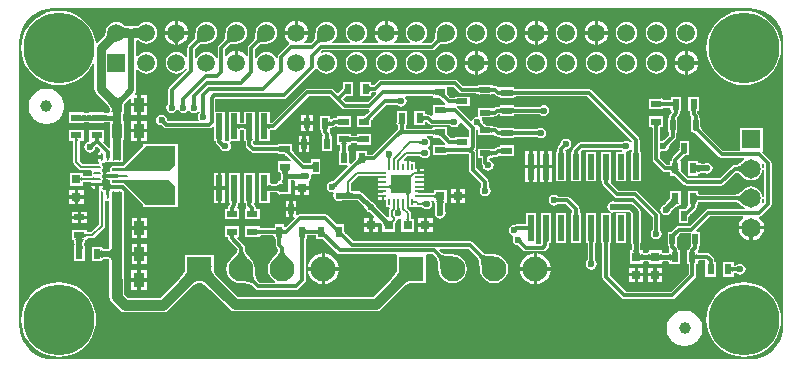
<source format=gtl>
G04*
G04 #@! TF.GenerationSoftware,Altium Limited,Altium Designer,19.0.15 (446)*
G04*
G04 Layer_Physical_Order=1*
G04 Layer_Color=255*
%FSAX25Y25*%
%MOIN*%
G70*
G01*
G75*
%ADD11C,0.00984*%
%ADD14C,0.00800*%
%ADD16R,0.02362X0.08661*%
%ADD17R,0.02362X0.08661*%
%ADD18R,0.01968X0.00787*%
%ADD19R,0.00787X0.01968*%
G04:AMPARAMS|DCode=21|XSize=9.84mil|YSize=27.56mil|CornerRadius=2.46mil|HoleSize=0mil|Usage=FLASHONLY|Rotation=90.000|XOffset=0mil|YOffset=0mil|HoleType=Round|Shape=RoundedRectangle|*
%AMROUNDEDRECTD21*
21,1,0.00984,0.02264,0,0,90.0*
21,1,0.00492,0.02756,0,0,90.0*
1,1,0.00492,0.01132,0.00246*
1,1,0.00492,0.01132,-0.00246*
1,1,0.00492,-0.01132,-0.00246*
1,1,0.00492,-0.01132,0.00246*
%
%ADD21ROUNDEDRECTD21*%
G04:AMPARAMS|DCode=22|XSize=9.84mil|YSize=23.62mil|CornerRadius=2.46mil|HoleSize=0mil|Usage=FLASHONLY|Rotation=0.000|XOffset=0mil|YOffset=0mil|HoleType=Round|Shape=RoundedRectangle|*
%AMROUNDEDRECTD22*
21,1,0.00984,0.01870,0,0,0.0*
21,1,0.00492,0.02362,0,0,0.0*
1,1,0.00492,0.00246,-0.00935*
1,1,0.00492,-0.00246,-0.00935*
1,1,0.00492,-0.00246,0.00935*
1,1,0.00492,0.00246,0.00935*
%
%ADD22ROUNDEDRECTD22*%
G04:AMPARAMS|DCode=23|XSize=9.84mil|YSize=53.15mil|CornerRadius=2.46mil|HoleSize=0mil|Usage=FLASHONLY|Rotation=90.000|XOffset=0mil|YOffset=0mil|HoleType=Round|Shape=RoundedRectangle|*
%AMROUNDEDRECTD23*
21,1,0.00984,0.04823,0,0,90.0*
21,1,0.00492,0.05315,0,0,90.0*
1,1,0.00492,0.02411,0.00246*
1,1,0.00492,0.02411,-0.00246*
1,1,0.00492,-0.02411,-0.00246*
1,1,0.00492,-0.02411,0.00246*
%
%ADD23ROUNDEDRECTD23*%
G04:AMPARAMS|DCode=24|XSize=9.84mil|YSize=66.93mil|CornerRadius=2.46mil|HoleSize=0mil|Usage=FLASHONLY|Rotation=90.000|XOffset=0mil|YOffset=0mil|HoleType=Round|Shape=RoundedRectangle|*
%AMROUNDEDRECTD24*
21,1,0.00984,0.06201,0,0,90.0*
21,1,0.00492,0.06693,0,0,90.0*
1,1,0.00492,0.03100,0.00246*
1,1,0.00492,0.03100,-0.00246*
1,1,0.00492,-0.03100,-0.00246*
1,1,0.00492,-0.03100,0.00246*
%
%ADD24ROUNDEDRECTD24*%
G04:AMPARAMS|DCode=25|XSize=9.84mil|YSize=23.62mil|CornerRadius=2.46mil|HoleSize=0mil|Usage=FLASHONLY|Rotation=90.000|XOffset=0mil|YOffset=0mil|HoleType=Round|Shape=RoundedRectangle|*
%AMROUNDEDRECTD25*
21,1,0.00984,0.01870,0,0,90.0*
21,1,0.00492,0.02362,0,0,90.0*
1,1,0.00492,0.00935,0.00246*
1,1,0.00492,0.00935,-0.00246*
1,1,0.00492,-0.00935,-0.00246*
1,1,0.00492,-0.00935,0.00246*
%
%ADD25ROUNDEDRECTD25*%
%ADD26R,0.01890X0.03740*%
%ADD27R,0.03740X0.01890*%
%ADD28R,0.02362X0.03543*%
%ADD29R,0.03543X0.02362*%
%ADD30R,0.09449X0.06299*%
%ADD31C,0.03937*%
%ADD32R,0.03150X0.03150*%
%ADD33R,0.03150X0.03150*%
%ADD34R,0.03543X0.05118*%
%ADD62R,0.06693X0.06063*%
%ADD63C,0.01968*%
%ADD64C,0.01181*%
%ADD65C,0.03543*%
%ADD66C,0.01575*%
%ADD67C,0.02953*%
%ADD68R,0.02992X0.18307*%
%ADD69R,0.03543X0.29646*%
%ADD70C,0.08268*%
%ADD71R,0.08268X0.08268*%
%ADD72C,0.06496*%
%ADD73R,0.06496X0.06496*%
%ADD74R,0.05906X0.05906*%
%ADD75C,0.05906*%
%ADD76C,0.23622*%
%ADD77C,0.01968*%
%ADD78C,0.02362*%
G36*
X0351693Y0226138D02*
Y0226138D01*
X0353452Y0225999D01*
X0355168Y0225587D01*
X0356798Y0224912D01*
X0358302Y0223990D01*
X0359644Y0222844D01*
X0360789Y0221503D01*
X0361711Y0219998D01*
X0362387Y0218368D01*
X0362799Y0216653D01*
X0362937Y0214894D01*
X0362938D01*
Y0120405D01*
X0362937D01*
X0362799Y0118647D01*
X0362387Y0116931D01*
X0361711Y0115301D01*
X0360789Y0113796D01*
X0359644Y0112455D01*
X0358302Y0111309D01*
X0356798Y0110387D01*
X0355168Y0109712D01*
X0353452Y0109300D01*
X0351693Y0109161D01*
Y0109161D01*
X0119409D01*
Y0109161D01*
X0117650Y0109300D01*
X0115935Y0109712D01*
X0114305Y0110387D01*
X0112800Y0111309D01*
X0111459Y0112455D01*
X0110313Y0113796D01*
X0109391Y0115301D01*
X0108716Y0116931D01*
X0108304Y0118647D01*
X0108165Y0120405D01*
X0108165D01*
Y0214894D01*
X0108165D01*
X0108304Y0216653D01*
X0108716Y0218368D01*
X0109391Y0219998D01*
X0110313Y0221503D01*
X0111459Y0222844D01*
X0112800Y0223990D01*
X0114305Y0224912D01*
X0115935Y0225587D01*
X0117650Y0225999D01*
X0118909Y0226098D01*
X0119409Y0226054D01*
X0119416Y0226056D01*
X0119497Y0226138D01*
X0119908Y0226138D01*
X0351693Y0226138D01*
D02*
G37*
%LPC*%
G36*
X0301148Y0221884D02*
Y0218565D01*
X0304467D01*
X0304409Y0219007D01*
X0304010Y0219968D01*
X0303377Y0220794D01*
X0302551Y0221428D01*
X0301589Y0221826D01*
X0301148Y0221884D01*
D02*
G37*
G36*
X0299967D02*
X0299526Y0221826D01*
X0298564Y0221428D01*
X0297738Y0220794D01*
X0297105Y0219968D01*
X0296707Y0219007D01*
X0296649Y0218565D01*
X0299967D01*
Y0221884D01*
D02*
G37*
G36*
X0281148D02*
Y0218565D01*
X0284467D01*
X0284409Y0219007D01*
X0284010Y0219968D01*
X0283377Y0220794D01*
X0282551Y0221428D01*
X0281589Y0221826D01*
X0281148Y0221884D01*
D02*
G37*
G36*
X0279967D02*
X0279526Y0221826D01*
X0278564Y0221428D01*
X0277738Y0220794D01*
X0277105Y0219968D01*
X0276707Y0219007D01*
X0276648Y0218565D01*
X0279967D01*
Y0221884D01*
D02*
G37*
G36*
X0231148D02*
Y0218565D01*
X0234467D01*
X0234409Y0219007D01*
X0234010Y0219968D01*
X0233377Y0220794D01*
X0232551Y0221428D01*
X0231589Y0221826D01*
X0231148Y0221884D01*
D02*
G37*
G36*
X0229967D02*
X0229526Y0221826D01*
X0228564Y0221428D01*
X0227738Y0220794D01*
X0227105Y0219968D01*
X0226707Y0219007D01*
X0226648Y0218565D01*
X0229967D01*
Y0221884D01*
D02*
G37*
G36*
X0201148D02*
Y0218565D01*
X0204467D01*
X0204409Y0219007D01*
X0204010Y0219968D01*
X0203377Y0220794D01*
X0202551Y0221428D01*
X0201589Y0221826D01*
X0201148Y0221884D01*
D02*
G37*
G36*
X0199967D02*
X0199526Y0221826D01*
X0198564Y0221428D01*
X0197738Y0220794D01*
X0197105Y0219968D01*
X0196706Y0219007D01*
X0196649Y0218565D01*
X0199967D01*
Y0221884D01*
D02*
G37*
G36*
X0161148D02*
Y0218565D01*
X0164467D01*
X0164409Y0219007D01*
X0164010Y0219968D01*
X0163377Y0220794D01*
X0162551Y0221428D01*
X0161589Y0221826D01*
X0161148Y0221884D01*
D02*
G37*
G36*
X0159967D02*
X0159526Y0221826D01*
X0158564Y0221428D01*
X0157738Y0220794D01*
X0157105Y0219968D01*
X0156707Y0219007D01*
X0156649Y0218565D01*
X0159967D01*
Y0221884D01*
D02*
G37*
G36*
X0250558Y0221558D02*
X0249630Y0221436D01*
X0248766Y0221078D01*
X0248024Y0220509D01*
X0247454Y0219767D01*
X0247096Y0218902D01*
X0246980Y0218019D01*
X0246956Y0217965D01*
X0246933Y0217213D01*
X0246901Y0216906D01*
X0246855Y0216621D01*
X0246797Y0216368D01*
X0246728Y0216146D01*
X0246650Y0215955D01*
X0246565Y0215794D01*
X0246476Y0215662D01*
X0246353Y0215522D01*
X0246335Y0215469D01*
X0245397Y0214531D01*
X0242727D01*
X0242557Y0215031D01*
X0243091Y0215441D01*
X0243661Y0216183D01*
X0244019Y0217047D01*
X0244141Y0217975D01*
X0244019Y0218902D01*
X0243661Y0219767D01*
X0243091Y0220509D01*
X0242349Y0221078D01*
X0241485Y0221436D01*
X0240558Y0221558D01*
X0239630Y0221436D01*
X0238766Y0221078D01*
X0238024Y0220509D01*
X0237454Y0219767D01*
X0237096Y0218902D01*
X0236974Y0217975D01*
X0237096Y0217047D01*
X0237454Y0216183D01*
X0238024Y0215441D01*
X0238558Y0215031D01*
X0238388Y0214531D01*
X0233341D01*
X0233180Y0215005D01*
X0233377Y0215156D01*
X0234010Y0215981D01*
X0234409Y0216943D01*
X0234467Y0217384D01*
X0226648D01*
X0226707Y0216943D01*
X0227105Y0215981D01*
X0227738Y0215156D01*
X0227935Y0215005D01*
X0227775Y0214531D01*
X0222727D01*
X0222557Y0215031D01*
X0223091Y0215441D01*
X0223661Y0216183D01*
X0224019Y0217047D01*
X0224141Y0217975D01*
X0224019Y0218902D01*
X0223661Y0219767D01*
X0223091Y0220509D01*
X0222349Y0221078D01*
X0221485Y0221436D01*
X0220558Y0221558D01*
X0219630Y0221436D01*
X0218766Y0221078D01*
X0218024Y0220509D01*
X0217454Y0219767D01*
X0217096Y0218902D01*
X0216974Y0217975D01*
X0217096Y0217047D01*
X0217454Y0216183D01*
X0218024Y0215441D01*
X0218558Y0215031D01*
X0218388Y0214531D01*
X0212727D01*
X0212557Y0215031D01*
X0213091Y0215441D01*
X0213661Y0216183D01*
X0214019Y0217047D01*
X0214141Y0217975D01*
X0214019Y0218902D01*
X0213661Y0219767D01*
X0213091Y0220509D01*
X0212349Y0221078D01*
X0211485Y0221436D01*
X0210558Y0221558D01*
X0209630Y0221436D01*
X0208766Y0221078D01*
X0208024Y0220509D01*
X0207454Y0219767D01*
X0207096Y0218902D01*
X0206980Y0218019D01*
X0206956Y0217965D01*
X0206933Y0217213D01*
X0206901Y0216906D01*
X0206855Y0216621D01*
X0206797Y0216368D01*
X0206728Y0216146D01*
X0206650Y0215955D01*
X0206565Y0215794D01*
X0206476Y0215662D01*
X0206353Y0215522D01*
X0206335Y0215469D01*
X0205397Y0214531D01*
X0203341D01*
X0203180Y0215005D01*
X0203377Y0215156D01*
X0204010Y0215981D01*
X0204409Y0216943D01*
X0204467Y0217384D01*
X0196649D01*
X0196706Y0216943D01*
X0197105Y0215981D01*
X0197738Y0215156D01*
X0198160Y0214832D01*
X0198140Y0214217D01*
X0198077Y0214176D01*
X0198077Y0214176D01*
X0194663Y0210761D01*
X0194400Y0210368D01*
X0194307Y0209903D01*
X0194221Y0209720D01*
X0193675Y0209733D01*
X0193661Y0209767D01*
X0193091Y0210509D01*
X0192349Y0211078D01*
X0191485Y0211436D01*
X0190558Y0211558D01*
X0189630Y0211436D01*
X0188766Y0211078D01*
X0188024Y0210509D01*
X0187454Y0209767D01*
X0187264Y0209306D01*
X0186764Y0209406D01*
Y0212464D01*
X0188052Y0213753D01*
X0188105Y0213771D01*
X0188244Y0213893D01*
X0188377Y0213983D01*
X0188537Y0214068D01*
X0188728Y0214145D01*
X0188951Y0214214D01*
X0189204Y0214272D01*
X0189480Y0214317D01*
X0190156Y0214369D01*
X0190534Y0214373D01*
X0190587Y0214395D01*
X0191485Y0214514D01*
X0192349Y0214872D01*
X0193091Y0215441D01*
X0193661Y0216183D01*
X0194019Y0217047D01*
X0194141Y0217975D01*
X0194019Y0218902D01*
X0193661Y0219767D01*
X0193091Y0220509D01*
X0192349Y0221078D01*
X0191485Y0221436D01*
X0190558Y0221558D01*
X0189630Y0221436D01*
X0188766Y0221078D01*
X0188024Y0220509D01*
X0187454Y0219767D01*
X0187096Y0218902D01*
X0186980Y0218019D01*
X0186956Y0217965D01*
X0186933Y0217213D01*
X0186901Y0216906D01*
X0186855Y0216621D01*
X0186797Y0216368D01*
X0186728Y0216146D01*
X0186650Y0215955D01*
X0186565Y0215794D01*
X0186476Y0215662D01*
X0186353Y0215522D01*
X0186335Y0215469D01*
X0184691Y0213825D01*
X0184428Y0213432D01*
X0184336Y0212967D01*
X0184336Y0212967D01*
Y0210365D01*
X0183836Y0210196D01*
X0183377Y0210794D01*
X0182551Y0211428D01*
X0181589Y0211826D01*
X0181148Y0211884D01*
Y0207975D01*
X0179967D01*
Y0211884D01*
X0179526Y0211826D01*
X0178564Y0211428D01*
X0177738Y0210794D01*
X0177224Y0210124D01*
X0176724Y0210294D01*
Y0212425D01*
X0178052Y0213753D01*
X0178105Y0213771D01*
X0178244Y0213893D01*
X0178377Y0213983D01*
X0178537Y0214068D01*
X0178728Y0214145D01*
X0178951Y0214214D01*
X0179204Y0214272D01*
X0179480Y0214317D01*
X0180156Y0214369D01*
X0180534Y0214373D01*
X0180587Y0214395D01*
X0181485Y0214514D01*
X0182349Y0214872D01*
X0183091Y0215441D01*
X0183661Y0216183D01*
X0184019Y0217047D01*
X0184141Y0217975D01*
X0184019Y0218902D01*
X0183661Y0219767D01*
X0183091Y0220509D01*
X0182349Y0221078D01*
X0181485Y0221436D01*
X0180558Y0221558D01*
X0179630Y0221436D01*
X0178766Y0221078D01*
X0178024Y0220509D01*
X0177454Y0219767D01*
X0177096Y0218902D01*
X0176980Y0218019D01*
X0176956Y0217965D01*
X0176933Y0217213D01*
X0176901Y0216906D01*
X0176855Y0216621D01*
X0176797Y0216368D01*
X0176728Y0216146D01*
X0176650Y0215955D01*
X0176565Y0215794D01*
X0176476Y0215662D01*
X0176353Y0215522D01*
X0176335Y0215469D01*
X0174652Y0213786D01*
X0174389Y0213392D01*
X0174296Y0212928D01*
X0174296Y0212928D01*
Y0209539D01*
X0173796Y0209439D01*
X0173661Y0209767D01*
X0173091Y0210509D01*
X0172349Y0211078D01*
X0171485Y0211436D01*
X0170558Y0211558D01*
X0169630Y0211436D01*
X0168766Y0211078D01*
X0168024Y0210509D01*
X0167454Y0209767D01*
X0167185Y0209116D01*
X0166685Y0209216D01*
Y0212386D01*
X0168052Y0213753D01*
X0168105Y0213771D01*
X0168244Y0213893D01*
X0168377Y0213983D01*
X0168537Y0214068D01*
X0168728Y0214145D01*
X0168950Y0214214D01*
X0169204Y0214272D01*
X0169480Y0214317D01*
X0170156Y0214369D01*
X0170534Y0214373D01*
X0170587Y0214395D01*
X0171485Y0214514D01*
X0172349Y0214872D01*
X0173091Y0215441D01*
X0173661Y0216183D01*
X0174019Y0217047D01*
X0174141Y0217975D01*
X0174019Y0218902D01*
X0173661Y0219767D01*
X0173091Y0220509D01*
X0172349Y0221078D01*
X0171485Y0221436D01*
X0170558Y0221558D01*
X0169630Y0221436D01*
X0168766Y0221078D01*
X0168024Y0220509D01*
X0167454Y0219767D01*
X0167096Y0218902D01*
X0166980Y0218019D01*
X0166956Y0217965D01*
X0166933Y0217213D01*
X0166901Y0216906D01*
X0166855Y0216621D01*
X0166797Y0216368D01*
X0166728Y0216146D01*
X0166650Y0215955D01*
X0166565Y0215794D01*
X0166475Y0215662D01*
X0166353Y0215522D01*
X0166335Y0215469D01*
X0164613Y0213747D01*
X0164349Y0213353D01*
X0164257Y0212888D01*
X0164257Y0212888D01*
Y0209634D01*
X0163757Y0209534D01*
X0163661Y0209767D01*
X0163091Y0210509D01*
X0162349Y0211078D01*
X0161485Y0211436D01*
X0160558Y0211558D01*
X0159630Y0211436D01*
X0158766Y0211078D01*
X0158024Y0210509D01*
X0157454Y0209767D01*
X0157096Y0208902D01*
X0156974Y0207975D01*
X0157096Y0207047D01*
X0157454Y0206183D01*
X0158024Y0205441D01*
X0158766Y0204872D01*
X0159630Y0204514D01*
X0160558Y0204392D01*
X0161485Y0204514D01*
X0162349Y0204872D01*
X0163091Y0205441D01*
X0163661Y0206183D01*
X0163757Y0206415D01*
X0164257Y0206316D01*
Y0205749D01*
X0158116Y0199609D01*
X0157853Y0199215D01*
X0157761Y0198750D01*
X0157761Y0198750D01*
Y0194854D01*
X0157735Y0194798D01*
X0157727Y0194575D01*
X0157719Y0194505D01*
X0157709Y0194441D01*
X0157697Y0194391D01*
X0157687Y0194356D01*
X0157678Y0194336D01*
X0157677Y0194333D01*
X0157662Y0194316D01*
X0157658Y0194304D01*
X0157656Y0194301D01*
X0157654Y0194293D01*
X0157639Y0194248D01*
X0157297Y0193737D01*
X0157159Y0193042D01*
X0157297Y0192347D01*
X0157691Y0191758D01*
X0158280Y0191364D01*
X0158975Y0191226D01*
X0159670Y0191364D01*
X0160259Y0191758D01*
X0160653Y0192347D01*
X0160688Y0192527D01*
X0161198D01*
X0161234Y0192347D01*
X0161628Y0191758D01*
X0162217Y0191364D01*
X0162912Y0191226D01*
X0163607Y0191364D01*
X0164196Y0191758D01*
X0164383Y0192037D01*
X0164984D01*
X0165171Y0191758D01*
X0165760Y0191364D01*
X0166455Y0191226D01*
X0167150Y0191364D01*
X0167739Y0191758D01*
X0168302Y0191700D01*
X0168365Y0191649D01*
X0168357Y0191425D01*
X0168349Y0191355D01*
X0168339Y0191291D01*
X0168327Y0191241D01*
X0168317Y0191206D01*
X0168308Y0191186D01*
X0168307Y0191183D01*
X0168292Y0191167D01*
X0168288Y0191155D01*
X0168286Y0191151D01*
X0168284Y0191143D01*
X0168269Y0191098D01*
X0167927Y0190587D01*
X0167789Y0189892D01*
X0167927Y0189197D01*
X0168027Y0189047D01*
X0167760Y0188547D01*
X0157743D01*
X0157595Y0188706D01*
X0157551Y0188762D01*
X0157513Y0188814D01*
X0157486Y0188857D01*
X0157468Y0188890D01*
X0157460Y0188910D01*
X0157459Y0188913D01*
X0157458Y0188935D01*
X0157452Y0188946D01*
X0157451Y0188950D01*
X0157447Y0188958D01*
X0157426Y0189000D01*
X0157306Y0189603D01*
X0156913Y0190192D01*
X0156323Y0190586D01*
X0155628Y0190724D01*
X0154934Y0190586D01*
X0154344Y0190192D01*
X0153951Y0189603D01*
X0153812Y0188908D01*
X0153951Y0188213D01*
X0154344Y0187624D01*
X0154934Y0187230D01*
X0155537Y0187110D01*
X0155579Y0187090D01*
X0155586Y0187085D01*
X0155590Y0187084D01*
X0155602Y0187079D01*
X0155624Y0187077D01*
X0155626Y0187076D01*
X0155647Y0187068D01*
X0155679Y0187051D01*
X0155722Y0187023D01*
X0155768Y0186990D01*
X0155908Y0186872D01*
X0155985Y0186798D01*
X0156045Y0186775D01*
X0156345Y0186475D01*
X0156345Y0186475D01*
X0156739Y0186212D01*
X0157203Y0186119D01*
X0171573D01*
X0171573Y0186119D01*
X0172038Y0186212D01*
X0172432Y0186475D01*
X0172716Y0186759D01*
X0173178Y0186568D01*
Y0181812D01*
X0173716D01*
X0173718Y0181783D01*
X0173719Y0181659D01*
X0173771Y0181538D01*
X0173838Y0181202D01*
X0174101Y0180808D01*
X0174812Y0180097D01*
X0174836Y0180036D01*
X0175080Y0179784D01*
X0175184Y0179666D01*
X0175250Y0179583D01*
X0175257Y0179574D01*
X0175269Y0179553D01*
X0175285Y0179541D01*
X0175672Y0178963D01*
X0176261Y0178569D01*
X0176956Y0178431D01*
X0177651Y0178569D01*
X0178240Y0178963D01*
X0178634Y0179552D01*
X0178772Y0180247D01*
X0178634Y0180941D01*
X0178386Y0181312D01*
X0178651Y0181812D01*
X0181740D01*
Y0185436D01*
X0181752Y0185440D01*
X0181838Y0185463D01*
X0181961Y0185484D01*
X0182119Y0185497D01*
X0182326Y0185503D01*
X0182385Y0185529D01*
X0182534D01*
X0182592Y0185503D01*
X0182799Y0185497D01*
X0182957Y0185484D01*
X0183081Y0185463D01*
X0183166Y0185440D01*
X0183178Y0185436D01*
Y0182555D01*
X0183144Y0182493D01*
X0183155Y0182458D01*
X0183141Y0182424D01*
X0183178Y0182334D01*
Y0181812D01*
X0183651D01*
X0183658Y0181794D01*
X0183681Y0181710D01*
X0183701Y0181588D01*
X0183714Y0181431D01*
X0183719Y0181226D01*
X0183745Y0181168D01*
Y0180443D01*
X0183745Y0180443D01*
X0183838Y0179979D01*
X0184101Y0179585D01*
X0185282Y0178404D01*
X0185282Y0178404D01*
X0185676Y0178141D01*
X0186140Y0178048D01*
X0186140Y0178048D01*
X0193754D01*
X0193813Y0178023D01*
X0194017Y0178017D01*
X0194174Y0178004D01*
X0194296Y0177984D01*
X0194381Y0177961D01*
X0194398Y0177954D01*
Y0177481D01*
X0194920D01*
X0195010Y0177444D01*
X0195045Y0177458D01*
X0195080Y0177447D01*
X0195142Y0177481D01*
X0196591D01*
X0196673Y0177445D01*
X0196793Y0177377D01*
X0196929Y0177283D01*
X0197288Y0176983D01*
X0197489Y0176790D01*
X0197537Y0176771D01*
X0197564Y0176728D01*
X0197595Y0176721D01*
X0198678Y0175638D01*
X0198471Y0175138D01*
X0194398D01*
Y0171576D01*
X0195087D01*
X0195127Y0171554D01*
X0195181Y0171548D01*
X0195204Y0171511D01*
X0195240Y0171422D01*
X0195276Y0171285D01*
X0195307Y0171103D01*
X0195326Y0170878D01*
X0195334Y0170596D01*
X0195356Y0170546D01*
Y0169474D01*
X0195334Y0169425D01*
X0195326Y0169146D01*
X0195307Y0168923D01*
X0195306Y0168919D01*
X0195240Y0168792D01*
X0195010Y0168482D01*
X0194920Y0168445D01*
X0194398D01*
Y0167964D01*
X0194365Y0167902D01*
X0194360Y0167855D01*
X0194326Y0167834D01*
X0194238Y0167799D01*
X0194103Y0167763D01*
X0193922Y0167733D01*
X0193698Y0167714D01*
X0193419Y0167707D01*
X0193369Y0167685D01*
X0192770D01*
X0192720Y0167707D01*
X0192438Y0167714D01*
X0192213Y0167734D01*
X0192031Y0167764D01*
X0191894Y0167800D01*
X0191805Y0167837D01*
X0191768Y0167859D01*
X0191762Y0167913D01*
X0191740Y0167954D01*
Y0171201D01*
X0188178D01*
Y0161339D01*
X0191740D01*
Y0164587D01*
X0191762Y0164627D01*
X0191768Y0164681D01*
X0191805Y0164704D01*
X0191894Y0164740D01*
X0192031Y0164776D01*
X0192213Y0164806D01*
X0192438Y0164826D01*
X0192720Y0164833D01*
X0192770Y0164856D01*
X0193369D01*
X0193419Y0164833D01*
X0193698Y0164826D01*
X0193922Y0164807D01*
X0194103Y0164777D01*
X0194238Y0164741D01*
X0194326Y0164706D01*
X0194360Y0164686D01*
X0194365Y0164638D01*
X0194398Y0164576D01*
Y0164095D01*
X0194920D01*
X0195010Y0164058D01*
X0195044Y0164072D01*
X0195080Y0164062D01*
X0195141Y0164095D01*
X0198748D01*
Y0167689D01*
X0198779Y0167741D01*
X0198767Y0167788D01*
X0198785Y0167833D01*
X0198748Y0167923D01*
Y0168445D01*
X0198748D01*
X0198809Y0168920D01*
X0199736D01*
X0200117Y0168632D01*
Y0166861D01*
X0202479D01*
Y0166270D01*
D01*
Y0166861D01*
X0204030D01*
Y0167029D01*
X0204038Y0166953D01*
X0204062Y0166885D01*
X0204078Y0166861D01*
X0204841D01*
Y0168632D01*
X0204841D01*
X0205010Y0169062D01*
X0205396Y0169640D01*
X0205534Y0170334D01*
X0205521Y0170401D01*
X0205931Y0170901D01*
X0208551D01*
Y0175841D01*
X0205462D01*
Y0174678D01*
X0205450Y0174673D01*
X0205364Y0174650D01*
X0205241Y0174630D01*
X0205082Y0174616D01*
X0204875Y0174611D01*
X0204817Y0174585D01*
X0203164D01*
X0199861Y0177888D01*
X0199839Y0177946D01*
X0199371Y0178447D01*
X0199215Y0178638D01*
X0199142Y0178740D01*
Y0179036D01*
X0199157Y0179060D01*
X0199142Y0179130D01*
Y0181043D01*
X0195142D01*
X0195080Y0181077D01*
X0195045Y0181067D01*
X0195010Y0181081D01*
X0194920Y0181043D01*
X0194398D01*
Y0180570D01*
X0194381Y0180563D01*
X0194296Y0180541D01*
X0194174Y0180521D01*
X0194017Y0180507D01*
X0193813Y0180502D01*
X0193754Y0180476D01*
X0186643D01*
X0186173Y0180946D01*
Y0181168D01*
X0186199Y0181226D01*
X0186204Y0181431D01*
X0186218Y0181588D01*
X0186238Y0181710D01*
X0186260Y0181794D01*
X0186267Y0181812D01*
X0186740D01*
Y0182334D01*
X0186778Y0182424D01*
X0186764Y0182458D01*
X0186774Y0182493D01*
X0186740Y0182555D01*
Y0191673D01*
X0183178D01*
Y0188049D01*
X0183166Y0188045D01*
X0183081Y0188022D01*
X0182957Y0188002D01*
X0182799Y0187988D01*
X0182592Y0187982D01*
X0182534Y0187956D01*
X0182385D01*
X0182326Y0187982D01*
X0182119Y0187988D01*
X0181961Y0188002D01*
X0181838Y0188022D01*
X0181752Y0188045D01*
X0181740Y0188049D01*
Y0191673D01*
X0178178D01*
Y0182173D01*
X0177678Y0181906D01*
X0177651Y0181924D01*
X0176956Y0182063D01*
X0176740Y0182239D01*
Y0191673D01*
X0173575D01*
Y0195886D01*
X0173651Y0195962D01*
X0196376D01*
X0196377Y0195962D01*
X0196841Y0196054D01*
X0197235Y0196317D01*
X0206487Y0205569D01*
X0206487Y0205569D01*
X0206750Y0205963D01*
X0207318Y0206305D01*
X0207413Y0206283D01*
X0207454Y0206183D01*
X0208024Y0205441D01*
X0208766Y0204872D01*
X0209630Y0204514D01*
X0210558Y0204392D01*
X0211485Y0204514D01*
X0212349Y0204872D01*
X0213091Y0205441D01*
X0213661Y0206183D01*
X0214019Y0207047D01*
X0214141Y0207975D01*
X0214019Y0208902D01*
X0213661Y0209767D01*
X0213091Y0210509D01*
X0212349Y0211078D01*
X0211485Y0211436D01*
X0210558Y0211558D01*
X0209630Y0211436D01*
X0209102Y0211217D01*
X0208819Y0211641D01*
X0209281Y0212104D01*
X0245900D01*
X0245900Y0212104D01*
X0246365Y0212196D01*
X0246758Y0212459D01*
X0248052Y0213753D01*
X0248105Y0213771D01*
X0248244Y0213893D01*
X0248377Y0213983D01*
X0248537Y0214068D01*
X0248728Y0214145D01*
X0248951Y0214214D01*
X0249204Y0214272D01*
X0249480Y0214317D01*
X0250156Y0214369D01*
X0250534Y0214373D01*
X0250587Y0214395D01*
X0251485Y0214514D01*
X0252349Y0214872D01*
X0253091Y0215441D01*
X0253661Y0216183D01*
X0254019Y0217047D01*
X0254141Y0217975D01*
X0254019Y0218902D01*
X0253661Y0219767D01*
X0253091Y0220509D01*
X0252349Y0221078D01*
X0251485Y0221436D01*
X0250558Y0221558D01*
D02*
G37*
G36*
X0330558D02*
X0329630Y0221436D01*
X0328766Y0221078D01*
X0328024Y0220509D01*
X0327454Y0219767D01*
X0327096Y0218902D01*
X0326974Y0217975D01*
X0327096Y0217047D01*
X0327454Y0216183D01*
X0328024Y0215441D01*
X0328766Y0214872D01*
X0329630Y0214514D01*
X0330558Y0214391D01*
X0331485Y0214514D01*
X0332349Y0214872D01*
X0333091Y0215441D01*
X0333661Y0216183D01*
X0334019Y0217047D01*
X0334141Y0217975D01*
X0334019Y0218902D01*
X0333661Y0219767D01*
X0333091Y0220509D01*
X0332349Y0221078D01*
X0331485Y0221436D01*
X0330558Y0221558D01*
D02*
G37*
G36*
X0320558D02*
X0319630Y0221436D01*
X0318766Y0221078D01*
X0318024Y0220509D01*
X0317454Y0219767D01*
X0317096Y0218902D01*
X0316974Y0217975D01*
X0317096Y0217047D01*
X0317454Y0216183D01*
X0318024Y0215441D01*
X0318766Y0214872D01*
X0319630Y0214514D01*
X0320558Y0214391D01*
X0321485Y0214514D01*
X0322349Y0214872D01*
X0323091Y0215441D01*
X0323661Y0216183D01*
X0324019Y0217047D01*
X0324141Y0217975D01*
X0324019Y0218902D01*
X0323661Y0219767D01*
X0323091Y0220509D01*
X0322349Y0221078D01*
X0321485Y0221436D01*
X0320558Y0221558D01*
D02*
G37*
G36*
X0310558D02*
X0309630Y0221436D01*
X0308766Y0221078D01*
X0308024Y0220509D01*
X0307454Y0219767D01*
X0307096Y0218902D01*
X0306974Y0217975D01*
X0307096Y0217047D01*
X0307454Y0216183D01*
X0308024Y0215441D01*
X0308766Y0214872D01*
X0309630Y0214514D01*
X0310558Y0214391D01*
X0311485Y0214514D01*
X0312349Y0214872D01*
X0313091Y0215441D01*
X0313661Y0216183D01*
X0314019Y0217047D01*
X0314141Y0217975D01*
X0314019Y0218902D01*
X0313661Y0219767D01*
X0313091Y0220509D01*
X0312349Y0221078D01*
X0311485Y0221436D01*
X0310558Y0221558D01*
D02*
G37*
G36*
X0290558D02*
X0289630Y0221436D01*
X0288766Y0221078D01*
X0288024Y0220509D01*
X0287454Y0219767D01*
X0287096Y0218902D01*
X0286974Y0217975D01*
X0287096Y0217047D01*
X0287454Y0216183D01*
X0288024Y0215441D01*
X0288766Y0214872D01*
X0289630Y0214514D01*
X0290558Y0214391D01*
X0291485Y0214514D01*
X0292349Y0214872D01*
X0293091Y0215441D01*
X0293661Y0216183D01*
X0294019Y0217047D01*
X0294141Y0217975D01*
X0294019Y0218902D01*
X0293661Y0219767D01*
X0293091Y0220509D01*
X0292349Y0221078D01*
X0291485Y0221436D01*
X0290558Y0221558D01*
D02*
G37*
G36*
X0270558D02*
X0269630Y0221436D01*
X0268766Y0221078D01*
X0268024Y0220509D01*
X0267454Y0219767D01*
X0267096Y0218902D01*
X0266974Y0217975D01*
X0267096Y0217047D01*
X0267454Y0216183D01*
X0268024Y0215441D01*
X0268766Y0214872D01*
X0269630Y0214514D01*
X0270558Y0214391D01*
X0271485Y0214514D01*
X0272349Y0214872D01*
X0273091Y0215441D01*
X0273661Y0216183D01*
X0274019Y0217047D01*
X0274141Y0217975D01*
X0274019Y0218902D01*
X0273661Y0219767D01*
X0273091Y0220509D01*
X0272349Y0221078D01*
X0271485Y0221436D01*
X0270558Y0221558D01*
D02*
G37*
G36*
X0260558D02*
X0259630Y0221436D01*
X0258766Y0221078D01*
X0258024Y0220509D01*
X0257454Y0219767D01*
X0257096Y0218902D01*
X0256974Y0217975D01*
X0257096Y0217047D01*
X0257454Y0216183D01*
X0258024Y0215441D01*
X0258766Y0214872D01*
X0259630Y0214514D01*
X0260558Y0214391D01*
X0261485Y0214514D01*
X0262349Y0214872D01*
X0263091Y0215441D01*
X0263661Y0216183D01*
X0264019Y0217047D01*
X0264141Y0217975D01*
X0264019Y0218902D01*
X0263661Y0219767D01*
X0263091Y0220509D01*
X0262349Y0221078D01*
X0261485Y0221436D01*
X0260558Y0221558D01*
D02*
G37*
G36*
X0121378Y0225375D02*
X0119430Y0225221D01*
X0117531Y0224765D01*
X0115726Y0224018D01*
X0114060Y0222997D01*
X0112575Y0221728D01*
X0111306Y0220243D01*
X0110285Y0218577D01*
X0109538Y0216772D01*
X0109082Y0214873D01*
X0108929Y0212925D01*
X0109082Y0210978D01*
X0109538Y0209078D01*
X0110285Y0207273D01*
X0111306Y0205608D01*
X0112575Y0204122D01*
X0114060Y0202853D01*
X0115726Y0201833D01*
X0117531Y0201085D01*
X0119430Y0200629D01*
X0121378Y0200476D01*
X0123326Y0200629D01*
X0125225Y0201085D01*
X0127030Y0201833D01*
X0128695Y0202853D01*
X0130181Y0204122D01*
X0131450Y0205608D01*
X0132471Y0207273D01*
X0132736Y0207914D01*
X0133236Y0207814D01*
Y0199341D01*
X0133397Y0198531D01*
X0133856Y0197844D01*
X0136345Y0195355D01*
X0136353Y0195335D01*
X0136893Y0194774D01*
X0137348Y0194260D01*
X0137723Y0193788D01*
X0138018Y0193360D01*
X0138234Y0192981D01*
X0138296Y0192836D01*
Y0191557D01*
X0138282Y0191489D01*
X0138001Y0191110D01*
X0137369D01*
X0137318Y0191132D01*
X0137034Y0191136D01*
X0136568Y0191164D01*
X0136407Y0191185D01*
X0136346Y0191197D01*
Y0191477D01*
X0135825D01*
X0135734Y0191514D01*
X0135668Y0191486D01*
X0135597Y0191499D01*
X0135564Y0191477D01*
X0132386D01*
X0132353Y0191499D01*
X0132282Y0191486D01*
X0132215Y0191514D01*
X0132125Y0191477D01*
X0131603D01*
Y0191197D01*
X0131559Y0191188D01*
X0130909Y0191136D01*
X0130632Y0191132D01*
X0130628Y0191131D01*
X0130625Y0191132D01*
X0130341Y0191136D01*
X0129875Y0191164D01*
X0129714Y0191185D01*
X0129654Y0191197D01*
Y0191477D01*
X0129132D01*
X0129042Y0191514D01*
X0128975Y0191486D01*
X0128904Y0191499D01*
X0128871Y0191477D01*
X0124910D01*
Y0187914D01*
X0128871D01*
X0128904Y0187892D01*
X0128975Y0187905D01*
X0129042Y0187877D01*
X0129132Y0187914D01*
X0129654D01*
Y0188194D01*
X0129698Y0188203D01*
X0130348Y0188255D01*
X0130625Y0188259D01*
X0130628Y0188260D01*
X0130632Y0188259D01*
X0130916Y0188255D01*
X0131382Y0188227D01*
X0131543Y0188206D01*
X0131603Y0188194D01*
Y0187914D01*
X0132125D01*
X0132215Y0187877D01*
X0132282Y0187905D01*
X0132353Y0187892D01*
X0132386Y0187914D01*
X0135564D01*
X0135597Y0187892D01*
X0135668Y0187905D01*
X0135734Y0187877D01*
X0135825Y0187914D01*
X0136346D01*
Y0188194D01*
X0136391Y0188203D01*
X0137040Y0188255D01*
X0137318Y0188259D01*
X0137369Y0188281D01*
X0138296D01*
Y0182206D01*
X0138562D01*
Y0179801D01*
X0138100Y0179610D01*
X0136158Y0181552D01*
X0136347Y0182009D01*
X0136346D01*
Y0185571D01*
X0131603D01*
Y0182009D01*
X0131375Y0181603D01*
X0131011Y0181531D01*
X0130422Y0181137D01*
X0130028Y0180548D01*
X0129890Y0179853D01*
X0130028Y0179158D01*
X0130422Y0178569D01*
X0131011Y0178175D01*
X0131706Y0178037D01*
X0132401Y0178175D01*
X0132990Y0178569D01*
X0133383Y0179158D01*
X0133507Y0179777D01*
X0133536Y0179841D01*
X0133538Y0179904D01*
X0133542Y0179936D01*
X0133550Y0179970D01*
X0133562Y0180006D01*
X0133562Y0180007D01*
X0133653Y0180069D01*
X0133843Y0180128D01*
X0133919Y0180140D01*
X0133994Y0180141D01*
X0134053Y0180132D01*
X0134183Y0180088D01*
X0134196Y0180080D01*
X0135239Y0179038D01*
X0135151Y0178571D01*
X0135092Y0178477D01*
X0134797Y0178279D01*
X0134568Y0177938D01*
X0134488Y0177534D01*
Y0177190D01*
X0135788D01*
Y0176009D01*
X0134488D01*
Y0175664D01*
X0134568Y0175261D01*
X0134797Y0174919D01*
X0134883Y0174862D01*
X0134731Y0174362D01*
X0133278D01*
X0133101Y0174327D01*
X0133099Y0174328D01*
X0133092Y0174325D01*
X0133088Y0174324D01*
X0133079Y0174327D01*
X0132268Y0174302D01*
X0132203Y0174273D01*
X0129186D01*
X0128302Y0175157D01*
Y0181737D01*
X0128331Y0181804D01*
X0128335Y0181938D01*
X0128341Y0182009D01*
X0129654D01*
Y0185571D01*
X0124910D01*
Y0182009D01*
X0126223D01*
X0126229Y0181938D01*
X0126233Y0181804D01*
X0126262Y0181737D01*
Y0174735D01*
X0126340Y0174345D01*
X0126561Y0174014D01*
X0128043Y0172532D01*
X0128374Y0172311D01*
X0128764Y0172233D01*
X0132129D01*
X0132352Y0171997D01*
X0132450Y0171702D01*
X0132415Y0171530D01*
Y0171038D01*
X0132449Y0170871D01*
X0132336Y0170555D01*
X0132129Y0170335D01*
X0129728D01*
X0129662Y0170365D01*
X0129530Y0170369D01*
X0129457Y0170375D01*
Y0171398D01*
X0125107D01*
Y0167048D01*
X0129457D01*
Y0168257D01*
X0129530Y0168263D01*
X0129662Y0168267D01*
X0129728Y0168296D01*
X0131903D01*
X0131995Y0168228D01*
X0132190Y0167938D01*
X0134213D01*
X0136026D01*
X0136038Y0167947D01*
X0136102Y0168026D01*
X0135893Y0168339D01*
X0135945Y0168740D01*
X0136011Y0169070D01*
Y0169562D01*
X0135945Y0169892D01*
X0135917Y0169933D01*
X0135799Y0170300D01*
X0135917Y0170667D01*
X0135945Y0170708D01*
X0136011Y0171038D01*
Y0171530D01*
X0135945Y0171861D01*
X0135917Y0171902D01*
X0135799Y0172269D01*
X0135917Y0172635D01*
X0135945Y0172677D01*
X0136011Y0173007D01*
Y0173499D01*
X0135945Y0173829D01*
X0135758Y0174109D01*
X0135756Y0174111D01*
X0135907Y0174611D01*
X0136034D01*
X0136437Y0174691D01*
X0136779Y0174919D01*
X0137180Y0174867D01*
X0137510Y0174802D01*
X0138002D01*
X0138333Y0174867D01*
X0138374Y0174895D01*
X0138741Y0175013D01*
X0139107Y0174895D01*
X0139149Y0174867D01*
X0139479Y0174802D01*
X0139971D01*
X0139971Y0174802D01*
X0141447D01*
X0141447Y0174802D01*
X0141939D01*
X0142270Y0174867D01*
X0142549Y0175054D01*
X0142736Y0175334D01*
X0142776Y0175534D01*
X0142853Y0175719D01*
Y0182206D01*
X0143040D01*
Y0188524D01*
X0142853D01*
Y0190867D01*
X0143040D01*
Y0192824D01*
X0143040Y0192824D01*
X0143040Y0192831D01*
Y0193708D01*
X0143101Y0193850D01*
X0143235Y0194084D01*
X0143414Y0194345D01*
X0143833Y0194846D01*
X0144698Y0195746D01*
X0144715Y0195789D01*
X0145127Y0196201D01*
X0145589Y0196010D01*
Y0194617D01*
X0147558D01*
Y0196573D01*
X0147348D01*
X0147424Y0196581D01*
X0147492Y0196605D01*
X0147552Y0196645D01*
X0147558Y0196651D01*
Y0197372D01*
X0146915D01*
X0146776Y0197872D01*
X0147081Y0198329D01*
X0147204Y0198947D01*
Y0205687D01*
X0147704Y0205857D01*
X0148024Y0205441D01*
X0148766Y0204872D01*
X0149630Y0204514D01*
X0150558Y0204392D01*
X0151485Y0204514D01*
X0152349Y0204872D01*
X0153091Y0205441D01*
X0153661Y0206183D01*
X0154019Y0207047D01*
X0154141Y0207975D01*
X0154019Y0208902D01*
X0153661Y0209767D01*
X0153091Y0210509D01*
X0152349Y0211078D01*
X0151485Y0211436D01*
X0150558Y0211558D01*
X0149630Y0211436D01*
X0148766Y0211078D01*
X0148024Y0210509D01*
X0147704Y0210092D01*
X0147204Y0210262D01*
Y0215171D01*
X0147591Y0215574D01*
X0147922Y0215574D01*
X0148024Y0215441D01*
X0148766Y0214872D01*
X0149630Y0214514D01*
X0150558Y0214391D01*
X0151485Y0214514D01*
X0152349Y0214872D01*
X0153091Y0215441D01*
X0153661Y0216183D01*
X0154019Y0217047D01*
X0154141Y0217975D01*
X0154019Y0218902D01*
X0153661Y0219767D01*
X0153091Y0220509D01*
X0152349Y0221078D01*
X0151485Y0221436D01*
X0150558Y0221558D01*
X0149630Y0221436D01*
X0148766Y0221078D01*
X0148024Y0220509D01*
X0147913Y0220365D01*
X0147843Y0220338D01*
X0147805Y0220302D01*
X0147787Y0220290D01*
X0147724Y0220261D01*
X0147618Y0220227D01*
X0147472Y0220192D01*
X0147302Y0220163D01*
X0146529Y0220105D01*
X0146221Y0220101D01*
X0146200Y0220092D01*
X0144929D01*
X0144911Y0220100D01*
X0144319Y0220123D01*
X0144084Y0220148D01*
X0143868Y0220183D01*
X0143679Y0220227D01*
X0143517Y0220276D01*
X0143382Y0220331D01*
X0143275Y0220387D01*
X0143193Y0220443D01*
X0143097Y0220528D01*
X0143042Y0220547D01*
X0142349Y0221078D01*
X0141485Y0221436D01*
X0140558Y0221558D01*
X0139630Y0221436D01*
X0138766Y0221078D01*
X0138024Y0220509D01*
X0137454Y0219767D01*
X0137096Y0218902D01*
X0136982Y0218037D01*
X0136957Y0217984D01*
X0136949Y0217857D01*
X0136931Y0217759D01*
X0136894Y0217643D01*
X0136838Y0217510D01*
X0136758Y0217360D01*
X0136655Y0217196D01*
X0136532Y0217024D01*
X0136191Y0216622D01*
X0135985Y0216408D01*
X0135977Y0216388D01*
X0134196Y0214608D01*
X0133680Y0214798D01*
X0133674Y0214873D01*
X0133218Y0216772D01*
X0132471Y0218577D01*
X0131450Y0220243D01*
X0130181Y0221728D01*
X0128695Y0222997D01*
X0127030Y0224018D01*
X0125225Y0224765D01*
X0123326Y0225221D01*
X0121378Y0225375D01*
D02*
G37*
G36*
X0304467Y0217384D02*
X0301148D01*
Y0214066D01*
X0301589Y0214124D01*
X0302551Y0214522D01*
X0303377Y0215156D01*
X0304010Y0215981D01*
X0304409Y0216943D01*
X0304467Y0217384D01*
D02*
G37*
G36*
X0299967D02*
X0296649D01*
X0296707Y0216943D01*
X0297105Y0215981D01*
X0297738Y0215156D01*
X0298564Y0214522D01*
X0299526Y0214124D01*
X0299967Y0214066D01*
Y0217384D01*
D02*
G37*
G36*
X0284467D02*
X0281148D01*
Y0214066D01*
X0281589Y0214124D01*
X0282551Y0214522D01*
X0283377Y0215156D01*
X0284010Y0215981D01*
X0284409Y0216943D01*
X0284467Y0217384D01*
D02*
G37*
G36*
X0279967D02*
X0276648D01*
X0276707Y0216943D01*
X0277105Y0215981D01*
X0277738Y0215156D01*
X0278564Y0214522D01*
X0279526Y0214124D01*
X0279967Y0214066D01*
Y0217384D01*
D02*
G37*
G36*
X0164467D02*
X0161148D01*
Y0215319D01*
X0161848D01*
X0161679Y0215227D01*
X0161528Y0215125D01*
X0161394Y0215011D01*
X0161278Y0214887D01*
X0161180Y0214752D01*
X0161148Y0214693D01*
Y0214066D01*
X0161589Y0214124D01*
X0162551Y0214522D01*
X0163377Y0215156D01*
X0164010Y0215981D01*
X0164409Y0216943D01*
X0164467Y0217384D01*
D02*
G37*
G36*
X0159967D02*
X0156649D01*
X0156707Y0216943D01*
X0157105Y0215981D01*
X0157738Y0215156D01*
X0158564Y0214522D01*
X0159526Y0214124D01*
X0159967Y0214066D01*
Y0214693D01*
X0159935Y0214752D01*
X0159837Y0214887D01*
X0159721Y0215011D01*
X0159588Y0215125D01*
X0159436Y0215227D01*
X0159267Y0215319D01*
X0159967D01*
Y0217384D01*
D02*
G37*
G36*
X0331148Y0211884D02*
Y0208565D01*
X0334467D01*
X0334409Y0209007D01*
X0334010Y0209968D01*
X0333377Y0210794D01*
X0332551Y0211428D01*
X0331589Y0211826D01*
X0331148Y0211884D01*
D02*
G37*
G36*
X0329967D02*
X0329526Y0211826D01*
X0328564Y0211428D01*
X0327738Y0210794D01*
X0327105Y0209968D01*
X0326707Y0209007D01*
X0326648Y0208565D01*
X0329967D01*
Y0211884D01*
D02*
G37*
G36*
X0261148D02*
Y0208565D01*
X0264467D01*
X0264409Y0209007D01*
X0264010Y0209968D01*
X0263377Y0210794D01*
X0262551Y0211428D01*
X0261589Y0211826D01*
X0261148Y0211884D01*
D02*
G37*
G36*
X0259967D02*
X0259526Y0211826D01*
X0258564Y0211428D01*
X0257738Y0210794D01*
X0257105Y0209968D01*
X0256707Y0209007D01*
X0256648Y0208565D01*
X0259967D01*
Y0211884D01*
D02*
G37*
G36*
X0320558Y0211558D02*
X0319630Y0211436D01*
X0318766Y0211078D01*
X0318024Y0210509D01*
X0317454Y0209767D01*
X0317096Y0208902D01*
X0316974Y0207975D01*
X0317096Y0207047D01*
X0317454Y0206183D01*
X0318024Y0205441D01*
X0318766Y0204872D01*
X0319630Y0204514D01*
X0320558Y0204392D01*
X0321485Y0204514D01*
X0322349Y0204872D01*
X0323091Y0205441D01*
X0323661Y0206183D01*
X0324019Y0207047D01*
X0324141Y0207975D01*
X0324019Y0208902D01*
X0323661Y0209767D01*
X0323091Y0210509D01*
X0322349Y0211078D01*
X0321485Y0211436D01*
X0320558Y0211558D01*
D02*
G37*
G36*
X0310558D02*
X0309630Y0211436D01*
X0308766Y0211078D01*
X0308024Y0210509D01*
X0307454Y0209767D01*
X0307096Y0208902D01*
X0306974Y0207975D01*
X0307096Y0207047D01*
X0307454Y0206183D01*
X0308024Y0205441D01*
X0308766Y0204872D01*
X0309630Y0204514D01*
X0310558Y0204392D01*
X0311485Y0204514D01*
X0312349Y0204872D01*
X0313091Y0205441D01*
X0313661Y0206183D01*
X0314019Y0207047D01*
X0314141Y0207975D01*
X0314019Y0208902D01*
X0313661Y0209767D01*
X0313091Y0210509D01*
X0312349Y0211078D01*
X0311485Y0211436D01*
X0310558Y0211558D01*
D02*
G37*
G36*
X0300558D02*
X0299630Y0211436D01*
X0298766Y0211078D01*
X0298024Y0210509D01*
X0297454Y0209767D01*
X0297096Y0208902D01*
X0296974Y0207975D01*
X0297096Y0207047D01*
X0297454Y0206183D01*
X0298024Y0205441D01*
X0298766Y0204872D01*
X0299630Y0204514D01*
X0300558Y0204392D01*
X0301485Y0204514D01*
X0302349Y0204872D01*
X0303091Y0205441D01*
X0303661Y0206183D01*
X0304019Y0207047D01*
X0304141Y0207975D01*
X0304019Y0208902D01*
X0303661Y0209767D01*
X0303091Y0210509D01*
X0302349Y0211078D01*
X0301485Y0211436D01*
X0300558Y0211558D01*
D02*
G37*
G36*
X0290558D02*
X0289630Y0211436D01*
X0288766Y0211078D01*
X0288024Y0210509D01*
X0287454Y0209767D01*
X0287096Y0208902D01*
X0286974Y0207975D01*
X0287096Y0207047D01*
X0287454Y0206183D01*
X0288024Y0205441D01*
X0288766Y0204872D01*
X0289630Y0204514D01*
X0290558Y0204392D01*
X0291485Y0204514D01*
X0292349Y0204872D01*
X0293091Y0205441D01*
X0293661Y0206183D01*
X0294019Y0207047D01*
X0294141Y0207975D01*
X0294019Y0208902D01*
X0293661Y0209767D01*
X0293091Y0210509D01*
X0292349Y0211078D01*
X0291485Y0211436D01*
X0290558Y0211558D01*
D02*
G37*
G36*
X0280558D02*
X0279630Y0211436D01*
X0278766Y0211078D01*
X0278024Y0210509D01*
X0277454Y0209767D01*
X0277096Y0208902D01*
X0276974Y0207975D01*
X0277096Y0207047D01*
X0277454Y0206183D01*
X0278024Y0205441D01*
X0278766Y0204872D01*
X0279630Y0204514D01*
X0280558Y0204392D01*
X0281485Y0204514D01*
X0282349Y0204872D01*
X0283091Y0205441D01*
X0283661Y0206183D01*
X0284019Y0207047D01*
X0284141Y0207975D01*
X0284019Y0208902D01*
X0283661Y0209767D01*
X0283091Y0210509D01*
X0282349Y0211078D01*
X0281485Y0211436D01*
X0280558Y0211558D01*
D02*
G37*
G36*
X0270558D02*
X0269630Y0211436D01*
X0268766Y0211078D01*
X0268024Y0210509D01*
X0267454Y0209767D01*
X0267096Y0208902D01*
X0266974Y0207975D01*
X0267096Y0207047D01*
X0267454Y0206183D01*
X0268024Y0205441D01*
X0268766Y0204872D01*
X0269630Y0204514D01*
X0270558Y0204392D01*
X0271485Y0204514D01*
X0272349Y0204872D01*
X0273091Y0205441D01*
X0273661Y0206183D01*
X0274019Y0207047D01*
X0274141Y0207975D01*
X0274019Y0208902D01*
X0273661Y0209767D01*
X0273091Y0210509D01*
X0272349Y0211078D01*
X0271485Y0211436D01*
X0270558Y0211558D01*
D02*
G37*
G36*
X0250558D02*
X0249630Y0211436D01*
X0248766Y0211078D01*
X0248024Y0210509D01*
X0247454Y0209767D01*
X0247096Y0208902D01*
X0246974Y0207975D01*
X0247096Y0207047D01*
X0247454Y0206183D01*
X0248024Y0205441D01*
X0248766Y0204872D01*
X0249630Y0204514D01*
X0250558Y0204392D01*
X0251485Y0204514D01*
X0252349Y0204872D01*
X0253091Y0205441D01*
X0253661Y0206183D01*
X0254019Y0207047D01*
X0254141Y0207975D01*
X0254019Y0208902D01*
X0253661Y0209767D01*
X0253091Y0210509D01*
X0252349Y0211078D01*
X0251485Y0211436D01*
X0250558Y0211558D01*
D02*
G37*
G36*
X0240558D02*
X0239630Y0211436D01*
X0238766Y0211078D01*
X0238024Y0210509D01*
X0237454Y0209767D01*
X0237096Y0208902D01*
X0236974Y0207975D01*
X0237096Y0207047D01*
X0237454Y0206183D01*
X0238024Y0205441D01*
X0238766Y0204872D01*
X0239630Y0204514D01*
X0240558Y0204392D01*
X0241485Y0204514D01*
X0242349Y0204872D01*
X0243091Y0205441D01*
X0243661Y0206183D01*
X0244019Y0207047D01*
X0244141Y0207975D01*
X0244019Y0208902D01*
X0243661Y0209767D01*
X0243091Y0210509D01*
X0242349Y0211078D01*
X0241485Y0211436D01*
X0240558Y0211558D01*
D02*
G37*
G36*
X0230558D02*
X0229630Y0211436D01*
X0228766Y0211078D01*
X0228024Y0210509D01*
X0227454Y0209767D01*
X0227096Y0208902D01*
X0226974Y0207975D01*
X0227096Y0207047D01*
X0227454Y0206183D01*
X0228024Y0205441D01*
X0228766Y0204872D01*
X0229630Y0204514D01*
X0230558Y0204392D01*
X0231485Y0204514D01*
X0232349Y0204872D01*
X0233091Y0205441D01*
X0233661Y0206183D01*
X0234019Y0207047D01*
X0234141Y0207975D01*
X0234019Y0208902D01*
X0233661Y0209767D01*
X0233091Y0210509D01*
X0232349Y0211078D01*
X0231485Y0211436D01*
X0230558Y0211558D01*
D02*
G37*
G36*
X0220558D02*
X0219630Y0211436D01*
X0218766Y0211078D01*
X0218024Y0210509D01*
X0217454Y0209767D01*
X0217096Y0208902D01*
X0216974Y0207975D01*
X0217096Y0207047D01*
X0217454Y0206183D01*
X0218024Y0205441D01*
X0218766Y0204872D01*
X0219630Y0204514D01*
X0220558Y0204392D01*
X0221485Y0204514D01*
X0222349Y0204872D01*
X0223091Y0205441D01*
X0223661Y0206183D01*
X0224019Y0207047D01*
X0224141Y0207975D01*
X0224019Y0208902D01*
X0223661Y0209767D01*
X0223091Y0210509D01*
X0222349Y0211078D01*
X0221485Y0211436D01*
X0220558Y0211558D01*
D02*
G37*
G36*
X0334467Y0207384D02*
X0331148D01*
Y0204066D01*
X0331589Y0204124D01*
X0332551Y0204522D01*
X0333377Y0205156D01*
X0334010Y0205981D01*
X0334409Y0206943D01*
X0334467Y0207384D01*
D02*
G37*
G36*
X0329967D02*
X0326648D01*
X0326707Y0206943D01*
X0327105Y0205981D01*
X0327738Y0205156D01*
X0328564Y0204522D01*
X0329526Y0204124D01*
X0329967Y0204066D01*
Y0207384D01*
D02*
G37*
G36*
X0264467D02*
X0261148D01*
Y0204066D01*
X0261589Y0204124D01*
X0262551Y0204522D01*
X0263377Y0205156D01*
X0264010Y0205981D01*
X0264409Y0206943D01*
X0264467Y0207384D01*
D02*
G37*
G36*
X0259967D02*
X0256648D01*
X0256707Y0206943D01*
X0257105Y0205981D01*
X0257738Y0205156D01*
X0258564Y0204522D01*
X0259526Y0204124D01*
X0259967Y0204066D01*
Y0207384D01*
D02*
G37*
G36*
X0253474Y0202327D02*
X0253474Y0202326D01*
X0228660D01*
X0228660Y0202327D01*
X0228195Y0202234D01*
X0227802Y0201971D01*
X0227802Y0201971D01*
X0226385Y0200555D01*
X0226123D01*
X0226064Y0200581D01*
X0225858Y0200586D01*
X0225699Y0200600D01*
X0225576Y0200620D01*
X0225490Y0200643D01*
X0225478Y0200648D01*
Y0201713D01*
X0221916D01*
Y0196969D01*
X0225478D01*
Y0198034D01*
X0225490Y0198039D01*
X0225576Y0198062D01*
X0225699Y0198082D01*
X0225858Y0198096D01*
X0226064Y0198101D01*
X0226123Y0198127D01*
X0226888D01*
X0226888Y0198127D01*
X0227016Y0198153D01*
X0227262Y0197692D01*
X0224417Y0194846D01*
X0217155D01*
X0216084Y0195917D01*
X0216418Y0196250D01*
X0216476Y0196272D01*
X0216976Y0196741D01*
X0217167Y0196896D01*
X0217269Y0196969D01*
X0217565D01*
X0217590Y0196954D01*
X0217660Y0196969D01*
X0219573D01*
Y0201713D01*
X0216011D01*
Y0199520D01*
X0215974Y0199438D01*
X0215906Y0199318D01*
X0215813Y0199182D01*
X0215512Y0198823D01*
X0215319Y0198622D01*
X0215301Y0198574D01*
X0215257Y0198547D01*
X0215250Y0198516D01*
X0214368Y0197634D01*
X0213051Y0198950D01*
X0212657Y0199214D01*
X0212192Y0199306D01*
X0212192Y0199306D01*
X0204183D01*
X0204183Y0199306D01*
X0203718Y0199214D01*
X0203324Y0198950D01*
X0192347Y0187973D01*
X0192326Y0187982D01*
X0192119Y0187988D01*
X0191961Y0188002D01*
X0191838Y0188022D01*
X0191752Y0188045D01*
X0191740Y0188049D01*
Y0191673D01*
X0188178D01*
Y0181812D01*
X0191740D01*
Y0185436D01*
X0191752Y0185440D01*
X0191838Y0185463D01*
X0191961Y0185484D01*
X0192119Y0185497D01*
X0192326Y0185503D01*
X0192385Y0185529D01*
X0192833D01*
X0192833Y0185529D01*
X0193298Y0185621D01*
X0193691Y0185884D01*
X0204685Y0196878D01*
X0211690D01*
X0213564Y0195004D01*
X0213564Y0195004D01*
X0215794Y0192774D01*
X0215794Y0192774D01*
X0216188Y0192511D01*
X0216652Y0192419D01*
X0216652Y0192419D01*
X0224908D01*
X0224932Y0192393D01*
X0225152Y0191955D01*
X0224056Y0190859D01*
X0224025Y0190852D01*
X0223998Y0190808D01*
X0223950Y0190790D01*
X0223743Y0190591D01*
X0223561Y0190431D01*
X0223397Y0190302D01*
X0223254Y0190203D01*
X0223134Y0190135D01*
X0223052Y0190099D01*
X0220859D01*
Y0186536D01*
X0225603D01*
Y0188449D01*
X0225618Y0188520D01*
X0225603Y0188544D01*
Y0188840D01*
X0225671Y0188935D01*
X0226044Y0189369D01*
X0226292Y0189625D01*
X0226316Y0189686D01*
X0230624Y0193993D01*
X0233737D01*
X0233793Y0193968D01*
X0234017Y0193959D01*
X0234087Y0193951D01*
X0234151Y0193941D01*
X0234201Y0193930D01*
X0234236Y0193919D01*
X0234256Y0193911D01*
X0234259Y0193909D01*
X0234275Y0193895D01*
X0234287Y0193891D01*
X0234291Y0193888D01*
X0234299Y0193886D01*
X0234343Y0193871D01*
X0234855Y0193529D01*
X0235550Y0193391D01*
X0236245Y0193529D01*
X0236834Y0193923D01*
X0237227Y0194512D01*
X0237366Y0195207D01*
X0237227Y0195902D01*
X0236909Y0196378D01*
X0237086Y0196878D01*
X0245329D01*
X0245388Y0196852D01*
X0245592Y0196847D01*
X0245749Y0196833D01*
X0245871Y0196813D01*
X0245956Y0196791D01*
X0245973Y0196784D01*
Y0196311D01*
X0246495D01*
X0246585Y0196274D01*
X0246619Y0196288D01*
X0246655Y0196277D01*
X0246716Y0196311D01*
X0248166D01*
X0248248Y0196275D01*
X0248368Y0196206D01*
X0248504Y0196113D01*
X0248863Y0195813D01*
X0249064Y0195620D01*
X0249112Y0195601D01*
X0249139Y0195557D01*
X0249170Y0195551D01*
X0250211Y0194509D01*
X0250080Y0194039D01*
X0250035Y0194001D01*
X0249974Y0193968D01*
X0245973D01*
Y0190880D01*
X0245973Y0190554D01*
X0245515Y0190305D01*
X0245463Y0190357D01*
X0245069Y0190620D01*
X0244605Y0190712D01*
X0244605Y0190712D01*
X0244077D01*
X0244019Y0190738D01*
X0243812Y0190744D01*
X0243654Y0190758D01*
X0243531Y0190778D01*
X0243445Y0190801D01*
X0243433Y0190805D01*
Y0191870D01*
X0239871D01*
Y0187127D01*
X0243433D01*
Y0188191D01*
X0243445Y0188196D01*
X0243531Y0188219D01*
X0243654Y0188240D01*
X0243812Y0188253D01*
X0244019Y0188259D01*
X0244077Y0188285D01*
X0244102D01*
X0244928Y0187459D01*
X0244928Y0187459D01*
X0245321Y0187196D01*
X0245786Y0187103D01*
X0245786Y0187103D01*
X0251454D01*
X0251510Y0187078D01*
X0251733Y0187069D01*
X0251803Y0187062D01*
X0251867Y0187051D01*
X0251917Y0187040D01*
X0251952Y0187029D01*
X0251973Y0187021D01*
X0251975Y0187020D01*
X0251992Y0187005D01*
X0252004Y0187001D01*
X0252007Y0186998D01*
X0252015Y0186997D01*
X0252060Y0186981D01*
X0252571Y0186640D01*
X0253266Y0186501D01*
X0253961Y0186640D01*
X0254550Y0187033D01*
X0254944Y0187622D01*
X0255025Y0188032D01*
X0255568Y0188197D01*
X0258155Y0185610D01*
Y0183169D01*
X0254243D01*
X0254201Y0183196D01*
X0254142Y0183183D01*
X0254085Y0183207D01*
X0253995Y0183169D01*
X0253473D01*
Y0182898D01*
X0253433Y0182892D01*
X0253100Y0182868D01*
X0252894Y0182864D01*
X0252834Y0182838D01*
X0251997D01*
X0251436Y0183400D01*
X0251414Y0183458D01*
X0250945Y0183959D01*
X0250790Y0184149D01*
X0250717Y0184252D01*
Y0184547D01*
X0250732Y0184572D01*
X0250717Y0184642D01*
Y0186555D01*
X0246716D01*
X0246655Y0186589D01*
X0246619Y0186579D01*
X0246585Y0186593D01*
X0246495Y0186555D01*
X0245973D01*
Y0186082D01*
X0245956Y0186075D01*
X0245871Y0186053D01*
X0245749Y0186033D01*
X0245592Y0186019D01*
X0245388Y0186014D01*
X0245329Y0185988D01*
X0236960D01*
Y0186483D01*
X0236986Y0186541D01*
X0236992Y0186746D01*
X0237005Y0186903D01*
X0237025Y0187025D01*
X0237047Y0187109D01*
X0237054Y0187127D01*
X0237528D01*
Y0187648D01*
X0237565Y0187739D01*
X0237551Y0187773D01*
X0237561Y0187808D01*
X0237528Y0187870D01*
Y0191870D01*
X0233965D01*
Y0187870D01*
X0233932Y0187808D01*
X0233942Y0187773D01*
X0233928Y0187739D01*
X0233965Y0187648D01*
Y0187127D01*
X0234439D01*
X0234446Y0187109D01*
X0234468Y0187025D01*
X0234488Y0186903D01*
X0234502Y0186746D01*
X0234507Y0186541D01*
X0234533Y0186483D01*
Y0185875D01*
X0234364Y0185706D01*
X0234316Y0185692D01*
X0234301Y0185663D01*
X0234272Y0185651D01*
X0234245Y0185588D01*
X0225984Y0177327D01*
X0224786D01*
X0224728Y0177352D01*
X0224521Y0177358D01*
X0224363Y0177372D01*
X0224239Y0177392D01*
X0224154Y0177415D01*
X0224142Y0177420D01*
Y0178484D01*
X0220580D01*
Y0176292D01*
X0220543Y0176210D01*
X0220475Y0176090D01*
X0220382Y0175954D01*
X0220081Y0175594D01*
X0219888Y0175394D01*
X0219870Y0175346D01*
X0219826Y0175319D01*
X0219819Y0175288D01*
X0218736Y0174205D01*
X0218236Y0174412D01*
Y0177741D01*
X0218270Y0177803D01*
X0218260Y0177838D01*
X0218274Y0177872D01*
X0218236Y0177963D01*
Y0178484D01*
X0217763D01*
X0217756Y0178502D01*
X0217734Y0178586D01*
X0217714Y0178709D01*
X0217700Y0178866D01*
X0217695Y0179070D01*
X0217669Y0179128D01*
Y0179987D01*
X0217695Y0180045D01*
X0217700Y0180252D01*
X0217710Y0180359D01*
X0218059Y0180556D01*
X0218139Y0180584D01*
X0218215Y0180593D01*
X0218305Y0180631D01*
X0218827D01*
Y0181104D01*
X0218844Y0181111D01*
X0218929Y0181133D01*
X0219051Y0181153D01*
X0219208Y0181167D01*
X0219413Y0181172D01*
X0219471Y0181198D01*
X0220215D01*
X0220273Y0181172D01*
X0220478Y0181167D01*
X0220635Y0181153D01*
X0220757Y0181133D01*
X0220842Y0181111D01*
X0220859Y0181104D01*
Y0180631D01*
X0221381D01*
X0221471Y0180593D01*
X0221505Y0180607D01*
X0221541Y0180597D01*
X0221602Y0180631D01*
X0225603D01*
Y0184193D01*
X0221602D01*
X0221541Y0184227D01*
X0221505Y0184216D01*
X0221471Y0184230D01*
X0221381Y0184193D01*
X0220859D01*
Y0183720D01*
X0220842Y0183713D01*
X0220757Y0183690D01*
X0220635Y0183670D01*
X0220478Y0183657D01*
X0220273Y0183652D01*
X0220215Y0183626D01*
X0219471D01*
X0219413Y0183652D01*
X0219208Y0183657D01*
X0219051Y0183670D01*
X0218929Y0183690D01*
X0218844Y0183713D01*
X0218827Y0183720D01*
Y0184193D01*
X0218305D01*
X0218215Y0184230D01*
X0218181Y0184216D01*
X0218145Y0184227D01*
X0218084Y0184193D01*
X0214084D01*
Y0180631D01*
X0215148D01*
X0215153Y0180619D01*
X0215176Y0180533D01*
X0215196Y0180410D01*
X0215210Y0180252D01*
X0215215Y0180045D01*
X0215241Y0179987D01*
Y0179128D01*
X0215215Y0179070D01*
X0215210Y0178866D01*
X0215197Y0178709D01*
X0215177Y0178586D01*
X0215154Y0178502D01*
X0215147Y0178484D01*
X0214674D01*
Y0177963D01*
X0214637Y0177872D01*
X0214651Y0177838D01*
X0214640Y0177803D01*
X0214674Y0177741D01*
Y0173741D01*
X0217565D01*
X0217772Y0173241D01*
X0213291Y0168759D01*
X0213289Y0168759D01*
X0213284Y0168753D01*
X0213215Y0168684D01*
X0213156Y0168661D01*
X0213076Y0168585D01*
X0213014Y0168532D01*
X0212962Y0168492D01*
X0212920Y0168465D01*
X0212892Y0168449D01*
X0212886Y0168447D01*
X0212878Y0168447D01*
X0212865Y0168442D01*
X0212851Y0168440D01*
X0212836Y0168431D01*
X0212802Y0168423D01*
X0212518Y0168480D01*
X0211823Y0168342D01*
X0211234Y0167948D01*
X0210840Y0167359D01*
X0210702Y0166664D01*
X0210840Y0165969D01*
X0211234Y0165380D01*
X0211823Y0164986D01*
X0212518Y0164848D01*
X0212727Y0164890D01*
X0213028Y0164439D01*
X0213006Y0164406D01*
X0212867Y0163711D01*
X0213006Y0163016D01*
X0213399Y0162427D01*
X0213989Y0162033D01*
X0214684Y0161895D01*
X0215378Y0162033D01*
X0215692Y0162243D01*
X0216307Y0162275D01*
X0216352Y0162296D01*
X0217728D01*
X0217760Y0162278D01*
X0217824Y0162296D01*
X0217843D01*
X0217906Y0162278D01*
X0217939Y0162296D01*
X0220987D01*
X0223151Y0160133D01*
X0223172Y0160080D01*
X0223263Y0159989D01*
X0223526Y0159713D01*
X0223556Y0159679D01*
X0223636Y0159276D01*
X0224029Y0158687D01*
X0224619Y0158293D01*
X0224988Y0158220D01*
X0225446Y0157808D01*
X0225493Y0157791D01*
X0226591Y0156693D01*
X0226400Y0156231D01*
X0226101D01*
Y0154459D01*
X0227872D01*
Y0154716D01*
X0228373Y0154872D01*
X0228826Y0154384D01*
X0229021Y0154141D01*
X0229170Y0153926D01*
X0229241Y0153801D01*
Y0153295D01*
X0229204Y0153204D01*
X0229224Y0153155D01*
X0229211Y0153103D01*
X0229241Y0153055D01*
Y0151694D01*
X0233591D01*
Y0154601D01*
X0233712Y0154722D01*
X0233933Y0155053D01*
X0234010Y0155443D01*
Y0155706D01*
X0234397Y0156023D01*
X0234565Y0155990D01*
X0235059Y0156088D01*
X0235483Y0155798D01*
X0235540Y0155713D01*
Y0151694D01*
X0239890D01*
Y0156043D01*
X0238774D01*
X0238768Y0156114D01*
X0238764Y0156248D01*
X0238735Y0156315D01*
Y0157740D01*
X0238657Y0158131D01*
X0238436Y0158461D01*
X0237623Y0159274D01*
X0237830Y0159774D01*
X0238896D01*
Y0159961D01*
X0240283D01*
Y0159961D01*
X0240784Y0160070D01*
X0240868Y0160013D01*
X0241258Y0159936D01*
X0242105D01*
X0242169Y0159906D01*
X0242253Y0159903D01*
X0242308Y0159896D01*
X0242360Y0159886D01*
X0242409Y0159871D01*
X0242457Y0159853D01*
X0242505Y0159829D01*
X0242554Y0159801D01*
X0242603Y0159766D01*
X0242654Y0159723D01*
X0242723Y0159658D01*
X0242786Y0159634D01*
X0243319Y0159277D01*
X0244014Y0159139D01*
X0244709Y0159277D01*
X0245298Y0159671D01*
X0245692Y0160260D01*
X0245830Y0160955D01*
X0245692Y0161650D01*
X0245570Y0161833D01*
X0245822Y0162309D01*
X0246180Y0162294D01*
X0246236Y0162215D01*
X0246330Y0161951D01*
X0246367Y0161861D01*
Y0161339D01*
X0246766D01*
X0246790Y0161273D01*
X0246828Y0161116D01*
X0246860Y0160912D01*
X0246903Y0160328D01*
X0246908Y0159973D01*
X0246926Y0159931D01*
Y0159380D01*
X0246926Y0159380D01*
Y0158594D01*
X0246864Y0158501D01*
X0246726Y0157806D01*
X0246864Y0157111D01*
X0247258Y0156521D01*
X0247847Y0156128D01*
X0248542Y0155990D01*
X0249237Y0156128D01*
X0249826Y0156521D01*
X0250220Y0157111D01*
X0250358Y0157806D01*
X0250220Y0158501D01*
X0250157Y0158594D01*
Y0159380D01*
X0250157Y0159380D01*
Y0159922D01*
X0250175Y0159962D01*
X0250198Y0160649D01*
X0250223Y0160904D01*
X0250256Y0161116D01*
X0250294Y0161273D01*
X0250318Y0161339D01*
X0250717D01*
Y0161861D01*
X0250754Y0161951D01*
X0250731Y0162007D01*
X0250744Y0162066D01*
X0250717Y0162109D01*
Y0165689D01*
X0246367D01*
Y0164589D01*
X0246010Y0164567D01*
X0245669Y0164564D01*
X0245598Y0164534D01*
X0243030D01*
Y0164695D01*
X0241258D01*
Y0165483D01*
X0243030D01*
Y0166270D01*
X0241258D01*
Y0167058D01*
X0243030D01*
Y0167845D01*
X0241258D01*
Y0168632D01*
X0243030D01*
Y0168632D01*
Y0169420D01*
X0241258D01*
Y0170207D01*
X0243030D01*
Y0170995D01*
X0241258D01*
Y0171388D01*
X0240865D01*
Y0172569D01*
X0240284D01*
Y0174941D01*
X0238896D01*
Y0175128D01*
X0238109D01*
Y0173357D01*
X0237321D01*
Y0175128D01*
X0236534D01*
X0236523Y0175134D01*
X0236419Y0175737D01*
X0237547Y0176865D01*
X0241515D01*
X0241579Y0176835D01*
X0241663Y0176832D01*
X0241718Y0176825D01*
X0241770Y0176815D01*
X0241819Y0176801D01*
X0241867Y0176782D01*
X0241915Y0176759D01*
X0241963Y0176730D01*
X0242013Y0176695D01*
X0242064Y0176653D01*
X0242132Y0176587D01*
X0242195Y0176563D01*
X0242729Y0176207D01*
X0243424Y0176068D01*
X0244119Y0176207D01*
X0244708Y0176600D01*
X0245101Y0177189D01*
X0245240Y0177884D01*
X0245101Y0178579D01*
X0244708Y0179168D01*
X0244428Y0179355D01*
Y0179957D01*
X0244708Y0180143D01*
X0245101Y0180733D01*
X0245240Y0181428D01*
X0245101Y0182123D01*
X0244708Y0182712D01*
X0244186Y0183060D01*
X0244194Y0183332D01*
X0244269Y0183560D01*
X0245329D01*
X0245388Y0183534D01*
X0245592Y0183529D01*
X0245749Y0183516D01*
X0245871Y0183496D01*
X0245956Y0183473D01*
X0245973Y0183466D01*
Y0182993D01*
X0246495D01*
X0246585Y0182956D01*
X0246619Y0182970D01*
X0246655Y0182959D01*
X0246716Y0182993D01*
X0248166D01*
X0248248Y0182957D01*
X0248368Y0182889D01*
X0248504Y0182795D01*
X0248863Y0182495D01*
X0249064Y0182302D01*
X0249112Y0182283D01*
X0249139Y0182240D01*
X0249170Y0182233D01*
X0250211Y0181191D01*
X0250080Y0180721D01*
X0250035Y0180683D01*
X0249974Y0180650D01*
X0245973D01*
Y0177087D01*
X0249974D01*
X0250035Y0177054D01*
X0250071Y0177064D01*
X0250105Y0177050D01*
X0250195Y0177087D01*
X0250717D01*
Y0177561D01*
X0250734Y0177568D01*
X0250819Y0177590D01*
X0250941Y0177610D01*
X0251098Y0177623D01*
X0251303Y0177629D01*
X0251361Y0177655D01*
X0256960D01*
X0257017Y0177629D01*
X0257227Y0177622D01*
X0257405Y0177605D01*
X0257572Y0177576D01*
X0257728Y0177537D01*
X0257874Y0177488D01*
X0258011Y0177429D01*
X0258140Y0177359D01*
X0258155Y0177350D01*
Y0172373D01*
X0258155Y0172372D01*
X0258247Y0171908D01*
X0258510Y0171514D01*
X0262289Y0167736D01*
Y0167098D01*
X0262263Y0167042D01*
X0262254Y0166819D01*
X0262247Y0166749D01*
X0262236Y0166685D01*
X0262225Y0166635D01*
X0262214Y0166600D01*
X0262206Y0166580D01*
X0262205Y0166577D01*
X0262190Y0166560D01*
X0262186Y0166549D01*
X0262183Y0166545D01*
X0262182Y0166537D01*
X0262166Y0166492D01*
X0261825Y0165981D01*
X0261686Y0165286D01*
X0261825Y0164591D01*
X0262218Y0164002D01*
X0262807Y0163608D01*
X0263502Y0163470D01*
X0264197Y0163608D01*
X0264787Y0164002D01*
X0265180Y0164591D01*
X0265318Y0165286D01*
X0265180Y0165981D01*
X0264839Y0166492D01*
X0264823Y0166537D01*
X0264821Y0166545D01*
X0264819Y0166549D01*
X0264815Y0166560D01*
X0264800Y0166577D01*
X0264799Y0166580D01*
X0264791Y0166600D01*
X0264780Y0166635D01*
X0264769Y0166685D01*
X0264759Y0166741D01*
X0264744Y0166923D01*
X0264742Y0167030D01*
X0264716Y0167089D01*
Y0168239D01*
X0264716Y0168239D01*
X0264624Y0168703D01*
X0264361Y0169097D01*
X0264361Y0169097D01*
X0260582Y0172875D01*
Y0177963D01*
X0260490Y0178428D01*
X0260311Y0178695D01*
X0260269Y0178815D01*
X0260221Y0178869D01*
X0260269Y0178922D01*
X0260311Y0179042D01*
X0260490Y0179310D01*
X0260582Y0179774D01*
Y0185425D01*
X0260655Y0185562D01*
X0260776Y0185657D01*
X0261083Y0185728D01*
X0261111Y0185693D01*
Y0183898D01*
X0265281D01*
X0265323Y0183871D01*
X0265383Y0183884D01*
X0265439Y0183861D01*
X0265530Y0183898D01*
X0266051D01*
Y0183898D01*
X0266551Y0183946D01*
X0266778Y0183719D01*
X0266778Y0183719D01*
X0267172Y0183456D01*
X0267636Y0183363D01*
X0267636Y0183363D01*
X0267770D01*
X0267828Y0183337D01*
X0268033Y0183332D01*
X0268190Y0183319D01*
X0268312Y0183299D01*
X0268397Y0183276D01*
X0268414Y0183269D01*
Y0182796D01*
X0268936D01*
X0269026Y0182759D01*
X0269060Y0182773D01*
X0269096Y0182762D01*
X0269157Y0182796D01*
X0272414D01*
X0272476Y0182762D01*
X0272512Y0182773D01*
X0272546Y0182759D01*
X0272636Y0182796D01*
X0273158D01*
Y0183269D01*
X0273175Y0183276D01*
X0273260Y0183299D01*
X0273382Y0183319D01*
X0273539Y0183332D01*
X0273743Y0183337D01*
X0273802Y0183363D01*
X0280194D01*
X0280250Y0183338D01*
X0280473Y0183329D01*
X0280544Y0183322D01*
X0280608Y0183311D01*
X0280657Y0183300D01*
X0280692Y0183289D01*
X0280713Y0183281D01*
X0280715Y0183280D01*
X0280732Y0183265D01*
X0280744Y0183261D01*
X0280747Y0183258D01*
X0280755Y0183257D01*
X0280800Y0183241D01*
X0281311Y0182899D01*
X0282006Y0182761D01*
X0282701Y0182899D01*
X0283291Y0183293D01*
X0283684Y0183882D01*
X0283822Y0184577D01*
X0283684Y0185272D01*
X0283291Y0185861D01*
X0282701Y0186255D01*
X0282006Y0186393D01*
X0281311Y0186255D01*
X0280800Y0185913D01*
X0280755Y0185898D01*
X0280747Y0185896D01*
X0280744Y0185894D01*
X0280732Y0185890D01*
X0280715Y0185875D01*
X0280713Y0185874D01*
X0280692Y0185865D01*
X0280657Y0185855D01*
X0280608Y0185843D01*
X0280551Y0185834D01*
X0280369Y0185819D01*
X0280263Y0185817D01*
X0280203Y0185791D01*
X0273802D01*
X0273743Y0185817D01*
X0273539Y0185822D01*
X0273382Y0185836D01*
X0273260Y0185856D01*
X0273175Y0185878D01*
X0273158Y0185885D01*
Y0186358D01*
X0272636D01*
X0272546Y0186396D01*
X0272512Y0186382D01*
X0272476Y0186392D01*
X0272414Y0186358D01*
X0269157D01*
X0269096Y0186392D01*
X0269060Y0186382D01*
X0269026Y0186396D01*
X0268936Y0186358D01*
X0268414D01*
Y0186223D01*
X0267914Y0186016D01*
X0267629Y0186302D01*
X0267235Y0186565D01*
X0266770Y0186657D01*
X0266770Y0186657D01*
X0266698D01*
X0266641Y0186683D01*
X0266237Y0186696D01*
X0266099Y0186709D01*
X0266051Y0186717D01*
Y0186988D01*
X0265530D01*
X0265439Y0187026D01*
X0265383Y0187002D01*
X0265323Y0187015D01*
X0265281Y0186988D01*
X0264405D01*
X0264354Y0187013D01*
X0264221Y0187020D01*
X0264119Y0187036D01*
X0264012Y0187064D01*
X0263899Y0187104D01*
X0263781Y0187158D01*
X0263657Y0187227D01*
X0263527Y0187312D01*
X0263392Y0187414D01*
X0263252Y0187534D01*
X0263096Y0187682D01*
X0263065Y0187694D01*
X0263054Y0187724D01*
X0262903Y0187887D01*
X0262860Y0187941D01*
X0262823Y0187993D01*
X0262797Y0188035D01*
X0262781Y0188065D01*
X0262774Y0188084D01*
X0262773Y0188105D01*
X0262768Y0188117D01*
X0262767Y0188122D01*
X0262761Y0188130D01*
X0262755Y0188145D01*
X0262621Y0188815D01*
X0262314Y0189276D01*
X0262504Y0189776D01*
X0265202D01*
X0265244Y0189749D01*
X0265304Y0189761D01*
X0265360Y0189738D01*
X0265451Y0189776D01*
X0265972D01*
Y0190047D01*
X0266013Y0190053D01*
X0266346Y0190077D01*
X0266551Y0190080D01*
X0266612Y0190106D01*
X0266652D01*
X0266652Y0190106D01*
X0267117Y0190199D01*
X0267510Y0190462D01*
X0267865Y0190817D01*
X0268033Y0190813D01*
X0268190Y0190799D01*
X0268312Y0190779D01*
X0268397Y0190757D01*
X0268414Y0190750D01*
Y0190276D01*
X0268936D01*
X0269026Y0190239D01*
X0269060Y0190253D01*
X0269096Y0190243D01*
X0269157Y0190276D01*
X0272414D01*
X0272476Y0190243D01*
X0272512Y0190253D01*
X0272546Y0190239D01*
X0272636Y0190276D01*
X0273158D01*
Y0190750D01*
X0273175Y0190757D01*
X0273260Y0190779D01*
X0273382Y0190799D01*
X0273539Y0190813D01*
X0273743Y0190818D01*
X0273802Y0190844D01*
X0281178D01*
X0281234Y0190818D01*
X0281458Y0190809D01*
X0281528Y0190802D01*
X0281592Y0190791D01*
X0281641Y0190780D01*
X0281677Y0190769D01*
X0281697Y0190761D01*
X0281699Y0190760D01*
X0281716Y0190745D01*
X0281728Y0190741D01*
X0281731Y0190739D01*
X0281740Y0190737D01*
X0281784Y0190721D01*
X0282296Y0190380D01*
X0282991Y0190242D01*
X0283686Y0190380D01*
X0284275Y0190773D01*
X0284668Y0191363D01*
X0284807Y0192058D01*
X0284668Y0192753D01*
X0284275Y0193342D01*
X0283686Y0193735D01*
X0282991Y0193874D01*
X0282296Y0193735D01*
X0281784Y0193394D01*
X0281740Y0193378D01*
X0281731Y0193377D01*
X0281728Y0193374D01*
X0281716Y0193370D01*
X0281699Y0193355D01*
X0281697Y0193354D01*
X0281677Y0193346D01*
X0281642Y0193335D01*
X0281592Y0193324D01*
X0281536Y0193315D01*
X0281353Y0193299D01*
X0281247Y0193297D01*
X0281187Y0193271D01*
X0273802D01*
X0273743Y0193297D01*
X0273539Y0193303D01*
X0273382Y0193316D01*
X0273260Y0193336D01*
X0273175Y0193358D01*
X0273158Y0193366D01*
Y0193839D01*
X0272636D01*
X0272546Y0193876D01*
X0272512Y0193862D01*
X0272476Y0193872D01*
X0272414Y0193839D01*
X0269157D01*
X0269096Y0193872D01*
X0269060Y0193862D01*
X0269026Y0193876D01*
X0268936Y0193839D01*
X0268414D01*
Y0193366D01*
X0268397Y0193358D01*
X0268312Y0193336D01*
X0268190Y0193316D01*
X0268033Y0193303D01*
X0267828Y0193297D01*
X0267770Y0193271D01*
X0267389D01*
X0266925Y0193179D01*
X0266531Y0192916D01*
X0266531Y0192916D01*
X0266472Y0192857D01*
X0265972Y0192865D01*
Y0192865D01*
X0265451D01*
X0265360Y0192903D01*
X0265304Y0192879D01*
X0265244Y0192892D01*
X0265202Y0192865D01*
X0261032D01*
Y0190009D01*
X0260943Y0189936D01*
X0260248Y0189798D01*
X0259659Y0189405D01*
X0259266Y0188815D01*
X0259236Y0188669D01*
X0258694Y0188504D01*
X0254153Y0193045D01*
X0254192Y0193541D01*
X0254231Y0193594D01*
X0258334D01*
Y0196684D01*
X0254164D01*
X0254122Y0196711D01*
X0254063Y0196698D01*
X0254006Y0196722D01*
X0253916Y0196684D01*
X0253394D01*
Y0196413D01*
X0253354Y0196406D01*
X0253021Y0196382D01*
X0252815Y0196379D01*
X0252755Y0196353D01*
X0251800D01*
X0251436Y0196718D01*
X0251414Y0196776D01*
X0250945Y0197277D01*
X0250790Y0197467D01*
X0250717Y0197570D01*
Y0197865D01*
X0250732Y0197890D01*
X0250717Y0197960D01*
Y0199873D01*
X0251206Y0199899D01*
X0252971D01*
X0254770Y0198100D01*
X0254770Y0198100D01*
X0255164Y0197837D01*
X0255628Y0197744D01*
X0255628Y0197744D01*
X0260385D01*
X0260442Y0197719D01*
X0260846Y0197705D01*
X0260984Y0197692D01*
X0261032Y0197685D01*
Y0197413D01*
X0261554D01*
X0261644Y0197376D01*
X0261701Y0197399D01*
X0261760Y0197386D01*
X0261802Y0197413D01*
X0265200D01*
X0265241Y0197387D01*
X0265302Y0197400D01*
X0265360Y0197376D01*
X0265451Y0197413D01*
X0265972D01*
Y0197469D01*
X0266472Y0197607D01*
X0266975Y0197105D01*
X0266975Y0197105D01*
X0267369Y0196842D01*
X0267719Y0196772D01*
X0267828Y0196723D01*
X0268033Y0196718D01*
X0268190Y0196704D01*
X0268312Y0196685D01*
X0268397Y0196662D01*
X0268414Y0196655D01*
Y0196182D01*
X0268936D01*
X0269026Y0196144D01*
X0269060Y0196159D01*
X0269096Y0196148D01*
X0269157Y0196182D01*
X0272414D01*
X0272476Y0196148D01*
X0272512Y0196159D01*
X0272546Y0196144D01*
X0272636Y0196182D01*
X0273158D01*
Y0196655D01*
X0273175Y0196662D01*
X0273260Y0196685D01*
X0273382Y0196704D01*
X0273539Y0196718D01*
X0273743Y0196723D01*
X0273802Y0196749D01*
X0297527D01*
X0312465Y0181811D01*
X0312426Y0181544D01*
X0311905Y0181425D01*
X0311834Y0181531D01*
X0311245Y0181924D01*
X0310550Y0182062D01*
X0309855Y0181924D01*
X0309344Y0181583D01*
X0309299Y0181567D01*
X0309291Y0181565D01*
X0309287Y0181563D01*
X0309275Y0181559D01*
X0309259Y0181544D01*
X0309256Y0181543D01*
X0309236Y0181535D01*
X0309201Y0181524D01*
X0309151Y0181513D01*
X0309095Y0181503D01*
X0308912Y0181488D01*
X0308806Y0181486D01*
X0308747Y0181460D01*
X0295392D01*
X0295392Y0181460D01*
X0294928Y0181368D01*
X0294534Y0181105D01*
X0294534Y0181105D01*
X0292920Y0179491D01*
X0292657Y0179097D01*
X0292590Y0178765D01*
X0292538Y0178645D01*
X0292535Y0178476D01*
X0292526Y0178346D01*
X0292519Y0178287D01*
X0291997D01*
Y0168426D01*
X0295559D01*
Y0178287D01*
X0295559D01*
X0295439Y0178577D01*
X0295895Y0179033D01*
X0308737D01*
X0308793Y0179007D01*
X0309017Y0178998D01*
X0309087Y0178991D01*
X0309096Y0178990D01*
X0309228Y0178869D01*
X0309284Y0178787D01*
X0309143Y0178427D01*
X0308993Y0178287D01*
X0306997D01*
Y0168426D01*
X0310559D01*
Y0177958D01*
X0310559Y0178287D01*
X0310966Y0178513D01*
X0311245Y0178569D01*
X0311834Y0178962D01*
X0311837Y0178967D01*
X0312450Y0178984D01*
X0312538Y0178873D01*
X0312533Y0178669D01*
X0312519Y0178512D01*
X0312499Y0178390D01*
X0312477Y0178305D01*
X0312470Y0178287D01*
X0311997D01*
Y0177766D01*
X0311960Y0177675D01*
X0311974Y0177641D01*
X0311963Y0177606D01*
X0311997Y0177544D01*
Y0168426D01*
X0315559D01*
Y0177544D01*
X0315593Y0177606D01*
X0315582Y0177641D01*
X0315597Y0177675D01*
X0315559Y0177766D01*
Y0178287D01*
X0315086D01*
X0315079Y0178305D01*
X0315057Y0178390D01*
X0315037Y0178512D01*
X0315023Y0178669D01*
X0315018Y0178873D01*
X0314992Y0178931D01*
Y0182215D01*
X0314899Y0182680D01*
X0314636Y0183073D01*
X0314636Y0183073D01*
X0298888Y0198821D01*
X0298495Y0199084D01*
X0298030Y0199177D01*
X0298030Y0199177D01*
X0273802D01*
X0273743Y0199203D01*
X0273539Y0199208D01*
X0273382Y0199222D01*
X0273260Y0199242D01*
X0273175Y0199264D01*
X0273158Y0199271D01*
Y0199744D01*
X0272636D01*
X0272546Y0199782D01*
X0272512Y0199767D01*
X0272476Y0199778D01*
X0272414Y0199744D01*
X0269157D01*
X0269096Y0199778D01*
X0269060Y0199767D01*
X0269026Y0199782D01*
X0268936Y0199744D01*
X0268414D01*
Y0199744D01*
X0267914Y0199599D01*
X0267707Y0199806D01*
X0267313Y0200069D01*
X0266849Y0200161D01*
X0266849Y0200161D01*
X0266620D01*
X0266563Y0200187D01*
X0266159Y0200200D01*
X0266023Y0200214D01*
X0265972Y0200222D01*
Y0200503D01*
X0265451D01*
X0265360Y0200540D01*
X0265306Y0200518D01*
X0265248Y0200531D01*
X0265204Y0200503D01*
X0261802D01*
X0261760Y0200530D01*
X0261701Y0200517D01*
X0261644Y0200540D01*
X0261554Y0200503D01*
X0261032D01*
Y0200232D01*
X0260992Y0200225D01*
X0260659Y0200201D01*
X0260453Y0200198D01*
X0260393Y0200172D01*
X0256131D01*
X0254332Y0201971D01*
X0253938Y0202234D01*
X0253474Y0202327D01*
D02*
G37*
G36*
X0349724Y0225375D02*
X0347777Y0225221D01*
X0345877Y0224765D01*
X0344073Y0224018D01*
X0342407Y0222997D01*
X0340921Y0221728D01*
X0339653Y0220243D01*
X0338632Y0218577D01*
X0337884Y0216772D01*
X0337428Y0214873D01*
X0337275Y0212925D01*
X0337428Y0210978D01*
X0337884Y0209078D01*
X0338632Y0207273D01*
X0339653Y0205608D01*
X0340921Y0204122D01*
X0342407Y0202853D01*
X0344073Y0201833D01*
X0345877Y0201085D01*
X0347777Y0200629D01*
X0349724Y0200476D01*
X0351672Y0200629D01*
X0353572Y0201085D01*
X0355376Y0201833D01*
X0357042Y0202853D01*
X0358527Y0204122D01*
X0359796Y0205608D01*
X0360817Y0207273D01*
X0361564Y0209078D01*
X0362020Y0210978D01*
X0362174Y0212925D01*
X0362020Y0214873D01*
X0361564Y0216772D01*
X0360817Y0218577D01*
X0359796Y0220243D01*
X0358527Y0221728D01*
X0357042Y0222997D01*
X0355376Y0224018D01*
X0353572Y0224765D01*
X0351672Y0225221D01*
X0349724Y0225375D01*
D02*
G37*
G36*
X0150707Y0197372D02*
X0148739D01*
Y0196651D01*
X0148744Y0196645D01*
X0148804Y0196605D01*
X0148872Y0196581D01*
X0148948Y0196573D01*
X0148739D01*
Y0194617D01*
X0150707D01*
Y0197372D01*
D02*
G37*
G36*
Y0193436D02*
X0148739D01*
Y0191491D01*
X0148948D01*
X0148872Y0191483D01*
X0148804Y0191458D01*
X0148744Y0191418D01*
X0148739Y0191412D01*
Y0190680D01*
X0150707D01*
Y0193436D01*
D02*
G37*
G36*
X0147558D02*
X0145589D01*
Y0190680D01*
X0147558D01*
Y0191412D01*
X0147552Y0191418D01*
X0147492Y0191458D01*
X0147424Y0191483D01*
X0147348Y0191491D01*
X0147558D01*
Y0193436D01*
D02*
G37*
G36*
X0334772Y0196595D02*
X0331209D01*
Y0192594D01*
X0331176Y0192533D01*
X0331186Y0192497D01*
X0331172Y0192463D01*
X0331209Y0192373D01*
Y0191851D01*
X0331683D01*
X0331690Y0191834D01*
X0331712Y0191749D01*
X0331732Y0191627D01*
X0331746Y0191470D01*
X0331751Y0191265D01*
X0331777Y0191207D01*
Y0190876D01*
X0331777Y0190876D01*
X0331869Y0190412D01*
X0332041Y0190155D01*
X0332115Y0189685D01*
X0332115Y0189685D01*
X0332115Y0189685D01*
Y0189163D01*
X0332078Y0189073D01*
X0332100Y0189019D01*
X0332087Y0188962D01*
X0332115Y0188918D01*
Y0184745D01*
X0332749D01*
X0332794Y0184717D01*
X0332846Y0184729D01*
X0332895Y0184708D01*
X0332989Y0184745D01*
X0333289D01*
X0333360Y0184705D01*
X0333503Y0184605D01*
X0333896Y0184273D01*
X0334122Y0184055D01*
X0334183Y0184031D01*
X0341581Y0176632D01*
X0341975Y0176369D01*
X0342439Y0176277D01*
X0342440Y0176277D01*
X0349708D01*
X0349878Y0175777D01*
X0349475Y0175468D01*
X0349430Y0175450D01*
X0348805Y0174859D01*
X0348529Y0174632D01*
X0348263Y0174436D01*
X0348013Y0174275D01*
X0347781Y0174148D01*
X0347568Y0174054D01*
X0347375Y0173992D01*
X0347204Y0173957D01*
X0347007Y0173943D01*
X0346958Y0173919D01*
X0346709D01*
X0346244Y0173826D01*
X0345850Y0173563D01*
X0345850Y0173563D01*
X0341740Y0169453D01*
X0331131D01*
X0329447Y0171136D01*
X0329445Y0171151D01*
X0329400Y0171183D01*
X0329390Y0171194D01*
X0329368Y0171252D01*
X0328934Y0171719D01*
X0328790Y0171897D01*
X0328683Y0172050D01*
X0328669Y0172074D01*
Y0172345D01*
X0328702Y0172404D01*
X0328687Y0172458D01*
X0328706Y0172510D01*
X0328669Y0172588D01*
Y0174395D01*
X0328703Y0174457D01*
X0328693Y0174492D01*
X0328707Y0174526D01*
X0328669Y0174616D01*
Y0175138D01*
X0328669D01*
X0328524Y0175638D01*
X0329273Y0176387D01*
X0329331Y0176409D01*
X0329785Y0176831D01*
X0329960Y0176971D01*
X0330112Y0177078D01*
X0330162Y0177107D01*
X0330492D01*
X0330551Y0177082D01*
X0330602Y0177102D01*
X0330655Y0177089D01*
X0330685Y0177107D01*
X0331386D01*
Y0182047D01*
X0328296D01*
Y0179545D01*
X0328280Y0179519D01*
X0328292Y0179467D01*
X0328271Y0179417D01*
X0328296Y0179353D01*
Y0179016D01*
X0328262Y0178957D01*
X0328161Y0178813D01*
X0327825Y0178417D01*
X0327606Y0178190D01*
X0327582Y0178129D01*
X0326030Y0176577D01*
X0325767Y0176183D01*
X0325697Y0175833D01*
X0325648Y0175724D01*
X0325643Y0175519D01*
X0325630Y0175362D01*
X0325610Y0175240D01*
X0325587Y0175155D01*
X0325580Y0175138D01*
X0325107D01*
Y0174616D01*
X0325070Y0174526D01*
X0325060Y0174450D01*
X0325032Y0174370D01*
X0324835Y0174021D01*
X0324728Y0174011D01*
X0324521Y0174006D01*
X0324463Y0173980D01*
X0324045D01*
X0321771Y0176253D01*
Y0178301D01*
X0322182Y0178579D01*
X0322271Y0178566D01*
X0322951Y0178430D01*
X0323646Y0178569D01*
X0324235Y0178962D01*
X0324629Y0179552D01*
X0324749Y0180155D01*
X0324769Y0180197D01*
X0324774Y0180204D01*
X0324775Y0180208D01*
X0324781Y0180220D01*
X0324782Y0180242D01*
X0324783Y0180245D01*
X0324791Y0180265D01*
X0324809Y0180297D01*
X0324836Y0180341D01*
X0324869Y0180386D01*
X0324987Y0180526D01*
X0325061Y0180603D01*
X0325085Y0180663D01*
X0326880Y0182459D01*
X0326881Y0182459D01*
X0327144Y0182853D01*
X0327236Y0183317D01*
Y0184098D01*
X0327262Y0184155D01*
X0327275Y0184559D01*
X0327288Y0184697D01*
X0327296Y0184745D01*
X0327567D01*
Y0185267D01*
X0327604Y0185357D01*
X0327581Y0185413D01*
X0327594Y0185473D01*
X0327567Y0185515D01*
Y0188929D01*
X0327598Y0188980D01*
X0327586Y0189028D01*
X0327604Y0189073D01*
X0327567Y0189163D01*
Y0189685D01*
X0327567Y0189685D01*
X0327567D01*
X0327808Y0190079D01*
X0327943Y0190215D01*
X0328207Y0190609D01*
X0328299Y0191073D01*
X0328299Y0191073D01*
Y0191207D01*
X0328325Y0191265D01*
X0328330Y0191470D01*
X0328344Y0191627D01*
X0328364Y0191749D01*
X0328386Y0191834D01*
X0328393Y0191851D01*
X0328866D01*
Y0192373D01*
X0328904Y0192463D01*
X0328890Y0192497D01*
X0328900Y0192533D01*
X0328866Y0192594D01*
Y0196595D01*
X0325304D01*
Y0195580D01*
X0325292Y0195575D01*
X0325207Y0195553D01*
X0325083Y0195532D01*
X0324925Y0195518D01*
X0324718Y0195513D01*
X0324660Y0195487D01*
X0323573D01*
X0323515Y0195513D01*
X0323310Y0195518D01*
X0323153Y0195532D01*
X0323031Y0195552D01*
X0322947Y0195574D01*
X0322929Y0195581D01*
Y0196054D01*
X0322408D01*
X0322317Y0196092D01*
X0322283Y0196078D01*
X0322248Y0196088D01*
X0322186Y0196054D01*
X0318186D01*
Y0192492D01*
X0322186D01*
X0322248Y0192458D01*
X0322283Y0192469D01*
X0322317Y0192455D01*
X0322408Y0192492D01*
X0322929D01*
Y0192965D01*
X0322947Y0192972D01*
X0323031Y0192995D01*
X0323153Y0193015D01*
X0323310Y0193028D01*
X0323515Y0193033D01*
X0323573Y0193059D01*
X0324660D01*
X0324718Y0193033D01*
X0324925Y0193028D01*
X0325083Y0193014D01*
X0325088Y0193013D01*
X0325269Y0192540D01*
X0325270Y0192533D01*
X0325281Y0192497D01*
X0325267Y0192463D01*
X0325304Y0192373D01*
Y0191851D01*
X0325439D01*
X0325646Y0191351D01*
X0325164Y0190869D01*
X0324901Y0190475D01*
X0324834Y0190142D01*
X0324782Y0190023D01*
X0324779Y0189859D01*
X0324771Y0189733D01*
X0324765Y0189685D01*
X0324477D01*
Y0189163D01*
X0324440Y0189073D01*
X0324459Y0189028D01*
X0324446Y0188980D01*
X0324477Y0188929D01*
Y0185515D01*
X0324450Y0185473D01*
X0324463Y0185413D01*
X0324440Y0185357D01*
X0324477Y0185267D01*
Y0184745D01*
X0324749D01*
X0324755Y0184705D01*
X0324779Y0184372D01*
X0324782Y0184166D01*
X0324808Y0184106D01*
Y0183820D01*
X0323374Y0182386D01*
X0323317Y0182365D01*
X0323153Y0182213D01*
X0323098Y0182169D01*
X0323045Y0182131D01*
X0323002Y0182104D01*
X0322970Y0182087D01*
X0322949Y0182078D01*
X0322947Y0182077D01*
X0322924Y0182076D01*
X0322913Y0182070D01*
X0322909Y0182070D01*
X0322902Y0182065D01*
X0322860Y0182044D01*
X0322271Y0181927D01*
X0322182Y0181914D01*
X0321771Y0182192D01*
Y0185942D01*
X0321797Y0186001D01*
X0321803Y0186207D01*
X0321817Y0186366D01*
X0321837Y0186489D01*
X0321860Y0186575D01*
X0321865Y0186586D01*
X0322929D01*
Y0190149D01*
X0318186D01*
Y0186586D01*
X0319251D01*
X0319255Y0186575D01*
X0319278Y0186489D01*
X0319299Y0186366D01*
X0319312Y0186207D01*
X0319318Y0186001D01*
X0319344Y0185942D01*
Y0175751D01*
X0319344Y0175750D01*
X0319436Y0175286D01*
X0319699Y0174892D01*
X0322683Y0171908D01*
X0322683Y0171908D01*
X0323077Y0171645D01*
X0323542Y0171552D01*
X0323542Y0171552D01*
X0324463D01*
X0324521Y0171526D01*
X0324728Y0171521D01*
X0324886Y0171507D01*
X0325010Y0171487D01*
X0325095Y0171464D01*
X0325107Y0171459D01*
Y0170395D01*
X0326002D01*
X0326021Y0170379D01*
X0326071Y0170386D01*
X0326114Y0170362D01*
X0326231Y0170395D01*
X0326560D01*
X0326670Y0170332D01*
X0326810Y0170235D01*
X0327192Y0169914D01*
X0327410Y0169704D01*
X0327470Y0169680D01*
X0329770Y0167380D01*
X0329770Y0167380D01*
X0330164Y0167117D01*
X0330628Y0167025D01*
X0342243D01*
X0342243Y0167025D01*
X0342707Y0167117D01*
X0343101Y0167380D01*
X0347175Y0171455D01*
X0347204Y0171452D01*
X0347375Y0171418D01*
X0347568Y0171355D01*
X0347781Y0171262D01*
X0348013Y0171135D01*
X0348263Y0170974D01*
X0348523Y0170782D01*
X0349110Y0170273D01*
X0349420Y0169968D01*
X0349464Y0169951D01*
X0350255Y0169343D01*
X0351191Y0168956D01*
X0352195Y0168824D01*
X0353200Y0168956D01*
X0354136Y0169343D01*
X0354940Y0169960D01*
X0355557Y0170764D01*
X0355944Y0171700D01*
X0356077Y0172705D01*
X0355944Y0173709D01*
X0355765Y0174143D01*
X0356188Y0174427D01*
X0356580Y0174035D01*
Y0161458D01*
X0356136Y0161014D01*
X0355712Y0161298D01*
X0355944Y0161858D01*
X0356077Y0162862D01*
X0355944Y0163867D01*
X0355557Y0164803D01*
X0354940Y0165607D01*
X0354136Y0166223D01*
X0353200Y0166611D01*
X0352195Y0166743D01*
X0351191Y0166611D01*
X0350255Y0166223D01*
X0349451Y0165607D01*
X0349437Y0165589D01*
X0349394Y0165572D01*
X0348781Y0164977D01*
X0348510Y0164749D01*
X0348248Y0164552D01*
X0348001Y0164391D01*
X0347771Y0164264D01*
X0347560Y0164170D01*
X0347369Y0164107D01*
X0347198Y0164072D01*
X0347000Y0164058D01*
X0346950Y0164034D01*
X0335219D01*
X0335161Y0164060D01*
X0334954Y0164065D01*
X0334796Y0164079D01*
X0334672Y0164099D01*
X0334587Y0164122D01*
X0334575Y0164127D01*
Y0165191D01*
X0331013D01*
Y0160448D01*
X0331013Y0160448D01*
X0330957Y0159971D01*
X0330514Y0159555D01*
X0330317Y0159393D01*
X0330250Y0159345D01*
X0328178D01*
Y0154405D01*
X0331268D01*
Y0156331D01*
X0331277Y0156385D01*
X0331268Y0156426D01*
Y0156505D01*
X0331268Y0156507D01*
X0331289Y0156577D01*
X0331332Y0156674D01*
X0331401Y0156795D01*
X0331491Y0156927D01*
X0331777Y0157272D01*
X0331959Y0157462D01*
X0331983Y0157522D01*
X0333652Y0159191D01*
X0333652Y0159191D01*
X0333915Y0159585D01*
X0333981Y0159916D01*
X0334034Y0160036D01*
X0334037Y0160213D01*
X0334047Y0160350D01*
X0334061Y0160448D01*
X0334575D01*
Y0161513D01*
X0334587Y0161518D01*
X0334672Y0161540D01*
X0334796Y0161561D01*
X0334954Y0161575D01*
X0335161Y0161580D01*
X0335219Y0161606D01*
X0346966D01*
X0347015Y0161581D01*
X0347211Y0161568D01*
X0347382Y0161533D01*
X0347576Y0161471D01*
X0347791Y0161377D01*
X0348026Y0161251D01*
X0348279Y0161090D01*
X0348543Y0160899D01*
X0349139Y0160394D01*
X0349456Y0160090D01*
X0349520Y0160065D01*
X0349974Y0159716D01*
X0349804Y0159216D01*
X0337912D01*
X0337447Y0159124D01*
X0337054Y0158861D01*
X0337053Y0158861D01*
X0331704Y0153512D01*
X0328073D01*
X0328073Y0153512D01*
X0327609Y0153419D01*
X0327215Y0153156D01*
X0327215Y0153156D01*
X0326488Y0152429D01*
X0326431Y0152408D01*
X0326430Y0152406D01*
X0326429Y0152406D01*
X0325973Y0151982D01*
X0325798Y0151841D01*
X0325646Y0151735D01*
X0325598Y0151707D01*
X0325272D01*
X0325214Y0151733D01*
X0325163Y0151713D01*
X0325110Y0151726D01*
X0325077Y0151707D01*
X0324359D01*
Y0146767D01*
X0324657D01*
X0324662Y0146707D01*
X0324664Y0146576D01*
X0324716Y0146456D01*
X0324782Y0146121D01*
X0324910Y0145703D01*
X0324910Y0145703D01*
X0324910D01*
X0324910Y0145703D01*
Y0144922D01*
X0324888Y0144882D01*
X0324883Y0144828D01*
X0324845Y0144805D01*
X0324756Y0144769D01*
X0324620Y0144732D01*
X0324437Y0144702D01*
X0324212Y0144683D01*
X0323931Y0144675D01*
X0323881Y0144653D01*
X0323368D01*
X0323318Y0144675D01*
X0323039Y0144683D01*
X0322815Y0144702D01*
X0322634Y0144732D01*
X0322499Y0144768D01*
X0322411Y0144803D01*
X0322377Y0144823D01*
X0322372Y0144870D01*
X0322339Y0144932D01*
Y0145413D01*
X0321817D01*
X0321727Y0145451D01*
X0321693Y0145437D01*
X0321658Y0145447D01*
X0321596Y0145413D01*
X0318732D01*
X0318670Y0145447D01*
X0318635Y0145437D01*
X0318601Y0145451D01*
X0318511Y0145413D01*
X0317989D01*
Y0144932D01*
X0317955Y0144870D01*
X0317950Y0144823D01*
X0317917Y0144803D01*
X0317829Y0144768D01*
X0317693Y0144732D01*
X0317512Y0144702D01*
X0317289Y0144683D01*
X0317030Y0144676D01*
X0316771Y0144683D01*
X0316548Y0144702D01*
X0316367Y0144732D01*
X0316231Y0144768D01*
X0316143Y0144803D01*
X0316110Y0144823D01*
X0316105Y0144870D01*
X0316071Y0144932D01*
Y0145413D01*
X0315549D01*
X0315459Y0145451D01*
X0315248Y0145875D01*
X0315241Y0145896D01*
X0315222Y0146112D01*
X0315215Y0146393D01*
X0315193Y0146443D01*
Y0146931D01*
X0315215Y0146983D01*
X0315218Y0147266D01*
X0315247Y0147732D01*
X0315268Y0147893D01*
X0315280Y0147954D01*
X0315559D01*
Y0148475D01*
X0315597Y0148566D01*
X0315569Y0148632D01*
X0315582Y0148703D01*
X0315559Y0148736D01*
Y0157815D01*
X0315432D01*
X0315413Y0158126D01*
X0315412Y0158321D01*
X0315375Y0158407D01*
X0315270Y0158935D01*
X0314920Y0159460D01*
X0313267Y0161113D01*
X0312743Y0161463D01*
X0312124Y0161586D01*
X0306811D01*
X0306717Y0161649D01*
X0306022Y0161787D01*
X0305327Y0161649D01*
X0304738Y0161255D01*
X0304344Y0160666D01*
X0304206Y0159971D01*
X0304344Y0159276D01*
X0304738Y0158687D01*
X0305294Y0158315D01*
X0305299Y0158279D01*
X0305012Y0157815D01*
X0301997D01*
Y0148697D01*
X0301963Y0148635D01*
X0301974Y0148600D01*
X0301959Y0148566D01*
X0301997Y0148475D01*
Y0147954D01*
X0302470D01*
X0302477Y0147936D01*
X0302500Y0147851D01*
X0302519Y0147729D01*
X0302533Y0147573D01*
X0302538Y0147368D01*
X0302564Y0147310D01*
Y0136625D01*
X0302564Y0136625D01*
X0302657Y0136160D01*
X0302920Y0135766D01*
X0309101Y0129585D01*
X0309101Y0129585D01*
X0309495Y0129322D01*
X0309959Y0129229D01*
X0325904D01*
X0325904Y0129229D01*
X0326368Y0129322D01*
X0326762Y0129585D01*
X0333455Y0136278D01*
X0333455Y0136278D01*
X0333718Y0136672D01*
X0333811Y0137136D01*
X0333811Y0137136D01*
Y0140316D01*
X0333837Y0140374D01*
X0333842Y0140579D01*
X0333856Y0140736D01*
X0333875Y0140858D01*
X0333898Y0140942D01*
X0333905Y0140960D01*
X0334378D01*
Y0141482D01*
X0334416Y0141572D01*
X0334425Y0141648D01*
X0334453Y0141728D01*
X0334650Y0142077D01*
X0334757Y0142087D01*
X0334964Y0142092D01*
X0335022Y0142118D01*
X0336778D01*
X0336884Y0141962D01*
X0336918Y0141476D01*
X0336918D01*
Y0140955D01*
X0336881Y0140865D01*
X0336895Y0140830D01*
X0336884Y0140795D01*
X0336918Y0140733D01*
Y0136733D01*
X0340480D01*
Y0140733D01*
X0340514Y0140795D01*
X0340504Y0140830D01*
X0340518Y0140865D01*
X0340480Y0140955D01*
Y0141476D01*
X0340007D01*
X0340000Y0141494D01*
X0339978Y0141579D01*
X0339958Y0141701D01*
X0339944Y0141858D01*
X0339939Y0142062D01*
X0339913Y0142121D01*
Y0142254D01*
X0339821Y0142719D01*
X0339558Y0143113D01*
X0339558Y0143113D01*
X0338480Y0144190D01*
X0338087Y0144453D01*
X0337622Y0144545D01*
X0337622Y0144545D01*
X0335022D01*
X0334964Y0144571D01*
X0334757Y0144577D01*
X0334599Y0144591D01*
X0334475Y0144611D01*
X0334390Y0144634D01*
X0334378Y0144639D01*
Y0145508D01*
X0334400Y0145530D01*
X0334400Y0145530D01*
X0334663Y0145924D01*
X0334730Y0146257D01*
X0334782Y0146377D01*
X0334785Y0146551D01*
X0334793Y0146688D01*
X0334802Y0146767D01*
X0335087D01*
Y0147289D01*
X0335124Y0147379D01*
X0335104Y0147427D01*
X0335117Y0147477D01*
X0335087Y0147527D01*
Y0151707D01*
X0333987D01*
X0333795Y0152169D01*
X0338415Y0156789D01*
X0349308D01*
X0349477Y0156289D01*
X0349166Y0156049D01*
X0348485Y0155162D01*
X0348057Y0154129D01*
X0347988Y0153610D01*
X0352195D01*
X0356402D01*
X0356334Y0154129D01*
X0355906Y0155162D01*
X0355225Y0156049D01*
X0354888Y0156308D01*
X0354888Y0156309D01*
X0355033Y0156827D01*
X0355306Y0156881D01*
X0355699Y0157144D01*
X0358652Y0160097D01*
X0358652Y0160097D01*
X0358915Y0160491D01*
X0359008Y0160955D01*
Y0174538D01*
X0359008Y0174538D01*
X0358915Y0175002D01*
X0358652Y0175396D01*
X0355849Y0178199D01*
X0356043Y0178699D01*
X0356043D01*
Y0186395D01*
X0348347D01*
Y0178705D01*
X0342942D01*
X0335925Y0185722D01*
X0335904Y0185779D01*
X0335484Y0186231D01*
X0335345Y0186405D01*
X0335240Y0186556D01*
X0335205Y0186617D01*
Y0186913D01*
X0335242Y0187000D01*
X0335222Y0187050D01*
X0335235Y0187102D01*
X0335205Y0187153D01*
Y0188918D01*
X0335233Y0188962D01*
X0335220Y0189019D01*
X0335242Y0189073D01*
X0335205Y0189163D01*
Y0189685D01*
X0334930D01*
X0334927Y0189705D01*
X0334903Y0190021D01*
X0334900Y0190217D01*
X0334848Y0190338D01*
X0334781Y0190672D01*
X0334518Y0191066D01*
X0334518Y0191066D01*
X0334233Y0191351D01*
X0334236Y0191470D01*
X0334249Y0191627D01*
X0334269Y0191749D01*
X0334292Y0191834D01*
X0334298Y0191851D01*
X0334772D01*
Y0192373D01*
X0334809Y0192463D01*
X0334795Y0192497D01*
X0334805Y0192533D01*
X0334772Y0192594D01*
Y0196595D01*
D02*
G37*
G36*
X0206219Y0190483D02*
X0204841D01*
Y0188514D01*
X0206219D01*
Y0190483D01*
D02*
G37*
G36*
X0203660D02*
X0202282D01*
Y0188514D01*
X0203660D01*
Y0190483D01*
D02*
G37*
G36*
X0117243Y0199341D02*
X0116661D01*
X0115520Y0199114D01*
X0114445Y0198669D01*
X0113478Y0198023D01*
X0112655Y0197200D01*
X0112009Y0196233D01*
X0111564Y0195158D01*
X0111337Y0194017D01*
Y0192854D01*
X0111564Y0191713D01*
X0112009Y0190638D01*
X0112655Y0189671D01*
X0113478Y0188848D01*
X0114445Y0188202D01*
X0115520Y0187757D01*
X0116661Y0187530D01*
X0117824D01*
X0118965Y0187757D01*
X0120040Y0188202D01*
X0121007Y0188848D01*
X0121830Y0189671D01*
X0122476Y0190638D01*
X0122921Y0191713D01*
X0123148Y0192854D01*
Y0194017D01*
X0122921Y0195158D01*
X0122476Y0196233D01*
X0121830Y0197200D01*
X0121007Y0198023D01*
X0120040Y0198669D01*
X0118965Y0199114D01*
X0117824Y0199341D01*
X0117243Y0199341D01*
D02*
G37*
G36*
X0211937Y0190295D02*
X0208375D01*
Y0186295D01*
X0208341Y0186233D01*
X0208351Y0186198D01*
X0208337Y0186164D01*
X0208375Y0186074D01*
Y0185552D01*
X0208848D01*
X0208855Y0185535D01*
X0208877Y0185450D01*
X0208897Y0185328D01*
X0208911Y0185171D01*
X0208916Y0184966D01*
X0208942Y0184908D01*
Y0184853D01*
X0208942Y0184853D01*
X0209034Y0184388D01*
X0209298Y0183994D01*
X0209313Y0183979D01*
X0209280Y0183479D01*
X0209280D01*
Y0182957D01*
X0209243Y0182867D01*
X0209266Y0182810D01*
X0209253Y0182751D01*
X0209280Y0182709D01*
Y0178539D01*
X0212370D01*
Y0182709D01*
X0212397Y0182751D01*
X0212384Y0182810D01*
X0212408Y0182867D01*
X0212370Y0182957D01*
Y0183479D01*
X0212099D01*
X0212092Y0183519D01*
X0212068Y0183852D01*
X0212065Y0184058D01*
X0212039Y0184118D01*
Y0184184D01*
X0212039Y0184184D01*
X0211947Y0184648D01*
X0211684Y0185042D01*
X0211684Y0185042D01*
X0211673Y0185052D01*
X0211881Y0185552D01*
X0211937D01*
Y0186074D01*
X0211975Y0186164D01*
X0212201Y0186366D01*
X0212404Y0186484D01*
X0212523Y0186487D01*
X0212581Y0186513D01*
X0212632D01*
X0212632Y0186513D01*
X0213097Y0186605D01*
X0213491Y0186869D01*
X0213584Y0186961D01*
X0214084Y0186804D01*
Y0186536D01*
X0214605D01*
X0214696Y0186499D01*
X0214730Y0186513D01*
X0214765Y0186503D01*
X0214827Y0186536D01*
X0218827D01*
Y0190099D01*
X0214827D01*
X0214765Y0190132D01*
X0214730Y0190122D01*
X0214696Y0190136D01*
X0214605Y0190099D01*
X0214084D01*
Y0189625D01*
X0214066Y0189618D01*
X0213981Y0189596D01*
X0213859Y0189576D01*
X0213702Y0189562D01*
X0213498Y0189557D01*
X0213439Y0189531D01*
X0213223D01*
X0213223Y0189531D01*
X0212758Y0189439D01*
X0212437Y0189224D01*
X0212176Y0189299D01*
X0211937Y0189455D01*
Y0190295D01*
D02*
G37*
G36*
X0150707Y0188711D02*
X0148739D01*
Y0187990D01*
X0148744Y0187984D01*
X0148804Y0187944D01*
X0148872Y0187920D01*
X0148948Y0187912D01*
X0148739D01*
Y0185955D01*
X0149896D01*
Y0186165D01*
X0149904Y0186089D01*
X0149928Y0186021D01*
X0149969Y0185961D01*
X0149975Y0185955D01*
X0150707D01*
Y0188711D01*
D02*
G37*
G36*
X0147558D02*
X0145589D01*
Y0185955D01*
X0147558D01*
Y0187912D01*
X0147348D01*
X0147424Y0187920D01*
X0147492Y0187944D01*
X0147552Y0187984D01*
X0147558Y0187990D01*
Y0188711D01*
D02*
G37*
G36*
X0206219Y0187333D02*
X0204841D01*
Y0186164D01*
X0204854D01*
X0204841Y0186163D01*
Y0185365D01*
X0206219D01*
Y0187333D01*
D02*
G37*
G36*
X0203660D02*
X0202282D01*
Y0185365D01*
X0203654D01*
X0203650Y0185516D01*
X0203638Y0185652D01*
X0203618Y0185772D01*
X0203590Y0185876D01*
X0203554Y0185964D01*
X0203510Y0186036D01*
X0203458Y0186092D01*
X0203398Y0186132D01*
X0203330Y0186156D01*
X0203254Y0186164D01*
X0203660D01*
Y0187333D01*
D02*
G37*
G36*
X0150707Y0184774D02*
X0149975D01*
X0149969Y0184769D01*
X0149928Y0184709D01*
X0149904Y0184641D01*
X0149896Y0184565D01*
Y0184774D01*
X0148739D01*
Y0182830D01*
X0148948D01*
X0148872Y0182822D01*
X0148804Y0182797D01*
X0148744Y0182756D01*
X0148739Y0182751D01*
Y0182018D01*
X0150707D01*
Y0184774D01*
D02*
G37*
G36*
X0147558D02*
X0145589D01*
Y0182018D01*
X0147558D01*
Y0182751D01*
X0147552Y0182756D01*
X0147492Y0182797D01*
X0147424Y0182822D01*
X0147348Y0182830D01*
X0147558D01*
Y0184774D01*
D02*
G37*
G36*
X0204920Y0183666D02*
X0203778D01*
Y0182934D01*
X0203783Y0182928D01*
X0203843Y0182887D01*
X0203911Y0182863D01*
X0203988Y0182855D01*
X0203778D01*
Y0181599D01*
X0204920D01*
Y0183666D01*
D02*
G37*
G36*
X0202597D02*
X0201455D01*
Y0181599D01*
X0202597D01*
Y0182855D01*
X0202387D01*
X0202464Y0182863D01*
X0202532Y0182887D01*
X0202591Y0182928D01*
X0202597Y0182934D01*
Y0183666D01*
D02*
G37*
G36*
X0269026Y0180490D02*
X0268936Y0180453D01*
X0268414D01*
Y0179980D01*
X0268397Y0179973D01*
X0268312Y0179950D01*
X0268190Y0179930D01*
X0268033Y0179917D01*
X0267828Y0179911D01*
X0267719Y0179863D01*
X0267369Y0179793D01*
X0266975Y0179530D01*
X0266975Y0179530D01*
X0266551Y0179106D01*
X0266051Y0179186D01*
Y0179350D01*
X0265530D01*
X0265439Y0179388D01*
X0265383Y0179365D01*
X0265323Y0179377D01*
X0265281Y0179350D01*
X0261111D01*
Y0176261D01*
X0262274D01*
X0262279Y0176249D01*
X0262302Y0176163D01*
X0262322Y0176040D01*
X0262336Y0175882D01*
X0262341Y0175675D01*
X0262367Y0175617D01*
Y0174656D01*
X0262367Y0174656D01*
X0262460Y0174191D01*
X0262690Y0173847D01*
X0262671Y0173750D01*
X0262809Y0173056D01*
X0263203Y0172466D01*
X0263792Y0172073D01*
X0264487Y0171934D01*
X0265182Y0172073D01*
X0265771Y0172466D01*
X0266164Y0173056D01*
X0266303Y0173750D01*
X0266164Y0174445D01*
X0265771Y0175035D01*
X0265182Y0175428D01*
X0264916Y0175610D01*
X0264954Y0176022D01*
X0265410Y0176235D01*
X0265439Y0176223D01*
X0265530Y0176261D01*
X0266051D01*
Y0176532D01*
X0266092Y0176538D01*
X0266424Y0176562D01*
X0266630Y0176566D01*
X0266690Y0176592D01*
X0266967D01*
X0266967Y0176592D01*
X0267431Y0176684D01*
X0267825Y0176947D01*
X0267914Y0177036D01*
X0268414Y0176891D01*
Y0176891D01*
X0268936D01*
X0269026Y0176853D01*
X0269060Y0176867D01*
X0269096Y0176857D01*
X0269157Y0176891D01*
X0273158D01*
Y0180453D01*
X0269157D01*
X0269096Y0180487D01*
X0269060Y0180476D01*
X0269026Y0180490D01*
D02*
G37*
G36*
X0204920Y0180418D02*
X0203778D01*
Y0179151D01*
X0203988D01*
X0203911Y0179143D01*
X0203843Y0179119D01*
X0203783Y0179079D01*
X0203778Y0179073D01*
Y0178351D01*
X0204920D01*
Y0180418D01*
D02*
G37*
G36*
X0202597D02*
X0201455D01*
Y0178351D01*
X0202597D01*
Y0179073D01*
X0202591Y0179079D01*
X0202532Y0179119D01*
X0202464Y0179143D01*
X0202387Y0179151D01*
X0202597D01*
Y0180418D01*
D02*
G37*
G36*
X0333963Y0175175D02*
X0333921Y0175158D01*
X0333877Y0175170D01*
X0333822Y0175138D01*
X0331013D01*
Y0170395D01*
X0333822D01*
X0333877Y0170363D01*
X0333921Y0170375D01*
X0333963Y0170357D01*
X0334053Y0170395D01*
X0334575D01*
Y0170866D01*
X0334607Y0170921D01*
X0334609Y0170941D01*
X0334613Y0170943D01*
X0334697Y0170984D01*
X0334839Y0171029D01*
X0335027Y0171069D01*
X0335596Y0171125D01*
X0335945Y0171133D01*
X0335986Y0171151D01*
X0336730D01*
X0336823Y0171089D01*
X0337518Y0170950D01*
X0338213Y0171089D01*
X0338802Y0171482D01*
X0339196Y0172071D01*
X0339334Y0172766D01*
X0339196Y0173461D01*
X0338802Y0174050D01*
X0338213Y0174444D01*
X0337518Y0174582D01*
X0336823Y0174444D01*
X0336730Y0174381D01*
X0335986D01*
X0335945Y0174400D01*
X0335587Y0174407D01*
X0335287Y0174428D01*
X0335037Y0174461D01*
X0334839Y0174503D01*
X0334697Y0174549D01*
X0334613Y0174589D01*
X0334609Y0174592D01*
X0334607Y0174612D01*
X0334575Y0174667D01*
Y0175138D01*
X0334053D01*
X0333963Y0175175D01*
D02*
G37*
G36*
X0285747Y0178475D02*
X0284369D01*
Y0173947D01*
X0285747D01*
Y0178475D01*
D02*
G37*
G36*
X0283188D02*
X0281809D01*
Y0173947D01*
X0282542D01*
X0282548Y0173953D01*
X0282588Y0174013D01*
X0282613Y0174081D01*
X0282621Y0174157D01*
Y0173947D01*
X0283188D01*
Y0178475D01*
D02*
G37*
G36*
X0280747D02*
X0279369D01*
Y0173947D01*
X0279935D01*
Y0174157D01*
X0279943Y0174081D01*
X0279968Y0174013D01*
X0280008Y0173953D01*
X0280014Y0173947D01*
X0280747D01*
Y0178475D01*
D02*
G37*
G36*
X0278187D02*
X0276810D01*
Y0173947D01*
X0277542D01*
X0277548Y0173953D01*
X0277588Y0174013D01*
X0277613Y0174081D01*
X0277621Y0174157D01*
Y0173947D01*
X0278187D01*
Y0178475D01*
D02*
G37*
G36*
X0283188Y0172766D02*
X0282621D01*
Y0172557D01*
X0282613Y0172633D01*
X0282588Y0172701D01*
X0282548Y0172761D01*
X0282542Y0172766D01*
X0281809D01*
Y0168239D01*
X0283188D01*
Y0172766D01*
D02*
G37*
G36*
X0280747D02*
X0280014D01*
X0280008Y0172761D01*
X0279968Y0172701D01*
X0279943Y0172633D01*
X0279935Y0172557D01*
Y0172766D01*
X0279369D01*
Y0168239D01*
X0280747D01*
Y0172766D01*
D02*
G37*
G36*
X0278187D02*
X0277621D01*
Y0172557D01*
X0277613Y0172633D01*
X0277588Y0172701D01*
X0277548Y0172761D01*
X0277542Y0172766D01*
X0276810D01*
Y0168239D01*
X0278187D01*
Y0172766D01*
D02*
G37*
G36*
X0243030Y0172569D02*
X0241652D01*
Y0171782D01*
X0243030D01*
Y0172569D01*
D02*
G37*
G36*
X0300559Y0178287D02*
X0296997D01*
Y0168426D01*
X0300559D01*
Y0178287D01*
D02*
G37*
G36*
X0290377Y0182653D02*
X0289682Y0182515D01*
X0289093Y0182121D01*
X0288699Y0181532D01*
X0288579Y0180929D01*
X0288559Y0180887D01*
X0288554Y0180879D01*
X0288553Y0180875D01*
X0288548Y0180864D01*
X0288546Y0180842D01*
X0288545Y0180839D01*
X0288537Y0180819D01*
X0288520Y0180786D01*
X0288493Y0180743D01*
X0288459Y0180697D01*
X0288341Y0180558D01*
X0288267Y0180481D01*
X0288244Y0180420D01*
X0287920Y0180096D01*
X0287657Y0179703D01*
X0287564Y0179238D01*
X0287564Y0179238D01*
Y0178931D01*
X0287538Y0178873D01*
X0287533Y0178669D01*
X0287519Y0178512D01*
X0287499Y0178390D01*
X0287477Y0178305D01*
X0287470Y0178287D01*
X0286997D01*
Y0177766D01*
X0286960Y0177675D01*
X0286974Y0177641D01*
X0286963Y0177606D01*
X0286997Y0177544D01*
Y0168426D01*
X0290559D01*
Y0177544D01*
X0290593Y0177606D01*
X0290582Y0177641D01*
X0290597Y0177675D01*
X0290559Y0177766D01*
Y0178287D01*
X0290470D01*
X0290242Y0178787D01*
X0290404Y0179008D01*
X0290415Y0179013D01*
X0290419Y0179014D01*
X0290427Y0179019D01*
X0290469Y0179039D01*
X0291072Y0179159D01*
X0291661Y0179553D01*
X0292055Y0180142D01*
X0292193Y0180837D01*
X0292055Y0181532D01*
X0291661Y0182121D01*
X0291072Y0182515D01*
X0290377Y0182653D01*
D02*
G37*
G36*
X0285747Y0172766D02*
X0284369D01*
Y0168239D01*
X0285747D01*
Y0172766D01*
D02*
G37*
G36*
X0176928Y0171388D02*
X0175550D01*
Y0166861D01*
X0176928D01*
Y0171388D01*
D02*
G37*
G36*
X0174369D02*
X0172991D01*
Y0166861D01*
X0173723D01*
X0173729Y0166866D01*
X0173770Y0166926D01*
X0173794Y0166994D01*
X0173802Y0167070D01*
Y0166861D01*
X0174369D01*
Y0171388D01*
D02*
G37*
G36*
X0133623Y0166757D02*
X0132293D01*
X0132305Y0166698D01*
X0132533Y0166356D01*
X0132875Y0166128D01*
X0133278Y0166048D01*
X0133623D01*
Y0166757D01*
D02*
G37*
G36*
X0174369Y0165680D02*
X0173802D01*
Y0165470D01*
X0173794Y0165546D01*
X0173770Y0165614D01*
X0173729Y0165674D01*
X0173723Y0165680D01*
X0172991D01*
Y0161152D01*
X0174369D01*
Y0161874D01*
X0174363Y0161879D01*
X0174303Y0161919D01*
X0174235Y0161943D01*
X0174159Y0161951D01*
X0174369D01*
Y0165680D01*
D02*
G37*
G36*
X0204841Y0165680D02*
X0204154D01*
X0204103Y0165633D01*
X0204062Y0165573D01*
X0204038Y0165505D01*
X0204030Y0165429D01*
Y0165680D01*
X0203069D01*
Y0164719D01*
X0203358D01*
X0203282Y0164711D01*
X0203214Y0164687D01*
X0203154Y0164646D01*
X0203102Y0164589D01*
X0203069Y0164536D01*
Y0163908D01*
X0204841D01*
Y0165680D01*
D02*
G37*
G36*
X0256809Y0165876D02*
X0255038D01*
Y0165144D01*
X0255043Y0165138D01*
X0255103Y0165097D01*
X0255171Y0165073D01*
X0255247Y0165065D01*
X0255038D01*
Y0164105D01*
X0255998D01*
Y0164314D01*
X0256006Y0164238D01*
X0256031Y0164170D01*
X0256071Y0164110D01*
X0256077Y0164105D01*
X0256809D01*
Y0165876D01*
D02*
G37*
G36*
X0253857D02*
X0252085D01*
Y0164105D01*
X0253857D01*
Y0165065D01*
X0253647D01*
X0253723Y0165073D01*
X0253791Y0165097D01*
X0253851Y0165138D01*
X0253857Y0165144D01*
Y0165876D01*
D02*
G37*
G36*
X0129644Y0165680D02*
X0127873D01*
Y0163908D01*
X0128845D01*
Y0164117D01*
X0128853Y0164041D01*
X0128877Y0163973D01*
X0128917Y0163913D01*
X0128922Y0163908D01*
X0129644D01*
Y0165680D01*
D02*
G37*
G36*
X0201888D02*
X0200117D01*
Y0163908D01*
X0201888D01*
Y0164692D01*
X0201834Y0164711D01*
X0201758Y0164719D01*
X0201888D01*
Y0165680D01*
D02*
G37*
G36*
X0126691D02*
X0124920D01*
Y0163908D01*
X0126691D01*
Y0165680D01*
D02*
G37*
G36*
X0256809Y0162924D02*
X0256077D01*
X0256071Y0162918D01*
X0256031Y0162858D01*
X0256006Y0162790D01*
X0255998Y0162714D01*
Y0162924D01*
X0255038D01*
Y0161951D01*
X0255247D01*
X0255171Y0161943D01*
X0255103Y0161919D01*
X0255043Y0161879D01*
X0255038Y0161874D01*
Y0161152D01*
X0256809D01*
Y0162924D01*
D02*
G37*
G36*
X0129644Y0162727D02*
X0128922D01*
X0128917Y0162722D01*
X0128877Y0162662D01*
X0128853Y0162594D01*
X0128845Y0162518D01*
Y0162727D01*
X0127873D01*
Y0161767D01*
X0128082D01*
X0128006Y0161758D01*
X0127938Y0161734D01*
X0127878Y0161694D01*
X0127873Y0161688D01*
Y0160955D01*
X0129644D01*
Y0162727D01*
D02*
G37*
G36*
X0253857Y0162924D02*
X0252085D01*
Y0161152D01*
X0253857D01*
Y0161874D01*
X0253851Y0161879D01*
X0253791Y0161919D01*
X0253723Y0161943D01*
X0253647Y0161951D01*
X0253857D01*
Y0162924D01*
D02*
G37*
G36*
X0176928Y0165680D02*
X0175550D01*
Y0161951D01*
X0175759D01*
X0175683Y0161943D01*
X0175615Y0161919D01*
X0175555Y0161879D01*
X0175550Y0161874D01*
Y0161152D01*
X0176928D01*
Y0165680D01*
D02*
G37*
G36*
X0126691Y0162727D02*
X0124920D01*
Y0160955D01*
X0126691D01*
Y0161688D01*
X0126686Y0161694D01*
X0126626Y0161734D01*
X0126558Y0161758D01*
X0126482Y0161767D01*
X0126691D01*
Y0162727D01*
D02*
G37*
G36*
X0200471Y0161920D02*
X0199329D01*
Y0159853D01*
X0199660D01*
Y0160062D01*
X0199668Y0159986D01*
X0199692Y0159918D01*
X0199733Y0159858D01*
X0199739Y0159853D01*
X0200471D01*
Y0161920D01*
D02*
G37*
G36*
X0198148D02*
X0197006D01*
Y0159853D01*
X0197739D01*
X0197745Y0159858D01*
X0197785Y0159918D01*
X0197810Y0159986D01*
X0197818Y0160062D01*
Y0159853D01*
X0198148D01*
Y0161920D01*
D02*
G37*
G36*
X0161140Y0181034D02*
X0149329D01*
Y0179787D01*
X0142958Y0173416D01*
X0139093Y0173416D01*
X0138634Y0173225D01*
X0138634Y0173225D01*
X0138444Y0172766D01*
Y0171782D01*
X0138416Y0171741D01*
X0137982Y0171596D01*
X0137599Y0171520D01*
X0137257Y0171291D01*
X0137029Y0170949D01*
X0137017Y0170891D01*
X0141103D01*
Y0169710D01*
X0137017D01*
X0137029Y0169651D01*
X0137257Y0169309D01*
X0137599Y0169081D01*
X0137982Y0169004D01*
X0138444Y0168829D01*
Y0167845D01*
X0138634Y0167386D01*
X0139093Y0167195D01*
X0142958Y0167195D01*
X0149329Y0160824D01*
Y0159774D01*
X0161140D01*
Y0181034D01*
D02*
G37*
G36*
X0198148Y0158672D02*
X0197818D01*
Y0158462D01*
X0197810Y0158538D01*
X0197785Y0158606D01*
X0197745Y0158666D01*
X0197739Y0158672D01*
X0197006D01*
Y0156605D01*
X0198148D01*
Y0158672D01*
D02*
G37*
G36*
X0328669Y0165191D02*
X0325107D01*
Y0163909D01*
X0325098Y0163896D01*
X0325107Y0163845D01*
X0325083Y0163798D01*
X0325107Y0163727D01*
Y0162957D01*
X0324984Y0162741D01*
X0324796Y0162472D01*
X0324227Y0161799D01*
X0323860Y0161418D01*
X0323854Y0161402D01*
X0323838Y0161395D01*
X0323826Y0161359D01*
X0323154Y0160686D01*
X0323044Y0160664D01*
X0322455Y0160271D01*
X0322061Y0159682D01*
X0321923Y0158987D01*
X0322061Y0158292D01*
X0322455Y0157703D01*
X0323044Y0157309D01*
X0323739Y0157171D01*
X0324434Y0157309D01*
X0325023Y0157703D01*
X0325416Y0158292D01*
X0325438Y0158402D01*
X0326221Y0159185D01*
X0326264Y0159202D01*
X0326524Y0159454D01*
X0327007Y0159873D01*
X0327215Y0160029D01*
X0327411Y0160159D01*
X0327588Y0160260D01*
X0327743Y0160333D01*
X0327874Y0160379D01*
X0327978Y0160403D01*
X0328109Y0160413D01*
X0328178Y0160448D01*
X0328669D01*
Y0160942D01*
X0328705Y0161013D01*
X0328689Y0161062D01*
X0328705Y0161111D01*
X0328669Y0161181D01*
Y0165191D01*
D02*
G37*
G36*
X0130825Y0158396D02*
X0128857D01*
Y0157664D01*
X0128862Y0157658D01*
X0128922Y0157617D01*
X0128990Y0157593D01*
X0129066Y0157585D01*
X0128857D01*
Y0157018D01*
X0130825D01*
Y0158396D01*
D02*
G37*
G36*
X0127676D02*
X0125707D01*
Y0157018D01*
X0127676D01*
Y0157585D01*
X0127466D01*
X0127542Y0157593D01*
X0127610Y0157617D01*
X0127670Y0157658D01*
X0127676Y0157664D01*
Y0158396D01*
D02*
G37*
G36*
X0186740Y0171201D02*
X0183178D01*
Y0162083D01*
X0183144Y0162021D01*
X0183155Y0161986D01*
X0183141Y0161951D01*
X0183178Y0161861D01*
Y0161339D01*
X0183651D01*
X0183658Y0161322D01*
X0183681Y0161237D01*
X0183701Y0161115D01*
X0183714Y0160958D01*
X0183719Y0160754D01*
X0183745Y0160695D01*
Y0160471D01*
X0183745Y0160471D01*
X0183838Y0160007D01*
X0183916Y0159890D01*
X0183649Y0159390D01*
X0183572D01*
Y0155828D01*
X0188315D01*
Y0159390D01*
X0187184D01*
X0187183Y0159493D01*
X0187132Y0159614D01*
X0187065Y0159952D01*
X0186802Y0160346D01*
X0186308Y0160839D01*
X0186455Y0161339D01*
X0186740D01*
Y0161861D01*
X0186778Y0161951D01*
X0186764Y0161986D01*
X0186774Y0162021D01*
X0186740Y0162083D01*
Y0171201D01*
D02*
G37*
G36*
X0181740D02*
X0178178D01*
Y0162083D01*
X0178144Y0162021D01*
X0178155Y0161986D01*
X0178141Y0161951D01*
X0178178Y0161861D01*
Y0161339D01*
X0178313D01*
X0178520Y0160839D01*
X0178195Y0160514D01*
X0177932Y0160120D01*
X0177868Y0159797D01*
X0177814Y0159679D01*
X0177804Y0159390D01*
X0176682D01*
Y0155828D01*
X0181425D01*
Y0159390D01*
X0181180D01*
X0180942Y0159890D01*
X0181081Y0160097D01*
X0181173Y0160562D01*
Y0160695D01*
X0181199Y0160754D01*
X0181204Y0160958D01*
X0181218Y0161115D01*
X0181238Y0161237D01*
X0181260Y0161322D01*
X0181267Y0161339D01*
X0181740D01*
Y0161861D01*
X0181778Y0161951D01*
X0181764Y0161986D01*
X0181774Y0162021D01*
X0181740Y0162083D01*
Y0171201D01*
D02*
G37*
G36*
X0130825Y0155837D02*
X0128857D01*
Y0154459D01*
X0130825D01*
Y0155837D01*
D02*
G37*
G36*
X0127676D02*
X0125707D01*
Y0154459D01*
X0127676D01*
Y0155837D01*
D02*
G37*
G36*
X0245983Y0156231D02*
X0244211D01*
Y0155498D01*
X0244217Y0155492D01*
X0244276Y0155452D01*
X0244344Y0155428D01*
X0244421Y0155419D01*
X0244211D01*
Y0154459D01*
X0245171D01*
Y0154669D01*
X0245180Y0154593D01*
X0245204Y0154525D01*
X0245244Y0154465D01*
X0245250Y0154459D01*
X0245983D01*
Y0156231D01*
D02*
G37*
G36*
X0243030D02*
X0241258D01*
Y0154459D01*
X0243030D01*
Y0155419D01*
X0242821D01*
X0242897Y0155428D01*
X0242965Y0155452D01*
X0243024Y0155492D01*
X0243030Y0155498D01*
Y0156231D01*
D02*
G37*
G36*
X0224920D02*
X0223148D01*
Y0154459D01*
X0223881D01*
X0223886Y0154465D01*
X0223927Y0154525D01*
X0223951Y0154593D01*
X0223959Y0154669D01*
Y0154459D01*
X0224920D01*
Y0156231D01*
D02*
G37*
G36*
X0150747Y0156309D02*
X0148778D01*
Y0153554D01*
X0149935D01*
Y0153763D01*
X0149943Y0153687D01*
X0149968Y0153619D01*
X0150008Y0153559D01*
X0150014Y0153554D01*
X0150747D01*
Y0156309D01*
D02*
G37*
G36*
X0147597D02*
X0145628D01*
Y0153554D01*
X0147597D01*
Y0156309D01*
D02*
G37*
G36*
X0245983Y0153278D02*
X0245250D01*
X0245244Y0153273D01*
X0245204Y0153213D01*
X0245180Y0153145D01*
X0245171Y0153069D01*
Y0153278D01*
X0244211D01*
Y0152306D01*
X0244420D01*
X0244344Y0152298D01*
X0244276Y0152274D01*
X0244216Y0152234D01*
X0244211Y0152228D01*
Y0151506D01*
X0245983D01*
Y0153278D01*
D02*
G37*
G36*
X0224920D02*
X0223959D01*
Y0153069D01*
X0223951Y0153145D01*
X0223927Y0153213D01*
X0223886Y0153273D01*
X0223881Y0153278D01*
X0223148D01*
Y0151506D01*
X0224920D01*
Y0152239D01*
X0224914Y0152245D01*
X0224854Y0152285D01*
X0224786Y0152310D01*
X0224710Y0152318D01*
X0224920D01*
Y0153278D01*
D02*
G37*
G36*
X0150747Y0152373D02*
X0150014D01*
X0150008Y0152367D01*
X0149968Y0152307D01*
X0149943Y0152239D01*
X0149935Y0152163D01*
Y0152373D01*
X0148778D01*
Y0150428D01*
X0148987D01*
X0148911Y0150420D01*
X0148844Y0150396D01*
X0148784Y0150355D01*
X0148778Y0150349D01*
Y0149617D01*
X0150747D01*
Y0152373D01*
D02*
G37*
G36*
X0243030Y0153278D02*
X0241258D01*
Y0151506D01*
X0243030D01*
Y0152228D01*
X0243025Y0152234D01*
X0242965Y0152274D01*
X0242897Y0152298D01*
X0242821Y0152306D01*
X0243030D01*
Y0153278D01*
D02*
G37*
G36*
X0227872D02*
X0226101D01*
Y0152318D01*
X0226310D01*
X0226234Y0152310D01*
X0226166Y0152285D01*
X0226106Y0152245D01*
X0226101Y0152239D01*
Y0151506D01*
X0227872D01*
Y0153278D01*
D02*
G37*
G36*
X0147597Y0152373D02*
X0145628D01*
Y0149617D01*
X0147597D01*
Y0150349D01*
X0147591Y0150355D01*
X0147531Y0150396D01*
X0147464Y0150420D01*
X0147388Y0150428D01*
X0147597D01*
Y0152373D01*
D02*
G37*
G36*
X0305559Y0178287D02*
X0301997D01*
Y0168426D01*
X0302487D01*
X0302503Y0168362D01*
X0302521Y0168248D01*
X0302534Y0168101D01*
X0302538Y0167908D01*
X0302591Y0167789D01*
X0302657Y0167459D01*
X0302920Y0167065D01*
X0306739Y0163247D01*
X0306739Y0163247D01*
X0307132Y0162983D01*
X0307597Y0162891D01*
X0313121D01*
X0319344Y0156668D01*
Y0152728D01*
X0319318Y0152672D01*
X0319309Y0152449D01*
X0319302Y0152379D01*
X0319291Y0152315D01*
X0319280Y0152265D01*
X0319269Y0152230D01*
X0319261Y0152210D01*
X0319260Y0152207D01*
X0319245Y0152190D01*
X0319241Y0152179D01*
X0319239Y0152175D01*
X0319237Y0152167D01*
X0319221Y0152122D01*
X0318880Y0151611D01*
X0318742Y0150916D01*
X0318880Y0150221D01*
X0319273Y0149632D01*
X0319863Y0149238D01*
X0320558Y0149100D01*
X0321252Y0149238D01*
X0321842Y0149632D01*
X0322235Y0150221D01*
X0322374Y0150916D01*
X0322235Y0151611D01*
X0321894Y0152122D01*
X0321878Y0152167D01*
X0321877Y0152175D01*
X0321874Y0152178D01*
X0321870Y0152190D01*
X0321855Y0152207D01*
X0321854Y0152209D01*
X0321846Y0152230D01*
X0321835Y0152265D01*
X0321824Y0152315D01*
X0321814Y0152371D01*
X0321799Y0152553D01*
X0321797Y0152659D01*
X0321771Y0152719D01*
Y0157171D01*
X0321771Y0157171D01*
X0321679Y0157635D01*
X0321416Y0158029D01*
X0321416Y0158029D01*
X0314482Y0164963D01*
X0314088Y0165226D01*
X0313623Y0165319D01*
X0313623Y0165319D01*
X0308100D01*
X0305492Y0167926D01*
X0305559Y0168426D01*
X0305559D01*
Y0178287D01*
D02*
G37*
G36*
X0356402Y0152429D02*
X0352786D01*
Y0148813D01*
X0353304Y0148881D01*
X0354338Y0149309D01*
X0355225Y0149990D01*
X0355906Y0150877D01*
X0356334Y0151911D01*
X0356402Y0152429D01*
D02*
G37*
G36*
X0351605D02*
X0347988D01*
X0348057Y0151911D01*
X0348485Y0150877D01*
X0349166Y0149990D01*
X0350053Y0149309D01*
X0351086Y0148881D01*
X0351605Y0148813D01*
Y0152429D01*
D02*
G37*
G36*
X0290559Y0157815D02*
X0286997D01*
Y0147954D01*
X0290559D01*
Y0157815D01*
D02*
G37*
G36*
X0286534Y0163952D02*
X0285839Y0163814D01*
X0285250Y0163420D01*
X0284856Y0162831D01*
X0284718Y0162136D01*
X0284856Y0161441D01*
X0285250Y0160852D01*
X0285839Y0160459D01*
X0286534Y0160320D01*
X0287229Y0160459D01*
X0287740Y0160800D01*
X0287785Y0160816D01*
X0287793Y0160817D01*
X0287796Y0160820D01*
X0287808Y0160824D01*
X0287825Y0160838D01*
X0287828Y0160840D01*
X0287848Y0160848D01*
X0287883Y0160859D01*
X0287933Y0160870D01*
X0287989Y0160879D01*
X0288171Y0160894D01*
X0288278Y0160896D01*
X0288337Y0160922D01*
X0290362D01*
X0292564Y0158720D01*
Y0158459D01*
X0292538Y0158401D01*
X0292533Y0158196D01*
X0292519Y0158039D01*
X0292499Y0157917D01*
X0292477Y0157833D01*
X0292470Y0157815D01*
X0291997D01*
Y0157293D01*
X0291960Y0157203D01*
X0291974Y0157169D01*
X0291963Y0157134D01*
X0291997Y0157072D01*
Y0147954D01*
X0295559D01*
Y0157072D01*
X0295593Y0157134D01*
X0295583Y0157169D01*
X0295597Y0157203D01*
X0295559Y0157293D01*
Y0157815D01*
X0295086D01*
X0295079Y0157833D01*
X0295057Y0157917D01*
X0295037Y0158039D01*
X0295023Y0158196D01*
X0295018Y0158401D01*
X0294992Y0158459D01*
Y0159223D01*
X0294992Y0159223D01*
X0294900Y0159687D01*
X0294636Y0160081D01*
X0294636Y0160081D01*
X0291723Y0162995D01*
X0291329Y0163258D01*
X0290865Y0163350D01*
X0290865Y0163350D01*
X0288346D01*
X0288290Y0163376D01*
X0288067Y0163384D01*
X0287997Y0163392D01*
X0287933Y0163402D01*
X0287883Y0163414D01*
X0287848Y0163425D01*
X0287828Y0163433D01*
X0287825Y0163434D01*
X0287808Y0163449D01*
X0287797Y0163453D01*
X0287793Y0163455D01*
X0287785Y0163457D01*
X0287740Y0163472D01*
X0287229Y0163814D01*
X0286534Y0163952D01*
D02*
G37*
G36*
X0285559Y0157815D02*
X0281997D01*
Y0148717D01*
X0281968Y0148670D01*
X0281980Y0148617D01*
X0281960Y0148566D01*
X0281997Y0148475D01*
Y0147954D01*
X0281643Y0147602D01*
X0280913D01*
X0280559Y0147954D01*
Y0157815D01*
X0276997D01*
Y0154191D01*
X0276985Y0154186D01*
X0276900Y0154164D01*
X0276776Y0154143D01*
X0276618Y0154130D01*
X0276411Y0154124D01*
X0276353Y0154098D01*
X0274711D01*
X0274635Y0154116D01*
X0274521Y0154098D01*
X0273936D01*
X0273936Y0154098D01*
X0273471Y0154006D01*
X0273325Y0153908D01*
X0273266Y0153899D01*
X0273255Y0153892D01*
X0273148Y0153913D01*
X0272453Y0153775D01*
X0271864Y0153381D01*
X0271470Y0152792D01*
X0271332Y0152097D01*
X0271470Y0151402D01*
X0271864Y0150813D01*
X0272453Y0150419D01*
X0272729Y0150364D01*
X0272959Y0149809D01*
X0272848Y0149642D01*
X0272710Y0148947D01*
X0272848Y0148252D01*
X0273242Y0147663D01*
X0273831Y0147270D01*
X0274434Y0147150D01*
X0274477Y0147129D01*
X0274484Y0147124D01*
X0274488Y0147124D01*
X0274499Y0147118D01*
X0274521Y0147117D01*
X0274524Y0147116D01*
X0274544Y0147107D01*
X0274577Y0147090D01*
X0274620Y0147063D01*
X0274666Y0147030D01*
X0274806Y0146912D01*
X0274882Y0146838D01*
X0274943Y0146814D01*
X0276227Y0145530D01*
X0276227Y0145530D01*
X0276621Y0145267D01*
X0277085Y0145174D01*
X0282870D01*
X0282870Y0145174D01*
X0283335Y0145267D01*
X0283729Y0145530D01*
X0284439Y0146241D01*
X0284703Y0146635D01*
X0284795Y0147099D01*
X0284795Y0147099D01*
Y0147309D01*
X0284821Y0147367D01*
X0284826Y0147572D01*
X0284840Y0147728D01*
X0284860Y0147849D01*
X0284883Y0147932D01*
X0284891Y0147953D01*
X0284893Y0147954D01*
X0285559D01*
Y0157815D01*
D02*
G37*
G36*
X0136133Y0166757D02*
X0134804D01*
Y0165979D01*
X0134934Y0165548D01*
X0134932Y0165546D01*
X0134745Y0165266D01*
X0134679Y0164936D01*
Y0163066D01*
X0134714Y0162889D01*
X0134713Y0162887D01*
X0134716Y0162880D01*
X0134717Y0162876D01*
X0134714Y0162867D01*
X0134739Y0162056D01*
X0134768Y0161991D01*
Y0154135D01*
X0132175Y0151542D01*
X0131210D01*
X0131139Y0151572D01*
X0130790Y0151574D01*
X0130653Y0151580D01*
X0130638Y0151581D01*
Y0152303D01*
X0125895D01*
Y0149494D01*
X0125863Y0149439D01*
X0125874Y0149395D01*
X0125857Y0149353D01*
X0125895Y0149263D01*
Y0148741D01*
X0126366D01*
X0126421Y0148709D01*
X0126441Y0148707D01*
X0126444Y0148703D01*
X0126484Y0148619D01*
X0126530Y0148477D01*
X0126569Y0148289D01*
X0126626Y0147720D01*
X0126628Y0147571D01*
X0126625Y0147262D01*
X0126592Y0146595D01*
X0126485D01*
X0126472Y0146159D01*
X0126483Y0146067D01*
X0126448Y0145983D01*
X0126485Y0145892D01*
Y0141851D01*
X0130047D01*
Y0145892D01*
X0130085Y0145983D01*
X0130050Y0146068D01*
X0130061Y0146159D01*
X0130047Y0146595D01*
X0129965D01*
X0129904Y0147565D01*
X0129907Y0147729D01*
X0129928Y0148029D01*
X0129961Y0148279D01*
X0130003Y0148477D01*
X0130049Y0148619D01*
X0130089Y0148703D01*
X0130092Y0148707D01*
X0130112Y0148709D01*
X0130167Y0148741D01*
X0130638D01*
Y0149263D01*
X0130675Y0149353D01*
X0131137Y0149473D01*
X0131139Y0149473D01*
X0131210Y0149503D01*
X0132597D01*
X0132987Y0149580D01*
X0133318Y0149801D01*
X0136509Y0152992D01*
X0136730Y0153323D01*
X0136808Y0153713D01*
Y0161691D01*
X0136876Y0161783D01*
X0137275Y0162051D01*
X0137329Y0162048D01*
X0137510Y0162012D01*
X0138002D01*
X0138247Y0161812D01*
Y0146081D01*
X0138172Y0146035D01*
X0138040Y0145982D01*
X0137852Y0145931D01*
X0137610Y0145891D01*
X0137318Y0145866D01*
X0137123Y0145861D01*
X0136965Y0145864D01*
X0136665Y0145885D01*
X0136415Y0145917D01*
X0136217Y0145960D01*
X0136074Y0146005D01*
X0135991Y0146046D01*
X0135987Y0146048D01*
X0135985Y0146069D01*
X0135953Y0146123D01*
Y0146595D01*
X0135431D01*
X0135341Y0146632D01*
X0135299Y0146615D01*
X0135255Y0146626D01*
X0135200Y0146595D01*
X0132391D01*
Y0141851D01*
X0135200D01*
X0135255Y0141820D01*
X0135299Y0141831D01*
X0135341Y0141814D01*
X0135431Y0141851D01*
X0135953D01*
Y0142323D01*
X0135985Y0142377D01*
X0135987Y0142397D01*
X0135991Y0142400D01*
X0136074Y0142440D01*
X0136217Y0142486D01*
X0136405Y0142526D01*
X0136974Y0142582D01*
X0137123Y0142585D01*
X0137318Y0142580D01*
X0137610Y0142554D01*
X0137852Y0142515D01*
X0138040Y0142464D01*
X0138172Y0142411D01*
X0138247Y0142365D01*
Y0135562D01*
X0138250Y0135554D01*
Y0130050D01*
X0138434Y0129124D01*
X0138958Y0128340D01*
X0141714Y0125584D01*
X0142498Y0125060D01*
X0143424Y0124876D01*
X0156219D01*
X0157144Y0125060D01*
X0157929Y0125584D01*
X0164542Y0132197D01*
X0164548Y0132199D01*
X0165933Y0133486D01*
X0166524Y0133958D01*
X0167059Y0134330D01*
X0167475Y0134568D01*
X0168980D01*
X0169396Y0134330D01*
X0169924Y0133963D01*
X0171187Y0132894D01*
X0171898Y0132208D01*
X0171905Y0132205D01*
X0178329Y0125781D01*
X0179114Y0125257D01*
X0180039Y0125073D01*
X0227085D01*
X0228011Y0125257D01*
X0228795Y0125781D01*
X0235211Y0132197D01*
X0235217Y0132199D01*
X0236602Y0133486D01*
X0237193Y0133958D01*
X0237728Y0134330D01*
X0238145Y0134568D01*
X0239696D01*
X0239786Y0134531D01*
X0239835Y0134551D01*
X0239887Y0134539D01*
X0239935Y0134568D01*
X0243631D01*
Y0143729D01*
X0243631Y0144036D01*
X0244051Y0144229D01*
X0246032D01*
X0247101Y0143161D01*
X0247117Y0143111D01*
X0247269Y0142932D01*
X0247386Y0142745D01*
X0247498Y0142505D01*
X0247601Y0142210D01*
X0247692Y0141861D01*
X0247767Y0141460D01*
X0247826Y0141014D01*
X0247890Y0139945D01*
X0247893Y0139340D01*
X0247903Y0139316D01*
X0247902Y0139302D01*
X0248064Y0138066D01*
X0248541Y0136915D01*
X0249300Y0135926D01*
X0250289Y0135167D01*
X0251441Y0134690D01*
X0252676Y0134528D01*
X0253912Y0134690D01*
X0255064Y0135167D01*
X0256052Y0135926D01*
X0256811Y0136915D01*
X0257288Y0138066D01*
X0257451Y0139302D01*
X0257288Y0140538D01*
X0256811Y0141690D01*
X0256052Y0142678D01*
X0255064Y0143437D01*
X0253912Y0143914D01*
X0252676Y0144077D01*
X0252663Y0144075D01*
X0252639Y0144085D01*
X0252034Y0144089D01*
X0250965Y0144153D01*
X0250519Y0144211D01*
X0250117Y0144287D01*
X0249769Y0144377D01*
X0249474Y0144481D01*
X0249233Y0144593D01*
X0249046Y0144710D01*
X0248867Y0144862D01*
X0248817Y0144878D01*
X0248147Y0145549D01*
X0248338Y0146011D01*
X0258031D01*
X0260880Y0143161D01*
X0260896Y0143111D01*
X0261048Y0142932D01*
X0261165Y0142745D01*
X0261277Y0142505D01*
X0261381Y0142210D01*
X0261472Y0141861D01*
X0261547Y0141460D01*
X0261605Y0141014D01*
X0261669Y0139945D01*
X0261673Y0139340D01*
X0261683Y0139316D01*
X0261681Y0139302D01*
X0261844Y0138066D01*
X0262321Y0136915D01*
X0263080Y0135926D01*
X0264069Y0135167D01*
X0265220Y0134690D01*
X0266456Y0134528D01*
X0267692Y0134690D01*
X0268843Y0135167D01*
X0269832Y0135926D01*
X0270591Y0136915D01*
X0271068Y0138066D01*
X0271231Y0139302D01*
X0271068Y0140538D01*
X0270591Y0141690D01*
X0269832Y0142678D01*
X0268843Y0143437D01*
X0267692Y0143914D01*
X0266456Y0144077D01*
X0266442Y0144075D01*
X0266418Y0144085D01*
X0265813Y0144089D01*
X0264744Y0144153D01*
X0264299Y0144211D01*
X0263897Y0144287D01*
X0263548Y0144377D01*
X0263253Y0144481D01*
X0263013Y0144593D01*
X0262826Y0144710D01*
X0262647Y0144862D01*
X0262597Y0144878D01*
X0259392Y0148083D01*
X0258998Y0148346D01*
X0258534Y0148438D01*
X0258534Y0148438D01*
X0219665D01*
X0217225Y0150878D01*
X0217218Y0150909D01*
X0217175Y0150936D01*
X0217156Y0150984D01*
X0216957Y0151191D01*
X0216797Y0151373D01*
X0216668Y0151537D01*
X0216569Y0151681D01*
X0216501Y0151800D01*
X0216465Y0151883D01*
Y0154075D01*
X0214552D01*
X0214481Y0154090D01*
X0214457Y0154075D01*
X0214161D01*
X0214066Y0154143D01*
X0213632Y0154516D01*
X0213376Y0154764D01*
X0213315Y0154788D01*
X0210949Y0157154D01*
X0210556Y0157417D01*
X0210091Y0157510D01*
X0210091Y0157510D01*
X0201953D01*
X0201953Y0157510D01*
X0201489Y0157417D01*
X0201095Y0157154D01*
X0200971Y0157030D01*
X0200471Y0157237D01*
Y0158672D01*
X0199739D01*
X0199733Y0158666D01*
X0199692Y0158606D01*
X0199668Y0158538D01*
X0199660Y0158462D01*
Y0158672D01*
X0199329D01*
Y0156605D01*
X0199838D01*
X0200046Y0156105D01*
X0196965Y0153024D01*
X0196465Y0153231D01*
Y0154095D01*
X0193375D01*
Y0152931D01*
X0193363Y0152927D01*
X0193278Y0152904D01*
X0193154Y0152884D01*
X0192996Y0152870D01*
X0192789Y0152864D01*
X0192731Y0152838D01*
X0188959D01*
X0188901Y0152864D01*
X0188695Y0152870D01*
X0188537Y0152883D01*
X0188414Y0152904D01*
X0188329Y0152927D01*
X0188315Y0152932D01*
Y0153484D01*
X0183572D01*
Y0149922D01*
X0187566D01*
X0187623Y0149890D01*
X0187665Y0149901D01*
X0187706Y0149885D01*
X0187795Y0149922D01*
X0188315D01*
Y0150330D01*
X0188389Y0150347D01*
X0188701Y0150380D01*
X0188899Y0150385D01*
X0188958Y0150411D01*
X0192731D01*
X0192789Y0150385D01*
X0192996Y0150379D01*
X0193154Y0150365D01*
X0193192Y0150359D01*
X0193343Y0149912D01*
X0193348Y0149882D01*
X0193361Y0149823D01*
X0193337Y0149766D01*
X0193375Y0149676D01*
Y0149154D01*
X0193646D01*
X0193653Y0149114D01*
X0193677Y0148781D01*
X0193680Y0148575D01*
X0193706Y0148515D01*
Y0147239D01*
X0193706Y0147239D01*
X0193798Y0146774D01*
X0194061Y0146380D01*
X0194546Y0145896D01*
X0194529Y0145693D01*
X0194480Y0145478D01*
X0194389Y0145228D01*
X0194254Y0144947D01*
X0194071Y0144636D01*
X0193841Y0144299D01*
X0193567Y0143942D01*
X0192856Y0143141D01*
X0192431Y0142711D01*
X0192421Y0142687D01*
X0192410Y0142678D01*
X0191651Y0141690D01*
X0191174Y0140538D01*
X0191012Y0139302D01*
X0191174Y0138066D01*
X0191651Y0136915D01*
X0192410Y0135926D01*
X0193399Y0135167D01*
X0193458Y0135143D01*
X0193359Y0134643D01*
X0188383D01*
X0187583Y0135443D01*
X0187567Y0135493D01*
X0187415Y0135672D01*
X0187298Y0135859D01*
X0187185Y0136100D01*
X0187082Y0136395D01*
X0186991Y0136743D01*
X0186916Y0137145D01*
X0186858Y0137591D01*
X0186793Y0138660D01*
X0186790Y0139265D01*
X0186780Y0139289D01*
X0186782Y0139302D01*
X0186619Y0140538D01*
X0186142Y0141690D01*
X0185552Y0142459D01*
X0185520Y0142549D01*
X0185100Y0143014D01*
X0184737Y0143442D01*
X0184135Y0144243D01*
X0183912Y0144589D01*
X0183732Y0144912D01*
X0183598Y0145201D01*
X0183508Y0145454D01*
X0183460Y0145668D01*
X0183441Y0145894D01*
X0183417Y0145941D01*
Y0146388D01*
X0183417Y0146388D01*
X0183325Y0146853D01*
X0183062Y0147247D01*
X0183062Y0147247D01*
X0180848Y0149460D01*
X0181039Y0149922D01*
X0181425D01*
Y0153484D01*
X0176682D01*
Y0149922D01*
X0177787D01*
X0177810Y0149690D01*
X0177814Y0149524D01*
X0177866Y0149405D01*
X0177932Y0149073D01*
X0178195Y0148679D01*
X0180962Y0145913D01*
X0180946Y0145710D01*
X0180895Y0145494D01*
X0180804Y0145249D01*
X0180668Y0144976D01*
X0180483Y0144677D01*
X0180250Y0144355D01*
X0179973Y0144018D01*
X0179250Y0143265D01*
X0178816Y0142866D01*
X0178784Y0142796D01*
X0178631Y0142678D01*
X0177872Y0141690D01*
X0177395Y0140538D01*
X0177232Y0139302D01*
X0177395Y0138066D01*
X0177872Y0136915D01*
X0178631Y0135926D01*
X0179620Y0135167D01*
X0180771Y0134690D01*
X0182007Y0134528D01*
X0182021Y0134529D01*
X0182045Y0134519D01*
X0182649Y0134516D01*
X0183718Y0134451D01*
X0184164Y0134394D01*
X0184566Y0134318D01*
X0184915Y0134227D01*
X0185210Y0134124D01*
X0185450Y0134011D01*
X0185637Y0133895D01*
X0185816Y0133743D01*
X0185866Y0133727D01*
X0187022Y0132571D01*
X0187022Y0132571D01*
X0187416Y0132307D01*
X0187880Y0132215D01*
X0187880Y0132215D01*
X0200346D01*
X0200346Y0132215D01*
X0200811Y0132307D01*
X0201205Y0132571D01*
X0203416Y0134782D01*
X0203416Y0134782D01*
X0203679Y0135176D01*
X0203771Y0135640D01*
Y0148507D01*
X0203797Y0148564D01*
X0203810Y0148969D01*
X0203823Y0149106D01*
X0203831Y0149154D01*
X0204102D01*
Y0149676D01*
X0204140Y0149766D01*
X0204117Y0149823D01*
X0204129Y0149882D01*
X0204102Y0149924D01*
Y0150396D01*
X0204114Y0150401D01*
X0204200Y0150424D01*
X0204323Y0150444D01*
X0204482Y0150458D01*
X0204689Y0150463D01*
X0204747Y0150489D01*
X0206353D01*
X0206411Y0150463D01*
X0206618Y0150458D01*
X0206776Y0150444D01*
X0206900Y0150424D01*
X0206985Y0150401D01*
X0206997Y0150396D01*
Y0149332D01*
X0208910D01*
X0208980Y0149316D01*
X0209005Y0149332D01*
X0209300D01*
X0209396Y0149263D01*
X0209830Y0148890D01*
X0210086Y0148642D01*
X0210147Y0148618D01*
X0214179Y0144585D01*
X0214180Y0144585D01*
X0214573Y0144322D01*
X0215038Y0144229D01*
X0233743D01*
X0234163Y0144036D01*
X0234163Y0143729D01*
Y0140341D01*
X0234133Y0140293D01*
X0234146Y0140241D01*
X0234125Y0140191D01*
X0234163Y0140101D01*
Y0138550D01*
X0233925Y0138133D01*
X0233558Y0137606D01*
X0232489Y0136343D01*
X0231802Y0135632D01*
X0231800Y0135625D01*
X0226083Y0129909D01*
X0181041D01*
X0175333Y0135617D01*
X0175331Y0135622D01*
X0174044Y0137008D01*
X0173572Y0137599D01*
X0173200Y0138133D01*
X0172961Y0138550D01*
Y0140101D01*
X0172999Y0140191D01*
X0172978Y0140241D01*
X0172991Y0140293D01*
X0172961Y0140341D01*
Y0144036D01*
X0163494D01*
Y0140341D01*
X0163464Y0140293D01*
X0163477Y0140241D01*
X0163456Y0140191D01*
X0163494Y0140101D01*
Y0138550D01*
X0163255Y0138133D01*
X0162889Y0137606D01*
X0161820Y0136343D01*
X0161133Y0135632D01*
X0161130Y0135625D01*
X0155217Y0129712D01*
X0144425D01*
X0143086Y0131051D01*
Y0135554D01*
X0143089Y0135562D01*
Y0165207D01*
X0142899Y0165666D01*
X0142439Y0165857D01*
X0138896D01*
X0138642Y0165751D01*
X0138406Y0165910D01*
X0138347Y0165921D01*
Y0165450D01*
X0138247Y0165207D01*
Y0164001D01*
X0137166D01*
Y0165921D01*
X0137107Y0165910D01*
X0136765Y0165681D01*
X0136364Y0165733D01*
X0136034Y0165799D01*
X0135959D01*
X0135807Y0166299D01*
X0135893Y0166356D01*
X0136122Y0166698D01*
X0136133Y0166757D01*
D02*
G37*
G36*
X0150747Y0147569D02*
X0148778D01*
Y0146848D01*
X0148784Y0146842D01*
X0148844Y0146802D01*
X0148911Y0146778D01*
X0148987Y0146770D01*
X0148778D01*
Y0144814D01*
X0150747D01*
Y0147569D01*
D02*
G37*
G36*
X0147597D02*
X0145628D01*
Y0144814D01*
X0147597D01*
Y0146770D01*
X0147388D01*
X0147464Y0146778D01*
X0147531Y0146802D01*
X0147591Y0146842D01*
X0147597Y0146848D01*
Y0147569D01*
D02*
G37*
G36*
X0150747Y0143632D02*
X0148778D01*
Y0141688D01*
X0148948D01*
X0148872Y0141680D01*
X0148804Y0141655D01*
X0148778Y0141638D01*
Y0140876D01*
X0150747D01*
Y0143632D01*
D02*
G37*
G36*
X0147597D02*
X0145628D01*
Y0140876D01*
X0147597D01*
Y0141566D01*
X0147552Y0141615D01*
X0147492Y0141655D01*
X0147424Y0141680D01*
X0147348Y0141688D01*
X0147597D01*
Y0143632D01*
D02*
G37*
G36*
X0280826Y0144403D02*
Y0139893D01*
X0285336D01*
X0285237Y0140642D01*
X0284720Y0141891D01*
X0283897Y0142964D01*
X0282824Y0143787D01*
X0281576Y0144304D01*
X0280826Y0144403D01*
D02*
G37*
G36*
X0279645D02*
X0278895Y0144304D01*
X0277646Y0143787D01*
X0276574Y0142964D01*
X0275751Y0141891D01*
X0275234Y0140642D01*
X0275135Y0139893D01*
X0279645D01*
Y0144403D01*
D02*
G37*
G36*
X0210157D02*
Y0139893D01*
X0214667D01*
X0214568Y0140642D01*
X0214051Y0141891D01*
X0213228Y0142964D01*
X0212155Y0143787D01*
X0210906Y0144304D01*
X0210157Y0144403D01*
D02*
G37*
G36*
X0208976D02*
X0208226Y0144304D01*
X0206977Y0143787D01*
X0205905Y0142964D01*
X0205082Y0141891D01*
X0204564Y0140642D01*
X0204466Y0139893D01*
X0208976D01*
Y0144403D01*
D02*
G37*
G36*
X0300559Y0157815D02*
X0296997D01*
Y0147954D01*
X0297624D01*
X0297625Y0147953D01*
X0297634Y0147932D01*
X0297656Y0147849D01*
X0297677Y0147728D01*
X0297690Y0147572D01*
X0297696Y0147367D01*
X0297722Y0147309D01*
Y0142689D01*
X0297696Y0142633D01*
X0297687Y0142410D01*
X0297680Y0142339D01*
X0297670Y0142275D01*
X0297658Y0142226D01*
X0297647Y0142191D01*
X0297639Y0142170D01*
X0297638Y0142168D01*
X0297623Y0142151D01*
X0297619Y0142139D01*
X0297617Y0142136D01*
X0297615Y0142127D01*
X0297599Y0142083D01*
X0297258Y0141571D01*
X0297119Y0140876D01*
X0297258Y0140182D01*
X0297651Y0139592D01*
X0298241Y0139199D01*
X0298936Y0139060D01*
X0299630Y0139199D01*
X0300220Y0139592D01*
X0300613Y0140182D01*
X0300751Y0140876D01*
X0300613Y0141571D01*
X0300272Y0142083D01*
X0300256Y0142128D01*
X0300254Y0142136D01*
X0300252Y0142139D01*
X0300248Y0142151D01*
X0300233Y0142168D01*
X0300232Y0142170D01*
X0300224Y0142191D01*
X0300213Y0142226D01*
X0300202Y0142275D01*
X0300192Y0142332D01*
X0300177Y0142514D01*
X0300175Y0142620D01*
X0300149Y0142680D01*
Y0147313D01*
X0300175Y0147372D01*
X0300179Y0147582D01*
X0300190Y0147751D01*
X0300206Y0147887D01*
X0300219Y0147954D01*
X0300559D01*
Y0148475D01*
X0300597Y0148566D01*
X0300577Y0148612D01*
X0300590Y0148661D01*
X0300559Y0148711D01*
Y0157815D01*
D02*
G37*
G36*
X0346386Y0141476D02*
X0342824D01*
Y0136733D01*
X0346386D01*
Y0137798D01*
X0346398Y0137803D01*
X0346483Y0137825D01*
X0346607Y0137846D01*
X0346765Y0137860D01*
X0346865Y0137862D01*
X0347009Y0137857D01*
X0347079Y0137849D01*
X0347143Y0137839D01*
X0347193Y0137827D01*
X0347228Y0137817D01*
X0347248Y0137808D01*
X0347251Y0137807D01*
X0347267Y0137792D01*
X0347279Y0137788D01*
X0347283Y0137786D01*
X0347291Y0137784D01*
X0347336Y0137769D01*
X0347847Y0137427D01*
X0348542Y0137289D01*
X0349237Y0137427D01*
X0349826Y0137821D01*
X0350220Y0138410D01*
X0350358Y0139105D01*
X0350220Y0139800D01*
X0349826Y0140389D01*
X0349237Y0140783D01*
X0348542Y0140921D01*
X0347847Y0140783D01*
X0347336Y0140441D01*
X0347291Y0140425D01*
X0347283Y0140424D01*
X0347279Y0140421D01*
X0347267Y0140417D01*
X0347251Y0140403D01*
X0347248Y0140401D01*
X0347228Y0140393D01*
X0347193Y0140382D01*
X0347143Y0140371D01*
X0347087Y0140362D01*
X0346905Y0140347D01*
X0346897Y0140347D01*
X0346765Y0140350D01*
X0346607Y0140364D01*
X0346483Y0140384D01*
X0346398Y0140407D01*
X0346386Y0140412D01*
Y0141476D01*
D02*
G37*
G36*
X0150707Y0138908D02*
X0148739D01*
Y0138186D01*
X0148744Y0138180D01*
X0148804Y0138141D01*
X0148872Y0138117D01*
X0148948Y0138109D01*
X0148739D01*
Y0136152D01*
X0150707D01*
Y0138908D01*
D02*
G37*
G36*
X0147558D02*
X0145589D01*
Y0136152D01*
X0147558D01*
Y0138109D01*
X0147348D01*
X0147424Y0138117D01*
X0147492Y0138141D01*
X0147552Y0138180D01*
X0147558Y0138186D01*
Y0138908D01*
D02*
G37*
G36*
X0285336Y0138712D02*
X0280826D01*
Y0134202D01*
X0281576Y0134300D01*
X0282824Y0134818D01*
X0283897Y0135641D01*
X0284720Y0136713D01*
X0285237Y0137962D01*
X0285336Y0138712D01*
D02*
G37*
G36*
X0279645D02*
X0275135D01*
X0275234Y0137962D01*
X0275751Y0136713D01*
X0276574Y0135641D01*
X0277646Y0134818D01*
X0278895Y0134300D01*
X0279645Y0134202D01*
Y0138712D01*
D02*
G37*
G36*
X0214667D02*
X0210157D01*
Y0134202D01*
X0210906Y0134300D01*
X0212155Y0134818D01*
X0213228Y0135641D01*
X0214051Y0136713D01*
X0214568Y0137962D01*
X0214667Y0138712D01*
D02*
G37*
G36*
X0208976D02*
X0204466D01*
X0204564Y0137962D01*
X0205082Y0136713D01*
X0205905Y0135641D01*
X0206977Y0134818D01*
X0208226Y0134300D01*
X0208976Y0134202D01*
Y0138712D01*
D02*
G37*
G36*
X0150707Y0134971D02*
X0148739D01*
Y0132215D01*
X0150707D01*
Y0134971D01*
D02*
G37*
G36*
X0147558D02*
X0145589D01*
Y0132215D01*
X0147558D01*
Y0134971D01*
D02*
G37*
G36*
X0329960Y0125325D02*
X0329378D01*
X0328237Y0125098D01*
X0327163Y0124653D01*
X0326195Y0124007D01*
X0325373Y0123184D01*
X0324727Y0122217D01*
X0324281Y0121142D01*
X0324054Y0120001D01*
Y0118838D01*
X0324281Y0117697D01*
X0324727Y0116622D01*
X0325373Y0115655D01*
X0326195Y0114833D01*
X0327163Y0114186D01*
X0328237Y0113741D01*
X0329378Y0113514D01*
X0330541D01*
X0331682Y0113741D01*
X0332757Y0114186D01*
X0333724Y0114833D01*
X0334547Y0115655D01*
X0335193Y0116622D01*
X0335638Y0117697D01*
X0335865Y0118838D01*
Y0120001D01*
X0335638Y0121142D01*
X0335193Y0122217D01*
X0334547Y0123184D01*
X0333724Y0124007D01*
X0332757Y0124653D01*
X0331682Y0125098D01*
X0330541Y0125325D01*
X0329960Y0125325D01*
D02*
G37*
G36*
X0349724Y0134823D02*
X0347777Y0134670D01*
X0345877Y0134214D01*
X0344073Y0133466D01*
X0342407Y0132446D01*
X0340921Y0131177D01*
X0339653Y0129692D01*
X0338632Y0128026D01*
X0337884Y0126221D01*
X0337428Y0124321D01*
X0337275Y0122374D01*
X0337428Y0120426D01*
X0337884Y0118527D01*
X0338632Y0116722D01*
X0339653Y0115056D01*
X0340921Y0113571D01*
X0342407Y0112302D01*
X0344073Y0111282D01*
X0345877Y0110534D01*
X0347777Y0110078D01*
X0349724Y0109925D01*
X0351672Y0110078D01*
X0353572Y0110534D01*
X0355376Y0111282D01*
X0357042Y0112302D01*
X0358527Y0113571D01*
X0359796Y0115056D01*
X0360817Y0116722D01*
X0361564Y0118527D01*
X0362020Y0120426D01*
X0362174Y0122374D01*
X0362020Y0124321D01*
X0361564Y0126221D01*
X0360817Y0128026D01*
X0359796Y0129692D01*
X0358527Y0131177D01*
X0357042Y0132446D01*
X0355376Y0133466D01*
X0353572Y0134214D01*
X0351672Y0134670D01*
X0349724Y0134823D01*
D02*
G37*
G36*
X0121378D02*
X0119430Y0134670D01*
X0117531Y0134214D01*
X0115726Y0133466D01*
X0114060Y0132446D01*
X0112575Y0131177D01*
X0111306Y0129692D01*
X0110285Y0128026D01*
X0109538Y0126221D01*
X0109082Y0124321D01*
X0108929Y0122374D01*
X0109082Y0120426D01*
X0109538Y0118527D01*
X0110285Y0116722D01*
X0111306Y0115056D01*
X0112575Y0113571D01*
X0114060Y0112302D01*
X0115726Y0111282D01*
X0117531Y0110534D01*
X0119430Y0110078D01*
X0121378Y0109925D01*
X0123326Y0110078D01*
X0125225Y0110534D01*
X0127030Y0111282D01*
X0128695Y0112302D01*
X0130181Y0113571D01*
X0131450Y0115056D01*
X0132471Y0116722D01*
X0133218Y0118527D01*
X0133674Y0120426D01*
X0133827Y0122374D01*
X0133674Y0124321D01*
X0133218Y0126221D01*
X0132471Y0128026D01*
X0131450Y0129692D01*
X0130181Y0131177D01*
X0128695Y0132446D01*
X0127030Y0133466D01*
X0125225Y0134214D01*
X0123326Y0134670D01*
X0121378Y0134823D01*
D02*
G37*
%LPD*%
G36*
X0250528Y0215022D02*
X0250127Y0215018D01*
X0249403Y0214962D01*
X0249079Y0214910D01*
X0248782Y0214842D01*
X0248509Y0214757D01*
X0248263Y0214657D01*
X0248042Y0214540D01*
X0247846Y0214408D01*
X0247677Y0214259D01*
X0246842Y0215094D01*
X0246990Y0215264D01*
X0247123Y0215459D01*
X0247239Y0215680D01*
X0247340Y0215927D01*
X0247424Y0216199D01*
X0247493Y0216497D01*
X0247545Y0216821D01*
X0247581Y0217170D01*
X0247605Y0217945D01*
X0250528Y0215022D01*
D02*
G37*
G36*
X0210528D02*
X0210127Y0215018D01*
X0209403Y0214962D01*
X0209080Y0214910D01*
X0208782Y0214842D01*
X0208509Y0214757D01*
X0208263Y0214657D01*
X0208042Y0214540D01*
X0207846Y0214408D01*
X0207677Y0214259D01*
X0206841Y0215094D01*
X0206990Y0215264D01*
X0207123Y0215459D01*
X0207240Y0215680D01*
X0207340Y0215927D01*
X0207424Y0216199D01*
X0207493Y0216497D01*
X0207545Y0216821D01*
X0207581Y0217170D01*
X0207605Y0217945D01*
X0210528Y0215022D01*
D02*
G37*
G36*
X0190528D02*
X0190127Y0215018D01*
X0189403Y0214962D01*
X0189079Y0214910D01*
X0188782Y0214842D01*
X0188509Y0214757D01*
X0188263Y0214657D01*
X0188042Y0214540D01*
X0187846Y0214408D01*
X0187677Y0214259D01*
X0186841Y0215094D01*
X0186990Y0215264D01*
X0187123Y0215459D01*
X0187240Y0215680D01*
X0187340Y0215927D01*
X0187424Y0216199D01*
X0187493Y0216497D01*
X0187545Y0216821D01*
X0187581Y0217170D01*
X0187605Y0217945D01*
X0190528Y0215022D01*
D02*
G37*
G36*
X0180528D02*
X0180127Y0215018D01*
X0179403Y0214962D01*
X0179079Y0214910D01*
X0178782Y0214842D01*
X0178509Y0214757D01*
X0178263Y0214657D01*
X0178042Y0214540D01*
X0177846Y0214408D01*
X0177677Y0214259D01*
X0176841Y0215094D01*
X0176990Y0215264D01*
X0177123Y0215459D01*
X0177240Y0215680D01*
X0177340Y0215927D01*
X0177424Y0216199D01*
X0177493Y0216497D01*
X0177545Y0216821D01*
X0177581Y0217170D01*
X0177605Y0217945D01*
X0180528Y0215022D01*
D02*
G37*
G36*
X0170528D02*
X0170127Y0215018D01*
X0169403Y0214962D01*
X0169079Y0214910D01*
X0168782Y0214842D01*
X0168509Y0214757D01*
X0168263Y0214657D01*
X0168042Y0214540D01*
X0167846Y0214408D01*
X0167677Y0214259D01*
X0166841Y0215094D01*
X0166990Y0215264D01*
X0167123Y0215459D01*
X0167239Y0215680D01*
X0167340Y0215927D01*
X0167424Y0216199D01*
X0167493Y0216497D01*
X0167545Y0216821D01*
X0167581Y0217170D01*
X0167605Y0217945D01*
X0170528Y0215022D01*
D02*
G37*
G36*
X0167048Y0194646D02*
X0167067Y0194418D01*
X0167084Y0194316D01*
X0167105Y0194223D01*
X0167131Y0194139D01*
X0167162Y0194062D01*
X0167197Y0193995D01*
X0167237Y0193936D01*
X0167282Y0193885D01*
X0165628D01*
X0165673Y0193936D01*
X0165714Y0193995D01*
X0165749Y0194062D01*
X0165780Y0194139D01*
X0165806Y0194223D01*
X0165827Y0194316D01*
X0165843Y0194418D01*
X0165855Y0194528D01*
X0165865Y0194773D01*
X0167046D01*
X0167048Y0194646D01*
D02*
G37*
G36*
X0163505D02*
X0163524Y0194418D01*
X0163540Y0194316D01*
X0163561Y0194223D01*
X0163587Y0194139D01*
X0163618Y0194062D01*
X0163654Y0193995D01*
X0163694Y0193936D01*
X0163739Y0193885D01*
X0162085D01*
X0162130Y0193936D01*
X0162170Y0193995D01*
X0162206Y0194062D01*
X0162236Y0194139D01*
X0162262Y0194223D01*
X0162284Y0194316D01*
X0162300Y0194418D01*
X0162312Y0194528D01*
X0162321Y0194773D01*
X0163502D01*
X0163505Y0194646D01*
D02*
G37*
G36*
X0159568D02*
X0159587Y0194418D01*
X0159603Y0194316D01*
X0159625Y0194223D01*
X0159651Y0194139D01*
X0159681Y0194062D01*
X0159717Y0193995D01*
X0159757Y0193936D01*
X0159802Y0193885D01*
X0158148D01*
X0158193Y0193936D01*
X0158233Y0193995D01*
X0158269Y0194062D01*
X0158299Y0194139D01*
X0158325Y0194223D01*
X0158346Y0194316D01*
X0158363Y0194418D01*
X0158375Y0194528D01*
X0158384Y0194773D01*
X0159565D01*
X0159568Y0194646D01*
D02*
G37*
G36*
X0170198Y0191497D02*
X0170217Y0191268D01*
X0170233Y0191166D01*
X0170254Y0191074D01*
X0170280Y0190989D01*
X0170311Y0190913D01*
X0170346Y0190845D01*
X0170387Y0190786D01*
X0170432Y0190736D01*
X0168778D01*
X0168823Y0190786D01*
X0168863Y0190845D01*
X0168898Y0190913D01*
X0168929Y0190989D01*
X0168955Y0191074D01*
X0168976Y0191166D01*
X0168993Y0191268D01*
X0169005Y0191378D01*
X0169014Y0191624D01*
X0170195D01*
X0170198Y0191497D01*
D02*
G37*
G36*
X0156814Y0188829D02*
X0156827Y0188759D01*
X0156850Y0188686D01*
X0156882Y0188610D01*
X0156923Y0188532D01*
X0156974Y0188451D01*
X0157034Y0188368D01*
X0157103Y0188282D01*
X0157270Y0188101D01*
X0156435Y0187266D01*
X0156344Y0187354D01*
X0156169Y0187502D01*
X0156085Y0187563D01*
X0156004Y0187613D01*
X0155926Y0187655D01*
X0155851Y0187687D01*
X0155778Y0187709D01*
X0155708Y0187723D01*
X0155640Y0187727D01*
X0156809Y0188896D01*
X0156814Y0188829D01*
D02*
G37*
G36*
X0183802Y0185561D02*
X0183790Y0185674D01*
X0183754Y0185774D01*
X0183695Y0185863D01*
X0183611Y0185939D01*
X0183504Y0186004D01*
X0183372Y0186057D01*
X0183217Y0186099D01*
X0183038Y0186128D01*
X0182836Y0186146D01*
X0182609Y0186152D01*
Y0187333D01*
X0182836Y0187339D01*
X0183038Y0187357D01*
X0183217Y0187386D01*
X0183372Y0187428D01*
X0183504Y0187481D01*
X0183611Y0187546D01*
X0183695Y0187622D01*
X0183754Y0187711D01*
X0183790Y0187811D01*
X0183802Y0187924D01*
Y0185561D01*
D02*
G37*
G36*
X0181128Y0187811D02*
X0181164Y0187711D01*
X0181224Y0187622D01*
X0181307Y0187546D01*
X0181414Y0187481D01*
X0181546Y0187428D01*
X0181701Y0187386D01*
X0181880Y0187357D01*
X0182083Y0187339D01*
X0182309Y0187333D01*
Y0186152D01*
X0182083Y0186146D01*
X0181880Y0186128D01*
X0181701Y0186099D01*
X0181546Y0186057D01*
X0181414Y0186004D01*
X0181307Y0185939D01*
X0181224Y0185863D01*
X0181164Y0185774D01*
X0181128Y0185674D01*
X0181116Y0185561D01*
Y0187924D01*
X0181128Y0187811D01*
D02*
G37*
G36*
X0175685Y0182416D02*
X0175657Y0182394D01*
X0175632Y0182356D01*
X0175610Y0182303D01*
X0175592Y0182234D01*
X0175576Y0182151D01*
X0175565Y0182053D01*
X0175551Y0181810D01*
X0175550Y0181666D01*
X0174369D01*
X0174367Y0181810D01*
X0174342Y0182151D01*
X0174327Y0182234D01*
X0174308Y0182303D01*
X0174287Y0182356D01*
X0174262Y0182394D01*
X0174233Y0182416D01*
X0174202Y0182424D01*
X0175717D01*
X0175685Y0182416D01*
D02*
G37*
G36*
X0186018Y0182412D02*
X0185920Y0182377D01*
X0185833Y0182318D01*
X0185758Y0182235D01*
X0185694Y0182129D01*
X0185642Y0181999D01*
X0185602Y0181845D01*
X0185573Y0181668D01*
X0185556Y0181467D01*
X0185550Y0181243D01*
X0184369D01*
X0184363Y0181467D01*
X0184345Y0181668D01*
X0184317Y0181845D01*
X0184276Y0181999D01*
X0184224Y0182129D01*
X0184160Y0182235D01*
X0184085Y0182318D01*
X0183998Y0182377D01*
X0183900Y0182412D01*
X0183790Y0182424D01*
X0186128D01*
X0186018Y0182412D01*
D02*
G37*
G36*
X0175851Y0181614D02*
X0175940Y0181538D01*
X0176025Y0181474D01*
X0176108Y0181421D01*
X0176187Y0181380D01*
X0176264Y0181351D01*
X0176337Y0181333D01*
X0176407Y0181327D01*
X0176473Y0181333D01*
X0176537Y0181351D01*
X0175843Y0179850D01*
X0175828Y0179883D01*
X0175804Y0179923D01*
X0175772Y0179971D01*
X0175681Y0180085D01*
X0175556Y0180226D01*
X0175303Y0180488D01*
X0175759Y0181702D01*
X0175851Y0181614D01*
D02*
G37*
G36*
X0195010Y0178093D02*
X0194999Y0178203D01*
X0194963Y0178302D01*
X0194904Y0178388D01*
X0194822Y0178463D01*
X0194715Y0178527D01*
X0194585Y0178579D01*
X0194432Y0178620D01*
X0194255Y0178649D01*
X0194054Y0178666D01*
X0193829Y0178672D01*
Y0179853D01*
X0194054Y0179859D01*
X0194255Y0179876D01*
X0194432Y0179905D01*
X0194585Y0179945D01*
X0194715Y0179998D01*
X0194822Y0180061D01*
X0194904Y0180136D01*
X0194963Y0180223D01*
X0194999Y0180322D01*
X0195010Y0180431D01*
Y0178093D01*
D02*
G37*
G36*
X0198426Y0179109D02*
X0198373Y0179021D01*
X0198360Y0178911D01*
X0198385Y0178779D01*
X0198451Y0178623D01*
X0198555Y0178444D01*
X0198698Y0178243D01*
X0198881Y0178019D01*
X0199365Y0177503D01*
X0197939Y0177258D01*
X0197722Y0177467D01*
X0197322Y0177801D01*
X0197138Y0177927D01*
X0196966Y0178026D01*
X0196804Y0178097D01*
X0196654Y0178140D01*
X0196514Y0178156D01*
X0196386Y0178144D01*
X0196269Y0178105D01*
X0198518Y0179173D01*
X0198426Y0179109D01*
D02*
G37*
G36*
X0206085Y0172190D02*
X0206074Y0172302D01*
X0206038Y0172403D01*
X0205978Y0172491D01*
X0205895Y0172568D01*
X0205787Y0172633D01*
X0205656Y0172686D01*
X0205501Y0172727D01*
X0205322Y0172757D01*
X0205119Y0172775D01*
X0204892Y0172781D01*
Y0173962D01*
X0205119Y0173968D01*
X0205322Y0173985D01*
X0205501Y0174015D01*
X0205656Y0174056D01*
X0205787Y0174109D01*
X0205895Y0174174D01*
X0205978Y0174251D01*
X0206038Y0174339D01*
X0206074Y0174440D01*
X0206085Y0174552D01*
Y0172190D01*
D02*
G37*
G36*
X0198195Y0172184D02*
X0198062Y0172136D01*
X0197943Y0172057D01*
X0197841Y0171946D01*
X0197754Y0171803D01*
X0197684Y0171628D01*
X0197628Y0171422D01*
X0197589Y0171184D01*
X0197565Y0170914D01*
X0197558Y0170613D01*
X0195983D01*
X0195975Y0170914D01*
X0195951Y0171184D01*
X0195912Y0171422D01*
X0195857Y0171628D01*
X0195786Y0171803D01*
X0195699Y0171946D01*
X0195597Y0172057D01*
X0195479Y0172136D01*
X0195345Y0172184D01*
X0195195Y0172200D01*
X0198345D01*
X0198195Y0172184D01*
D02*
G37*
G36*
X0202875Y0169508D02*
X0202860Y0169515D01*
X0202832Y0169522D01*
X0202791Y0169528D01*
X0202669Y0169537D01*
X0202264Y0169547D01*
X0202129Y0169547D01*
Y0171122D01*
X0202875Y0171161D01*
Y0169508D01*
D02*
G37*
G36*
X0197563Y0169108D02*
X0197610Y0168605D01*
X0197650Y0168400D01*
X0197702Y0168227D01*
X0197766Y0168085D01*
X0197841Y0167975D01*
X0197928Y0167896D01*
X0198026Y0167849D01*
X0198136Y0167833D01*
X0195195D01*
X0195345Y0167849D01*
X0195479Y0167896D01*
X0195597Y0167975D01*
X0195699Y0168085D01*
X0195786Y0168227D01*
X0195857Y0168400D01*
X0195912Y0168605D01*
X0195951Y0168841D01*
X0195975Y0169108D01*
X0195983Y0169408D01*
X0197558D01*
X0197563Y0169108D01*
D02*
G37*
G36*
X0195010Y0164707D02*
X0194995Y0164855D01*
X0194948Y0164987D01*
X0194869Y0165103D01*
X0194758Y0165204D01*
X0194617Y0165289D01*
X0194444Y0165359D01*
X0194239Y0165413D01*
X0194003Y0165452D01*
X0193735Y0165475D01*
X0193436Y0165483D01*
Y0167058D01*
X0193735Y0167065D01*
X0194003Y0167089D01*
X0194239Y0167127D01*
X0194444Y0167182D01*
X0194617Y0167251D01*
X0194758Y0167337D01*
X0194869Y0167438D01*
X0194948Y0167554D01*
X0194995Y0167686D01*
X0195010Y0167833D01*
Y0164707D01*
D02*
G37*
G36*
X0191132Y0167695D02*
X0191180Y0167561D01*
X0191259Y0167443D01*
X0191370Y0167341D01*
X0191513Y0167254D01*
X0191688Y0167183D01*
X0191894Y0167128D01*
X0192132Y0167089D01*
X0192402Y0167065D01*
X0192703Y0167058D01*
Y0165483D01*
X0192402Y0165475D01*
X0192132Y0165451D01*
X0191894Y0165412D01*
X0191688Y0165357D01*
X0191513Y0165286D01*
X0191370Y0165199D01*
X0191259Y0165097D01*
X0191180Y0164979D01*
X0191132Y0164845D01*
X0191116Y0164695D01*
Y0167845D01*
X0191132Y0167695D01*
D02*
G37*
G36*
X0148291Y0216083D02*
X0148208Y0216161D01*
X0148097Y0216232D01*
X0147959Y0216295D01*
X0147794Y0216349D01*
X0147602Y0216394D01*
X0147382Y0216432D01*
X0146860Y0216482D01*
X0146558Y0216494D01*
X0146229Y0216498D01*
Y0219451D01*
X0146558Y0219455D01*
X0147382Y0219518D01*
X0147602Y0219555D01*
X0147794Y0219601D01*
X0147959Y0219655D01*
X0148097Y0219718D01*
X0148208Y0219788D01*
X0148291Y0219867D01*
Y0216083D01*
D02*
G37*
G36*
X0142793Y0219930D02*
X0142940Y0219829D01*
X0143109Y0219741D01*
X0143299Y0219664D01*
X0143511Y0219599D01*
X0143743Y0219546D01*
X0143997Y0219504D01*
X0144272Y0219475D01*
X0144886Y0219451D01*
Y0216498D01*
X0144569Y0216493D01*
X0143997Y0216445D01*
X0143743Y0216404D01*
X0143511Y0216351D01*
X0143299Y0216286D01*
X0143109Y0216209D01*
X0142940Y0216121D01*
X0142793Y0216020D01*
X0142666Y0215908D01*
Y0220042D01*
X0142793Y0219930D01*
D02*
G37*
G36*
X0140528Y0215022D02*
X0140359Y0215012D01*
X0140184Y0214979D01*
X0140002Y0214922D01*
X0139813Y0214842D01*
X0139618Y0214738D01*
X0139416Y0214611D01*
X0139207Y0214461D01*
X0138991Y0214287D01*
X0138541Y0213870D01*
X0136453Y0215958D01*
X0136673Y0216187D01*
X0137044Y0216624D01*
X0137194Y0216833D01*
X0137321Y0217035D01*
X0137425Y0217231D01*
X0137505Y0217419D01*
X0137562Y0217601D01*
X0137595Y0217777D01*
X0137605Y0217945D01*
X0140528Y0215022D01*
D02*
G37*
G36*
X0138763Y0198040D02*
X0139897Y0197072D01*
X0140389Y0196725D01*
X0140832Y0196469D01*
X0141098Y0196357D01*
X0141113Y0196361D01*
X0141374Y0196469D01*
X0141670Y0196641D01*
X0142002Y0196877D01*
X0142371Y0197176D01*
X0143215Y0197965D01*
X0143504Y0196922D01*
X0144230Y0196196D01*
X0143349Y0195280D01*
X0142896Y0194738D01*
X0142684Y0194429D01*
X0142519Y0194141D01*
X0142403Y0193872D01*
X0142334Y0193624D01*
X0142314Y0193397D01*
X0142341Y0193189D01*
X0142415Y0193002D01*
X0141468Y0194702D01*
X0141207Y0194963D01*
X0138920Y0191610D01*
X0139051Y0191874D01*
X0139105Y0192172D01*
X0139085Y0192504D01*
X0138988Y0192870D01*
X0138816Y0193271D01*
X0138568Y0193706D01*
X0138245Y0194174D01*
X0137846Y0194677D01*
X0137371Y0195214D01*
X0136820Y0195786D01*
X0138121Y0198661D01*
X0138763Y0198040D01*
D02*
G37*
G36*
X0135750Y0190792D02*
X0135798Y0190727D01*
X0135876Y0190670D01*
X0135986Y0190620D01*
X0136128Y0190578D01*
X0136302Y0190544D01*
X0136506Y0190517D01*
X0137010Y0190487D01*
X0137309Y0190483D01*
Y0188908D01*
X0137010Y0188904D01*
X0136302Y0188847D01*
X0136128Y0188812D01*
X0135986Y0188771D01*
X0135876Y0188721D01*
X0135798Y0188664D01*
X0135750Y0188599D01*
X0135734Y0188526D01*
Y0190865D01*
X0135750Y0190792D01*
D02*
G37*
G36*
X0132215Y0188526D02*
X0132200Y0188599D01*
X0132152Y0188664D01*
X0132073Y0188721D01*
X0131963Y0188771D01*
X0131822Y0188812D01*
X0131648Y0188847D01*
X0131444Y0188874D01*
X0130940Y0188904D01*
X0130640Y0188908D01*
Y0190483D01*
X0130940Y0190487D01*
X0131648Y0190544D01*
X0131822Y0190578D01*
X0131963Y0190620D01*
X0132073Y0190670D01*
X0132152Y0190727D01*
X0132200Y0190792D01*
X0132215Y0190865D01*
Y0188526D01*
D02*
G37*
G36*
X0129057Y0190792D02*
X0129105Y0190727D01*
X0129183Y0190670D01*
X0129294Y0190620D01*
X0129435Y0190578D01*
X0129609Y0190544D01*
X0129813Y0190517D01*
X0130317Y0190487D01*
X0130616Y0190483D01*
Y0188908D01*
X0130317Y0188904D01*
X0129609Y0188847D01*
X0129435Y0188812D01*
X0129294Y0188771D01*
X0129183Y0188721D01*
X0129105Y0188664D01*
X0129057Y0188599D01*
X0129042Y0188526D01*
Y0190865D01*
X0129057Y0190792D01*
D02*
G37*
G36*
X0134575Y0182627D02*
X0134573Y0182608D01*
X0134570Y0182534D01*
X0134565Y0182018D01*
X0133384D01*
X0133372Y0182633D01*
X0134577D01*
X0134575Y0182627D01*
D02*
G37*
G36*
X0128006Y0182625D02*
X0127938Y0182600D01*
X0127878Y0182560D01*
X0127826Y0182503D01*
X0127782Y0182430D01*
X0127746Y0182340D01*
X0127718Y0182235D01*
X0127698Y0182113D01*
X0127686Y0181975D01*
X0127682Y0181821D01*
X0126882D01*
X0126878Y0181975D01*
X0126866Y0182113D01*
X0126846Y0182235D01*
X0126818Y0182340D01*
X0126782Y0182430D01*
X0126738Y0182503D01*
X0126686Y0182560D01*
X0126626Y0182600D01*
X0126558Y0182625D01*
X0126482Y0182633D01*
X0128082D01*
X0128006Y0182625D01*
D02*
G37*
G36*
X0133314Y0180765D02*
X0133232Y0180678D01*
X0133159Y0180591D01*
X0133094Y0180503D01*
X0133038Y0180414D01*
X0132991Y0180324D01*
X0132953Y0180234D01*
X0132923Y0180142D01*
X0132902Y0180051D01*
X0132890Y0179958D01*
X0132887Y0179865D01*
X0131718Y0181034D01*
X0131811Y0181037D01*
X0131904Y0181050D01*
X0131995Y0181070D01*
X0132087Y0181100D01*
X0132177Y0181138D01*
X0132267Y0181185D01*
X0132355Y0181241D01*
X0132444Y0181306D01*
X0132531Y0181379D01*
X0132618Y0181461D01*
X0133314Y0180765D01*
D02*
G37*
G36*
X0133099Y0172828D02*
X0133089Y0172833D01*
X0133063Y0172837D01*
X0133022Y0172841D01*
X0132802Y0172849D01*
X0132289Y0172853D01*
Y0173653D01*
X0133099Y0173678D01*
Y0172828D01*
D02*
G37*
G36*
Y0168891D02*
X0133089Y0168895D01*
X0133063Y0168900D01*
X0133022Y0168904D01*
X0132802Y0168912D01*
X0132289Y0168916D01*
Y0169716D01*
X0133099Y0169741D01*
Y0168891D01*
D02*
G37*
G36*
X0128853Y0170040D02*
X0128877Y0169972D01*
X0128917Y0169912D01*
X0128973Y0169860D01*
X0129045Y0169816D01*
X0129133Y0169780D01*
X0129237Y0169752D01*
X0129357Y0169732D01*
X0129493Y0169720D01*
X0129645Y0169716D01*
Y0168916D01*
X0129493Y0168912D01*
X0129357Y0168900D01*
X0129237Y0168880D01*
X0129133Y0168852D01*
X0129045Y0168816D01*
X0128973Y0168772D01*
X0128917Y0168720D01*
X0128877Y0168660D01*
X0128853Y0168592D01*
X0128845Y0168516D01*
Y0170116D01*
X0128853Y0170040D01*
D02*
G37*
G36*
X0224866Y0200410D02*
X0224902Y0200309D01*
X0224962Y0200221D01*
X0225045Y0200144D01*
X0225153Y0200079D01*
X0225284Y0200026D01*
X0225439Y0199985D01*
X0225618Y0199955D01*
X0225821Y0199937D01*
X0226047Y0199932D01*
Y0198750D01*
X0225821Y0198745D01*
X0225618Y0198727D01*
X0225439Y0198697D01*
X0225284Y0198656D01*
X0225153Y0198603D01*
X0225045Y0198538D01*
X0224962Y0198461D01*
X0224902Y0198372D01*
X0224866Y0198272D01*
X0224854Y0198160D01*
Y0200522D01*
X0224866Y0200410D01*
D02*
G37*
G36*
X0265372Y0199824D02*
X0265407Y0199764D01*
X0265467Y0199711D01*
X0265549Y0199665D01*
X0265656Y0199626D01*
X0265786Y0199594D01*
X0265939Y0199570D01*
X0266116Y0199552D01*
X0266541Y0199538D01*
Y0198357D01*
X0266317Y0198354D01*
X0265939Y0198327D01*
X0265786Y0198304D01*
X0265656Y0198274D01*
X0265549Y0198237D01*
X0265467Y0198194D01*
X0265407Y0198145D01*
X0265372Y0198088D01*
X0265360Y0198025D01*
Y0199891D01*
X0265372Y0199824D01*
D02*
G37*
G36*
X0261644Y0198025D02*
X0261632Y0198090D01*
X0261597Y0198149D01*
X0261538Y0198200D01*
X0261455Y0198244D01*
X0261349Y0198282D01*
X0261219Y0198313D01*
X0261065Y0198337D01*
X0260888Y0198354D01*
X0260463Y0198368D01*
Y0199549D01*
X0260687Y0199552D01*
X0261065Y0199580D01*
X0261219Y0199603D01*
X0261349Y0199634D01*
X0261455Y0199672D01*
X0261538Y0199716D01*
X0261597Y0199768D01*
X0261632Y0199826D01*
X0261644Y0199891D01*
Y0198025D01*
D02*
G37*
G36*
X0217703Y0197593D02*
X0217638Y0197685D01*
X0217551Y0197738D01*
X0217441Y0197751D01*
X0217308Y0197726D01*
X0217152Y0197661D01*
X0216974Y0197556D01*
X0216773Y0197413D01*
X0216549Y0197230D01*
X0216032Y0196746D01*
X0215788Y0198172D01*
X0215996Y0198389D01*
X0216331Y0198789D01*
X0216457Y0198973D01*
X0216555Y0199146D01*
X0216626Y0199307D01*
X0216670Y0199458D01*
X0216686Y0199597D01*
X0216674Y0199725D01*
X0216635Y0199842D01*
X0217703Y0197593D01*
D02*
G37*
G36*
X0246585Y0196923D02*
X0246573Y0197033D01*
X0246538Y0197131D01*
X0246479Y0197218D01*
X0246396Y0197293D01*
X0246290Y0197357D01*
X0246160Y0197409D01*
X0246007Y0197449D01*
X0245829Y0197478D01*
X0245629Y0197496D01*
X0245404Y0197502D01*
Y0198683D01*
X0245629Y0198688D01*
X0245829Y0198706D01*
X0246007Y0198735D01*
X0246160Y0198775D01*
X0246290Y0198827D01*
X0246396Y0198891D01*
X0246479Y0198966D01*
X0246538Y0199053D01*
X0246573Y0199151D01*
X0246585Y0199261D01*
Y0196923D01*
D02*
G37*
G36*
X0272557Y0199022D02*
X0272593Y0198924D01*
X0272652Y0198837D01*
X0272734Y0198762D01*
X0272841Y0198698D01*
X0272971Y0198646D01*
X0273124Y0198606D01*
X0273302Y0198577D01*
X0273502Y0198559D01*
X0273727Y0198554D01*
Y0197372D01*
X0273502Y0197367D01*
X0273302Y0197349D01*
X0273124Y0197320D01*
X0272971Y0197280D01*
X0272841Y0197228D01*
X0272734Y0197164D01*
X0272652Y0197089D01*
X0272593Y0197002D01*
X0272557Y0196904D01*
X0272546Y0196794D01*
Y0199132D01*
X0272557Y0199022D01*
D02*
G37*
G36*
X0269026Y0196794D02*
X0269014Y0196904D01*
X0268979Y0197002D01*
X0268920Y0197089D01*
X0268837Y0197164D01*
X0268731Y0197228D01*
X0268601Y0197280D01*
X0268447Y0197320D01*
X0268270Y0197349D01*
X0268070Y0197367D01*
X0267845Y0197372D01*
Y0198554D01*
X0268070Y0198559D01*
X0268270Y0198577D01*
X0268447Y0198606D01*
X0268601Y0198646D01*
X0268731Y0198698D01*
X0268837Y0198762D01*
X0268920Y0198837D01*
X0268979Y0198924D01*
X0269014Y0199022D01*
X0269026Y0199132D01*
Y0196794D01*
D02*
G37*
G36*
X0250001Y0197938D02*
X0249948Y0197851D01*
X0249934Y0197741D01*
X0249960Y0197608D01*
X0250025Y0197453D01*
X0250130Y0197274D01*
X0250273Y0197073D01*
X0250456Y0196849D01*
X0250940Y0196332D01*
X0249514Y0196088D01*
X0249297Y0196296D01*
X0248897Y0196631D01*
X0248713Y0196757D01*
X0248540Y0196856D01*
X0248379Y0196927D01*
X0248229Y0196970D01*
X0248089Y0196986D01*
X0247961Y0196974D01*
X0247844Y0196935D01*
X0250093Y0198003D01*
X0250001Y0197938D01*
D02*
G37*
G36*
X0234706Y0194380D02*
X0234656Y0194425D01*
X0234597Y0194465D01*
X0234529Y0194501D01*
X0234453Y0194532D01*
X0234368Y0194558D01*
X0234275Y0194579D01*
X0234174Y0194595D01*
X0234064Y0194607D01*
X0233818Y0194617D01*
Y0195798D01*
X0233945Y0195800D01*
X0234174Y0195819D01*
X0234275Y0195835D01*
X0234368Y0195857D01*
X0234453Y0195883D01*
X0234529Y0195914D01*
X0234597Y0195949D01*
X0234656Y0195989D01*
X0234706Y0196034D01*
Y0194380D01*
D02*
G37*
G36*
X0254006Y0194206D02*
X0253994Y0194271D01*
X0253959Y0194330D01*
X0253900Y0194381D01*
X0253817Y0194425D01*
X0253711Y0194463D01*
X0253581Y0194494D01*
X0253428Y0194518D01*
X0253251Y0194535D01*
X0252825Y0194549D01*
Y0195730D01*
X0253050Y0195733D01*
X0253428Y0195761D01*
X0253581Y0195785D01*
X0253711Y0195815D01*
X0253817Y0195853D01*
X0253900Y0195898D01*
X0253959Y0195949D01*
X0253994Y0196007D01*
X0254006Y0196072D01*
Y0194206D01*
D02*
G37*
G36*
X0282147Y0191231D02*
X0282097Y0191276D01*
X0282037Y0191316D01*
X0281970Y0191351D01*
X0281894Y0191382D01*
X0281809Y0191408D01*
X0281716Y0191429D01*
X0281615Y0191446D01*
X0281505Y0191457D01*
X0281259Y0191467D01*
Y0192648D01*
X0281386Y0192650D01*
X0281615Y0192669D01*
X0281716Y0192686D01*
X0281809Y0192707D01*
X0281894Y0192733D01*
X0281970Y0192764D01*
X0282037Y0192799D01*
X0282097Y0192839D01*
X0282147Y0192884D01*
Y0191231D01*
D02*
G37*
G36*
X0250116Y0193246D02*
X0250152Y0193147D01*
X0250211Y0193061D01*
X0250294Y0192985D01*
X0250400Y0192922D01*
X0250530Y0192870D01*
X0250683Y0192829D01*
X0250861Y0192800D01*
X0251061Y0192783D01*
X0251286Y0192777D01*
Y0191596D01*
X0251061Y0191590D01*
X0250861Y0191573D01*
X0250683Y0191544D01*
X0250530Y0191503D01*
X0250400Y0191451D01*
X0250294Y0191388D01*
X0250211Y0191313D01*
X0250152Y0191226D01*
X0250116Y0191127D01*
X0250105Y0191017D01*
Y0193356D01*
X0250116Y0193246D01*
D02*
G37*
G36*
X0272557Y0193117D02*
X0272593Y0193018D01*
X0272652Y0192932D01*
X0272734Y0192856D01*
X0272841Y0192793D01*
X0272971Y0192741D01*
X0273124Y0192700D01*
X0273302Y0192671D01*
X0273502Y0192654D01*
X0273727Y0192648D01*
Y0191467D01*
X0273502Y0191461D01*
X0273302Y0191444D01*
X0273124Y0191415D01*
X0272971Y0191374D01*
X0272841Y0191322D01*
X0272734Y0191259D01*
X0272652Y0191183D01*
X0272593Y0191097D01*
X0272557Y0190998D01*
X0272546Y0190888D01*
Y0193227D01*
X0272557Y0193117D01*
D02*
G37*
G36*
X0269026Y0190888D02*
X0269014Y0190998D01*
X0268979Y0191097D01*
X0268920Y0191183D01*
X0268837Y0191259D01*
X0268731Y0191322D01*
X0268601Y0191374D01*
X0268447Y0191415D01*
X0268270Y0191444D01*
X0268070Y0191461D01*
X0267845Y0191467D01*
Y0192648D01*
X0268070Y0192654D01*
X0268270Y0192671D01*
X0268447Y0192700D01*
X0268601Y0192741D01*
X0268731Y0192793D01*
X0268837Y0192856D01*
X0268920Y0192932D01*
X0268979Y0193018D01*
X0269014Y0193117D01*
X0269026Y0193227D01*
Y0190888D01*
D02*
G37*
G36*
X0265372Y0192188D02*
X0265407Y0192130D01*
X0265467Y0192079D01*
X0265549Y0192034D01*
X0265656Y0191997D01*
X0265786Y0191966D01*
X0265939Y0191942D01*
X0266116Y0191925D01*
X0266541Y0191911D01*
Y0190730D01*
X0266317Y0190726D01*
X0265939Y0190699D01*
X0265786Y0190675D01*
X0265656Y0190644D01*
X0265549Y0190607D01*
X0265467Y0190562D01*
X0265407Y0190511D01*
X0265372Y0190453D01*
X0265360Y0190387D01*
Y0192253D01*
X0265372Y0192188D01*
D02*
G37*
G36*
X0225826Y0190077D02*
X0225564Y0189807D01*
X0225159Y0189337D01*
X0225016Y0189135D01*
X0224911Y0188957D01*
X0224846Y0188801D01*
X0224820Y0188668D01*
X0224834Y0188558D01*
X0224887Y0188471D01*
X0224979Y0188407D01*
X0222730Y0189474D01*
X0222847Y0189435D01*
X0222975Y0189424D01*
X0223114Y0189439D01*
X0223265Y0189483D01*
X0223426Y0189554D01*
X0223599Y0189652D01*
X0223783Y0189778D01*
X0223977Y0189932D01*
X0224183Y0190113D01*
X0224400Y0190322D01*
X0225826Y0190077D01*
D02*
G37*
G36*
X0242821Y0190567D02*
X0242857Y0190467D01*
X0242916Y0190378D01*
X0243000Y0190302D01*
X0243107Y0190237D01*
X0243239Y0190183D01*
X0243394Y0190142D01*
X0243573Y0190113D01*
X0243776Y0190095D01*
X0244002Y0190089D01*
Y0188908D01*
X0243776Y0188902D01*
X0243573Y0188884D01*
X0243394Y0188855D01*
X0243239Y0188813D01*
X0243107Y0188760D01*
X0243000Y0188695D01*
X0242916Y0188619D01*
X0242857Y0188530D01*
X0242821Y0188430D01*
X0242809Y0188317D01*
Y0190680D01*
X0242821Y0190567D01*
D02*
G37*
G36*
X0252423Y0187491D02*
X0252372Y0187536D01*
X0252313Y0187576D01*
X0252246Y0187611D01*
X0252169Y0187642D01*
X0252085Y0187668D01*
X0251992Y0187689D01*
X0251890Y0187706D01*
X0251780Y0187717D01*
X0251535Y0187727D01*
Y0188908D01*
X0251662Y0188910D01*
X0251890Y0188929D01*
X0251992Y0188946D01*
X0252085Y0188967D01*
X0252169Y0188993D01*
X0252246Y0189024D01*
X0252313Y0189059D01*
X0252372Y0189099D01*
X0252423Y0189144D01*
Y0187491D01*
D02*
G37*
G36*
X0236806Y0187727D02*
X0236707Y0187692D01*
X0236621Y0187633D01*
X0236545Y0187550D01*
X0236482Y0187444D01*
X0236430Y0187314D01*
X0236389Y0187160D01*
X0236360Y0186983D01*
X0236343Y0186782D01*
X0236337Y0186558D01*
X0235156D01*
X0235150Y0186782D01*
X0235133Y0186983D01*
X0235104Y0187160D01*
X0235063Y0187314D01*
X0235011Y0187444D01*
X0234948Y0187550D01*
X0234873Y0187633D01*
X0234786Y0187692D01*
X0234687Y0187727D01*
X0234577Y0187739D01*
X0236916D01*
X0236806Y0187727D01*
D02*
G37*
G36*
X0262126Y0188013D02*
X0262138Y0187942D01*
X0262160Y0187869D01*
X0262191Y0187793D01*
X0262231Y0187715D01*
X0262281Y0187634D01*
X0262341Y0187550D01*
X0262410Y0187463D01*
X0262577Y0187283D01*
X0262501Y0187211D01*
X0262648D01*
X0262817Y0187051D01*
X0262985Y0186908D01*
X0263153Y0186781D01*
X0263320Y0186671D01*
X0263488Y0186578D01*
X0263654Y0186502D01*
X0263821Y0186442D01*
X0263987Y0186399D01*
X0264153Y0186373D01*
X0264319Y0186364D01*
X0261723Y0186376D01*
X0261716Y0186401D01*
X0261693Y0186439D01*
X0261656Y0186489D01*
X0261537Y0186630D01*
X0261507Y0186661D01*
X0261453Y0186708D01*
X0261369Y0186769D01*
X0261289Y0186820D01*
X0261211Y0186862D01*
X0261136Y0186896D01*
X0261064Y0186919D01*
X0260994Y0186934D01*
X0260927Y0186940D01*
X0261092Y0187097D01*
X0260978Y0187211D01*
X0261212D01*
X0262124Y0188081D01*
X0262126Y0188013D01*
D02*
G37*
G36*
X0191128Y0187811D02*
X0191164Y0187711D01*
X0191224Y0187622D01*
X0191307Y0187546D01*
X0191414Y0187481D01*
X0191546Y0187428D01*
X0191701Y0187386D01*
X0191880Y0187357D01*
X0192083Y0187339D01*
X0192309Y0187333D01*
Y0186152D01*
X0192083Y0186146D01*
X0191880Y0186128D01*
X0191701Y0186099D01*
X0191546Y0186057D01*
X0191414Y0186004D01*
X0191307Y0185939D01*
X0191224Y0185863D01*
X0191164Y0185774D01*
X0191128Y0185674D01*
X0191116Y0185561D01*
Y0187924D01*
X0191128Y0187811D01*
D02*
G37*
G36*
X0265451Y0186311D02*
X0265487Y0186253D01*
X0265546Y0186202D01*
X0265628Y0186157D01*
X0265735Y0186119D01*
X0265864Y0186089D01*
X0266018Y0186065D01*
X0266195Y0186048D01*
X0266620Y0186034D01*
Y0184853D01*
X0266396Y0184849D01*
X0266018Y0184822D01*
X0265864Y0184798D01*
X0265735Y0184767D01*
X0265628Y0184730D01*
X0265546Y0184685D01*
X0265487Y0184634D01*
X0265451Y0184575D01*
X0265439Y0184511D01*
Y0186376D01*
X0265451Y0186311D01*
D02*
G37*
G36*
X0281163Y0183750D02*
X0281112Y0183795D01*
X0281053Y0183835D01*
X0280986Y0183871D01*
X0280910Y0183902D01*
X0280825Y0183928D01*
X0280732Y0183949D01*
X0280630Y0183965D01*
X0280521Y0183977D01*
X0280275Y0183987D01*
Y0185168D01*
X0280402Y0185170D01*
X0280630Y0185189D01*
X0280732Y0185206D01*
X0280825Y0185227D01*
X0280910Y0185253D01*
X0280986Y0185284D01*
X0281053Y0185319D01*
X0281112Y0185359D01*
X0281163Y0185404D01*
Y0183750D01*
D02*
G37*
G36*
X0246585Y0183605D02*
X0246573Y0183715D01*
X0246538Y0183813D01*
X0246479Y0183900D01*
X0246396Y0183975D01*
X0246290Y0184039D01*
X0246160Y0184091D01*
X0246007Y0184132D01*
X0245829Y0184160D01*
X0245629Y0184178D01*
X0245404Y0184184D01*
Y0185365D01*
X0245629Y0185370D01*
X0245829Y0185388D01*
X0246007Y0185417D01*
X0246160Y0185457D01*
X0246290Y0185509D01*
X0246396Y0185573D01*
X0246479Y0185648D01*
X0246538Y0185735D01*
X0246573Y0185833D01*
X0246585Y0185943D01*
Y0183605D01*
D02*
G37*
G36*
X0272557Y0185636D02*
X0272593Y0185538D01*
X0272652Y0185451D01*
X0272734Y0185376D01*
X0272841Y0185312D01*
X0272971Y0185260D01*
X0273124Y0185220D01*
X0273302Y0185191D01*
X0273502Y0185174D01*
X0273727Y0185168D01*
Y0183987D01*
X0273502Y0183981D01*
X0273302Y0183964D01*
X0273124Y0183935D01*
X0272971Y0183894D01*
X0272841Y0183842D01*
X0272734Y0183778D01*
X0272652Y0183703D01*
X0272593Y0183616D01*
X0272557Y0183518D01*
X0272546Y0183408D01*
Y0185746D01*
X0272557Y0185636D01*
D02*
G37*
G36*
X0269026Y0183408D02*
X0269014Y0183518D01*
X0268979Y0183616D01*
X0268920Y0183703D01*
X0268837Y0183778D01*
X0268731Y0183842D01*
X0268601Y0183894D01*
X0268447Y0183935D01*
X0268270Y0183964D01*
X0268070Y0183981D01*
X0267845Y0183987D01*
Y0185168D01*
X0268070Y0185174D01*
X0268270Y0185191D01*
X0268447Y0185220D01*
X0268601Y0185260D01*
X0268731Y0185312D01*
X0268837Y0185376D01*
X0268920Y0185451D01*
X0268979Y0185538D01*
X0269014Y0185636D01*
X0269026Y0185746D01*
Y0183408D01*
D02*
G37*
G36*
X0235148Y0184774D02*
X0236574Y0184184D01*
X0236341Y0184175D01*
X0236116Y0184150D01*
X0235897Y0184108D01*
X0235685Y0184050D01*
X0235479Y0183975D01*
X0235281Y0183883D01*
X0235090Y0183774D01*
X0234906Y0183649D01*
X0234728Y0183507D01*
X0234558Y0183348D01*
X0234731Y0185192D01*
X0235148Y0184774D01*
D02*
G37*
G36*
X0250001Y0184620D02*
X0249948Y0184533D01*
X0249934Y0184423D01*
X0249960Y0184290D01*
X0250025Y0184135D01*
X0250130Y0183956D01*
X0250273Y0183755D01*
X0250456Y0183531D01*
X0250940Y0183014D01*
X0249514Y0182770D01*
X0249297Y0182978D01*
X0248897Y0183313D01*
X0248713Y0183439D01*
X0248540Y0183538D01*
X0248379Y0183609D01*
X0248229Y0183652D01*
X0248089Y0183668D01*
X0247961Y0183656D01*
X0247844Y0183617D01*
X0250093Y0184685D01*
X0250001Y0184620D01*
D02*
G37*
G36*
X0221471Y0181243D02*
X0221460Y0181353D01*
X0221424Y0181451D01*
X0221365Y0181538D01*
X0221282Y0181613D01*
X0221176Y0181677D01*
X0221046Y0181729D01*
X0220893Y0181769D01*
X0220715Y0181798D01*
X0220515Y0181816D01*
X0220290Y0181821D01*
Y0183002D01*
X0220515Y0183008D01*
X0220715Y0183026D01*
X0220893Y0183054D01*
X0221046Y0183095D01*
X0221176Y0183147D01*
X0221282Y0183211D01*
X0221365Y0183286D01*
X0221424Y0183373D01*
X0221460Y0183471D01*
X0221471Y0183581D01*
Y0181243D01*
D02*
G37*
G36*
X0218227Y0183471D02*
X0218262Y0183373D01*
X0218321Y0183286D01*
X0218404Y0183211D01*
X0218510Y0183147D01*
X0218640Y0183095D01*
X0218794Y0183054D01*
X0218971Y0183026D01*
X0219172Y0183008D01*
X0219396Y0183002D01*
Y0181821D01*
X0219172Y0181816D01*
X0218971Y0181798D01*
X0218794Y0181769D01*
X0218640Y0181729D01*
X0218510Y0181677D01*
X0218404Y0181613D01*
X0218321Y0181538D01*
X0218262Y0181451D01*
X0218227Y0181353D01*
X0218215Y0181243D01*
Y0183581D01*
X0218227Y0183471D01*
D02*
G37*
G36*
X0254085Y0180692D02*
X0254074Y0180757D01*
X0254038Y0180815D01*
X0253979Y0180866D01*
X0253896Y0180911D01*
X0253790Y0180948D01*
X0253660Y0180979D01*
X0253507Y0181003D01*
X0253329Y0181020D01*
X0252904Y0181034D01*
Y0182215D01*
X0253129Y0182219D01*
X0253507Y0182246D01*
X0253660Y0182270D01*
X0253790Y0182301D01*
X0253896Y0182338D01*
X0253979Y0182383D01*
X0254038Y0182434D01*
X0254074Y0182492D01*
X0254085Y0182557D01*
Y0180692D01*
D02*
G37*
G36*
X0242580Y0180601D02*
X0242495Y0180682D01*
X0242407Y0180754D01*
X0242317Y0180818D01*
X0242223Y0180874D01*
X0242127Y0180921D01*
X0242028Y0180959D01*
X0241926Y0180989D01*
X0241821Y0181011D01*
X0241714Y0181023D01*
X0241604Y0181028D01*
Y0181828D01*
X0241714Y0181832D01*
X0241821Y0181845D01*
X0241926Y0181866D01*
X0242028Y0181896D01*
X0242127Y0181934D01*
X0242223Y0181981D01*
X0242317Y0182037D01*
X0242407Y0182101D01*
X0242495Y0182173D01*
X0242580Y0182254D01*
Y0180601D01*
D02*
G37*
G36*
X0217524Y0181243D02*
X0217424Y0181207D01*
X0217335Y0181147D01*
X0217258Y0181064D01*
X0217193Y0180956D01*
X0217140Y0180825D01*
X0217099Y0180670D01*
X0217069Y0180491D01*
X0217052Y0180288D01*
X0217046Y0180062D01*
X0215865D01*
X0215859Y0180288D01*
X0215841Y0180491D01*
X0215811Y0180670D01*
X0215770Y0180825D01*
X0215717Y0180956D01*
X0215652Y0181064D01*
X0215575Y0181147D01*
X0215487Y0181207D01*
X0215386Y0181243D01*
X0215274Y0181255D01*
X0217636D01*
X0217524Y0181243D01*
D02*
G37*
G36*
X0309706Y0179420D02*
X0309656Y0179465D01*
X0309597Y0179505D01*
X0309529Y0179540D01*
X0309453Y0179571D01*
X0309368Y0179597D01*
X0309275Y0179618D01*
X0309174Y0179635D01*
X0309064Y0179647D01*
X0308818Y0179656D01*
Y0180837D01*
X0308945Y0180839D01*
X0309174Y0180858D01*
X0309275Y0180875D01*
X0309368Y0180896D01*
X0309453Y0180922D01*
X0309529Y0180953D01*
X0309597Y0180988D01*
X0309656Y0181028D01*
X0309706Y0181073D01*
Y0179420D01*
D02*
G37*
G36*
X0217052Y0178829D02*
X0217069Y0178628D01*
X0217098Y0178451D01*
X0217138Y0178297D01*
X0217190Y0178168D01*
X0217254Y0178061D01*
X0217329Y0177979D01*
X0217416Y0177920D01*
X0217514Y0177884D01*
X0217624Y0177872D01*
X0215286D01*
X0215396Y0177884D01*
X0215494Y0177920D01*
X0215581Y0177979D01*
X0215656Y0178061D01*
X0215720Y0178168D01*
X0215772Y0178297D01*
X0215813Y0178451D01*
X0215842Y0178628D01*
X0215859Y0178829D01*
X0215865Y0179053D01*
X0217046D01*
X0217052Y0178829D01*
D02*
G37*
G36*
X0250116Y0179928D02*
X0250152Y0179829D01*
X0250211Y0179743D01*
X0250294Y0179667D01*
X0250400Y0179604D01*
X0250530Y0179552D01*
X0250683Y0179511D01*
X0250861Y0179482D01*
X0251061Y0179465D01*
X0251286Y0179459D01*
Y0178278D01*
X0251061Y0178272D01*
X0250861Y0178255D01*
X0250683Y0178226D01*
X0250530Y0178185D01*
X0250400Y0178133D01*
X0250294Y0178070D01*
X0250211Y0177995D01*
X0250152Y0177908D01*
X0250116Y0177809D01*
X0250105Y0177699D01*
Y0180038D01*
X0250116Y0179928D01*
D02*
G37*
G36*
X0314374Y0178632D02*
X0314392Y0178431D01*
X0314421Y0178254D01*
X0314461Y0178101D01*
X0314513Y0177971D01*
X0314577Y0177864D01*
X0314652Y0177782D01*
X0314739Y0177723D01*
X0314837Y0177687D01*
X0314947Y0177675D01*
X0312609D01*
X0312719Y0177687D01*
X0312817Y0177723D01*
X0312904Y0177782D01*
X0312979Y0177864D01*
X0313043Y0177971D01*
X0313095Y0178101D01*
X0313135Y0178254D01*
X0313164Y0178431D01*
X0313182Y0178632D01*
X0313188Y0178857D01*
X0314369D01*
X0314374Y0178632D01*
D02*
G37*
G36*
X0294372Y0178448D02*
X0294402Y0178138D01*
X0294427Y0178012D01*
X0294460Y0177906D01*
X0294500Y0177819D01*
X0294548Y0177751D01*
X0294603Y0177702D01*
X0294665Y0177673D01*
X0294735Y0177663D01*
X0292821D01*
X0292891Y0177673D01*
X0292953Y0177702D01*
X0293008Y0177751D01*
X0293056Y0177819D01*
X0293096Y0177906D01*
X0293129Y0178012D01*
X0293155Y0178138D01*
X0293173Y0178284D01*
X0293184Y0178448D01*
X0293187Y0178632D01*
X0294369D01*
X0294372Y0178448D01*
D02*
G37*
G36*
X0259786Y0179357D02*
X0259698Y0179259D01*
X0259630Y0179161D01*
X0259581Y0179064D01*
X0259552Y0178966D01*
X0259542Y0178869D01*
X0259552Y0178771D01*
X0259581Y0178673D01*
X0259630Y0178576D01*
X0259698Y0178478D01*
X0259786Y0178381D01*
X0258951Y0177545D01*
X0258800Y0177685D01*
X0258640Y0177809D01*
X0258471Y0177919D01*
X0258293Y0178014D01*
X0258106Y0178095D01*
X0257910Y0178161D01*
X0257706Y0178212D01*
X0257492Y0178249D01*
X0257269Y0178271D01*
X0257037Y0178278D01*
Y0179459D01*
X0257269Y0179466D01*
X0257492Y0179488D01*
X0257706Y0179525D01*
X0257910Y0179576D01*
X0258106Y0179642D01*
X0258293Y0179723D01*
X0258471Y0179818D01*
X0258640Y0179928D01*
X0258800Y0180052D01*
X0258951Y0180192D01*
X0259786Y0179357D01*
D02*
G37*
G36*
X0242580Y0177058D02*
X0242495Y0177139D01*
X0242407Y0177211D01*
X0242317Y0177275D01*
X0242223Y0177331D01*
X0242127Y0177378D01*
X0242028Y0177416D01*
X0241926Y0177446D01*
X0241821Y0177467D01*
X0241714Y0177480D01*
X0241604Y0177484D01*
Y0178284D01*
X0241714Y0178289D01*
X0241821Y0178301D01*
X0241926Y0178323D01*
X0242028Y0178353D01*
X0242127Y0178391D01*
X0242223Y0178438D01*
X0242317Y0178493D01*
X0242407Y0178558D01*
X0242495Y0178630D01*
X0242580Y0178711D01*
Y0177058D01*
D02*
G37*
G36*
X0232161Y0176759D02*
X0232089Y0176671D01*
X0232025Y0176580D01*
X0231969Y0176487D01*
X0231923Y0176391D01*
X0231884Y0176292D01*
X0231854Y0176190D01*
X0231833Y0176085D01*
X0231820Y0175978D01*
X0231816Y0175867D01*
X0231016D01*
X0231012Y0175978D01*
X0230999Y0176085D01*
X0230977Y0176190D01*
X0230948Y0176292D01*
X0230909Y0176391D01*
X0230862Y0176487D01*
X0230807Y0176580D01*
X0230743Y0176671D01*
X0230670Y0176759D01*
X0230589Y0176844D01*
X0232243D01*
X0232161Y0176759D01*
D02*
G37*
G36*
X0223530Y0177182D02*
X0223566Y0177081D01*
X0223625Y0176993D01*
X0223709Y0176916D01*
X0223816Y0176851D01*
X0223947Y0176798D01*
X0224102Y0176756D01*
X0224281Y0176727D01*
X0224484Y0176709D01*
X0224711Y0176703D01*
Y0175522D01*
X0224484Y0175516D01*
X0224281Y0175498D01*
X0224102Y0175469D01*
X0223947Y0175428D01*
X0223816Y0175374D01*
X0223709Y0175310D01*
X0223625Y0175233D01*
X0223566Y0175144D01*
X0223530Y0175044D01*
X0223518Y0174932D01*
Y0177294D01*
X0223530Y0177182D01*
D02*
G37*
G36*
X0222271Y0174365D02*
X0222207Y0174457D01*
X0222120Y0174510D01*
X0222010Y0174523D01*
X0221877Y0174497D01*
X0221721Y0174432D01*
X0221543Y0174328D01*
X0221342Y0174184D01*
X0221118Y0174001D01*
X0220601Y0173518D01*
X0220356Y0174944D01*
X0220565Y0175161D01*
X0220900Y0175561D01*
X0221026Y0175745D01*
X0221124Y0175917D01*
X0221195Y0176079D01*
X0221239Y0176229D01*
X0221254Y0176368D01*
X0221243Y0176497D01*
X0221204Y0176614D01*
X0222271Y0174365D01*
D02*
G37*
G36*
X0239253Y0170286D02*
X0239102Y0170129D01*
X0238861Y0169844D01*
X0238772Y0169717D01*
X0238704Y0169598D01*
X0238657Y0169490D01*
X0238630Y0169392D01*
X0238624Y0169303D01*
X0238639Y0169224D01*
X0238675Y0169154D01*
X0238470Y0169442D01*
X0238462Y0169429D01*
X0238423Y0169354D01*
X0238391Y0169277D01*
X0238367Y0169200D01*
X0238350Y0169121D01*
X0238340Y0169042D01*
X0238337Y0168961D01*
X0237363Y0169936D01*
X0237443Y0169938D01*
X0237523Y0169948D01*
X0237601Y0169966D01*
X0237679Y0169990D01*
X0237755Y0170021D01*
X0237831Y0170060D01*
X0237905Y0170106D01*
X0237963Y0170148D01*
X0237741Y0170459D01*
X0237794Y0170406D01*
X0237860Y0170379D01*
X0237940Y0170375D01*
X0238033Y0170396D01*
X0238139Y0170442D01*
X0238259Y0170512D01*
X0238392Y0170606D01*
X0238539Y0170725D01*
X0238872Y0171036D01*
X0239253Y0170286D01*
D02*
G37*
G36*
X0214199Y0167116D02*
X0214109Y0167024D01*
X0213830Y0166700D01*
X0213781Y0166630D01*
X0213740Y0166565D01*
X0213708Y0166504D01*
X0213684Y0166448D01*
X0213669Y0166397D01*
X0212808Y0167809D01*
X0212875Y0167798D01*
X0212946Y0167797D01*
X0213018Y0167808D01*
X0213094Y0167830D01*
X0213172Y0167863D01*
X0213253Y0167906D01*
X0213337Y0167961D01*
X0213423Y0168027D01*
X0213512Y0168104D01*
X0213604Y0168191D01*
X0214199Y0167116D01*
D02*
G37*
G36*
X0264095Y0166890D02*
X0264114Y0166662D01*
X0264131Y0166560D01*
X0264152Y0166467D01*
X0264178Y0166383D01*
X0264209Y0166306D01*
X0264244Y0166239D01*
X0264284Y0166180D01*
X0264329Y0166129D01*
X0262676D01*
X0262721Y0166180D01*
X0262761Y0166239D01*
X0262796Y0166306D01*
X0262827Y0166383D01*
X0262853Y0166467D01*
X0262874Y0166560D01*
X0262891Y0166662D01*
X0262902Y0166772D01*
X0262912Y0167017D01*
X0264093D01*
X0264095Y0166890D01*
D02*
G37*
G36*
X0232030Y0165864D02*
X0232022Y0165940D01*
X0231998Y0166008D01*
X0231957Y0166068D01*
X0231901Y0166120D01*
X0231827Y0166164D01*
X0231738Y0166200D01*
X0231632Y0166228D01*
X0231511Y0166248D01*
X0231373Y0166260D01*
X0231218Y0166264D01*
Y0167064D01*
X0231373Y0167068D01*
X0231511Y0167080D01*
X0231632Y0167100D01*
X0231738Y0167128D01*
X0231827Y0167164D01*
X0231901Y0167208D01*
X0231957Y0167260D01*
X0231998Y0167320D01*
X0232022Y0167388D01*
X0232030Y0167464D01*
Y0165864D01*
D02*
G37*
G36*
X0218235Y0165670D02*
X0218272Y0165079D01*
X0218296Y0165010D01*
X0218375Y0164891D01*
X0218485Y0164787D01*
X0218627Y0164699D01*
X0218800Y0164627D01*
X0219005Y0164570D01*
X0219241Y0164531D01*
X0219509Y0164506D01*
X0219808Y0164498D01*
X0217833Y0162924D01*
X0216272Y0164168D01*
Y0162924D01*
X0215527Y0162884D01*
Y0164538D01*
X0215541Y0164530D01*
X0215569Y0164524D01*
X0215610Y0164518D01*
X0215733Y0164508D01*
X0215996Y0164502D01*
X0216158Y0164506D01*
X0216425Y0164531D01*
X0216662Y0164570D01*
X0216866Y0164627D01*
X0217039Y0164699D01*
X0217181Y0164787D01*
X0217291Y0164891D01*
X0217370Y0165010D01*
X0217414Y0165137D01*
X0217432Y0165670D01*
X0217433Y0165964D01*
X0218233D01*
X0218235Y0165670D01*
D02*
G37*
G36*
X0238226Y0165488D02*
X0238203Y0165420D01*
X0238164Y0165273D01*
X0238149Y0165194D01*
X0238127Y0165023D01*
X0238121Y0164932D01*
X0238115Y0164738D01*
X0237436Y0164432D01*
X0238515D01*
X0238439Y0164424D01*
X0238371Y0164400D01*
X0238311Y0164360D01*
X0238259Y0164304D01*
X0238215Y0164232D01*
X0238179Y0164144D01*
X0238151Y0164040D01*
X0238131Y0163920D01*
X0238119Y0163784D01*
X0238115Y0163632D01*
X0237315D01*
X0237311Y0163784D01*
X0237299Y0163920D01*
X0237279Y0164040D01*
X0237251Y0164144D01*
X0237215Y0164232D01*
X0237171Y0164304D01*
X0237119Y0164360D01*
X0237059Y0164400D01*
X0236991Y0164424D01*
X0236915Y0164432D01*
X0237313D01*
X0237312Y0164478D01*
X0237301Y0164571D01*
X0237284Y0164656D01*
X0237260Y0164734D01*
X0237229Y0164805D01*
X0237191Y0164868D01*
X0237146Y0164923D01*
X0237095Y0164971D01*
X0237036Y0165011D01*
X0236971Y0165044D01*
X0238252Y0165551D01*
X0238226Y0165488D01*
D02*
G37*
G36*
X0246991Y0163978D02*
X0247155Y0163988D01*
X0247356Y0164021D01*
X0247526Y0164059D01*
X0247664Y0164104D01*
X0247771Y0164154D01*
X0247846Y0164211D01*
Y0162818D01*
X0247771Y0162874D01*
X0247664Y0162925D01*
X0247526Y0162969D01*
X0247356Y0163007D01*
X0247155Y0163040D01*
X0246991Y0163056D01*
Y0162714D01*
X0246983Y0162790D01*
X0246958Y0162858D01*
X0246918Y0162918D01*
X0246861Y0162970D01*
X0246788Y0163014D01*
X0246699Y0163050D01*
X0246593Y0163078D01*
X0246500Y0163094D01*
X0246033Y0163111D01*
X0245674Y0163114D01*
Y0163914D01*
X0246033Y0163917D01*
X0246605Y0163953D01*
X0246699Y0163978D01*
X0246788Y0164014D01*
X0246861Y0164058D01*
X0246918Y0164110D01*
X0246958Y0164170D01*
X0246983Y0164238D01*
X0246991Y0164314D01*
Y0163978D01*
D02*
G37*
G36*
X0239668Y0162270D02*
X0239692Y0162202D01*
X0239733Y0162142D01*
X0239790Y0162090D01*
X0239863Y0162046D01*
X0239952Y0162010D01*
X0240057Y0161982D01*
X0240179Y0161962D01*
X0240317Y0161950D01*
X0240472Y0161946D01*
Y0161146D01*
X0240317Y0161142D01*
X0240179Y0161130D01*
X0240057Y0161110D01*
X0239952Y0161082D01*
X0239863Y0161046D01*
X0239790Y0161002D01*
X0239733Y0160950D01*
X0239692Y0160890D01*
X0239668Y0160822D01*
X0239660Y0160746D01*
Y0162346D01*
X0239668Y0162270D01*
D02*
G37*
G36*
X0243171Y0160128D02*
X0243086Y0160210D01*
X0242998Y0160282D01*
X0242907Y0160346D01*
X0242814Y0160402D01*
X0242718Y0160449D01*
X0242618Y0160487D01*
X0242517Y0160517D01*
X0242412Y0160538D01*
X0242304Y0160551D01*
X0242194Y0160555D01*
Y0161355D01*
X0242304Y0161360D01*
X0242412Y0161372D01*
X0242517Y0161394D01*
X0242618Y0161424D01*
X0242718Y0161462D01*
X0242814Y0161509D01*
X0242907Y0161564D01*
X0242998Y0161628D01*
X0243086Y0161701D01*
X0243171Y0161782D01*
Y0160128D01*
D02*
G37*
G36*
X0249995Y0161932D02*
X0249896Y0161873D01*
X0249810Y0161774D01*
X0249734Y0161636D01*
X0249671Y0161459D01*
X0249619Y0161243D01*
X0249578Y0160987D01*
X0249549Y0160692D01*
X0249526Y0159983D01*
X0247558D01*
X0247552Y0160357D01*
X0247505Y0160987D01*
X0247465Y0161243D01*
X0247413Y0161459D01*
X0247349Y0161636D01*
X0247274Y0161774D01*
X0247187Y0161873D01*
X0247089Y0161932D01*
X0246979Y0161951D01*
X0250105D01*
X0249995Y0161932D01*
D02*
G37*
G36*
X0225302Y0161152D02*
X0224132Y0159983D01*
X0224128Y0159998D01*
X0224113Y0160023D01*
X0224088Y0160056D01*
X0224008Y0160149D01*
X0223728Y0160442D01*
X0223633Y0160538D01*
X0224747Y0161651D01*
X0225302Y0161152D01*
D02*
G37*
G36*
X0234965Y0159625D02*
X0234970Y0159515D01*
X0234982Y0159408D01*
X0235004Y0159303D01*
X0235034Y0159201D01*
X0235072Y0159102D01*
X0235119Y0159006D01*
X0235175Y0158913D01*
X0235239Y0158822D01*
X0235311Y0158734D01*
X0235392Y0158649D01*
X0233739Y0158649D01*
X0233820Y0158734D01*
X0233892Y0158822D01*
X0233956Y0158913D01*
X0234012Y0159006D01*
X0234059Y0159102D01*
X0234097Y0159201D01*
X0234127Y0159303D01*
X0234148Y0159408D01*
X0234161Y0159515D01*
X0234165Y0159626D01*
X0234965Y0159625D01*
D02*
G37*
G36*
X0226499Y0159944D02*
X0226514Y0159919D01*
X0226539Y0159886D01*
X0226619Y0159793D01*
X0226899Y0159500D01*
X0226994Y0159404D01*
X0225880Y0158291D01*
X0225325Y0158790D01*
X0226495Y0159959D01*
X0226499Y0159944D01*
D02*
G37*
G36*
X0227676Y0170207D02*
X0229447D01*
Y0169420D01*
X0227676D01*
Y0168632D01*
X0229447D01*
Y0167845D01*
X0227676D01*
Y0167058D01*
X0229447D01*
Y0166270D01*
X0227676D01*
Y0165483D01*
X0229447D01*
Y0164695D01*
X0227676D01*
Y0163908D01*
X0229447D01*
Y0163514D01*
X0229841D01*
Y0162333D01*
X0230422D01*
Y0159961D01*
X0231488D01*
X0231695Y0159461D01*
X0231663Y0159430D01*
X0231442Y0159099D01*
X0231365Y0158709D01*
Y0156902D01*
X0231405Y0156699D01*
X0230949Y0156430D01*
X0230612Y0156715D01*
X0230304Y0157012D01*
X0230253Y0157033D01*
X0227476Y0159809D01*
X0227454Y0159862D01*
X0227364Y0159953D01*
X0227101Y0160229D01*
X0227071Y0160263D01*
X0226991Y0160666D01*
X0226598Y0161255D01*
X0226008Y0161649D01*
X0225639Y0161722D01*
X0225181Y0162134D01*
X0225134Y0162151D01*
X0222574Y0164711D01*
X0222115Y0165018D01*
X0221573Y0165126D01*
X0219914D01*
X0219881Y0165144D01*
X0219852Y0165136D01*
X0219825Y0165148D01*
X0219547Y0165155D01*
X0219324Y0165175D01*
X0219145Y0165205D01*
X0219011Y0165242D01*
X0218925Y0165278D01*
X0218910Y0165287D01*
X0218884Y0165693D01*
X0218883Y0165968D01*
X0218853Y0166039D01*
Y0167909D01*
X0221312Y0170369D01*
X0227676D01*
Y0170207D01*
D02*
G37*
G36*
X0238119Y0156077D02*
X0238131Y0155939D01*
X0238151Y0155817D01*
X0238179Y0155712D01*
X0238215Y0155622D01*
X0238259Y0155549D01*
X0238311Y0155492D01*
X0238371Y0155452D01*
X0238439Y0155428D01*
X0238515Y0155419D01*
X0236915D01*
X0236991Y0155428D01*
X0237059Y0155452D01*
X0237119Y0155492D01*
X0237171Y0155549D01*
X0237215Y0155622D01*
X0237251Y0155712D01*
X0237279Y0155817D01*
X0237299Y0155939D01*
X0237311Y0156077D01*
X0237315Y0156231D01*
X0238115D01*
X0238119Y0156077D01*
D02*
G37*
G36*
X0230176Y0156233D02*
X0230755Y0155743D01*
X0231011Y0155565D01*
X0231245Y0155431D01*
X0231456Y0155342D01*
X0231646Y0155298D01*
X0231813D01*
X0231958Y0155342D01*
X0232080Y0155431D01*
X0229853Y0153204D01*
X0229942Y0153327D01*
X0229987Y0153472D01*
Y0153639D01*
X0229942Y0153828D01*
X0229853Y0154039D01*
X0229719Y0154273D01*
X0229541Y0154529D01*
X0229318Y0154808D01*
X0228740Y0155431D01*
X0229853Y0156545D01*
X0230176Y0156233D01*
D02*
G37*
%LPC*%
G36*
X0229054Y0163121D02*
X0227676D01*
Y0162333D01*
X0229054D01*
Y0163121D01*
D02*
G37*
%LPD*%
G36*
X0322329Y0195332D02*
X0322364Y0195234D01*
X0322424Y0195147D01*
X0322506Y0195072D01*
X0322613Y0195008D01*
X0322742Y0194956D01*
X0322896Y0194916D01*
X0323073Y0194887D01*
X0323274Y0194869D01*
X0323498Y0194864D01*
Y0193683D01*
X0323274Y0193677D01*
X0323073Y0193659D01*
X0322896Y0193631D01*
X0322742Y0193590D01*
X0322613Y0193538D01*
X0322506Y0193474D01*
X0322424Y0193399D01*
X0322364Y0193312D01*
X0322329Y0193214D01*
X0322317Y0193104D01*
Y0195442D01*
X0322329Y0195332D01*
D02*
G37*
G36*
X0325928Y0193092D02*
X0325916Y0193204D01*
X0325880Y0193305D01*
X0325821Y0193393D01*
X0325737Y0193470D01*
X0325630Y0193535D01*
X0325499Y0193588D01*
X0325343Y0193629D01*
X0325164Y0193659D01*
X0324962Y0193677D01*
X0324735Y0193683D01*
Y0194864D01*
X0324962Y0194870D01*
X0325164Y0194887D01*
X0325343Y0194917D01*
X0325499Y0194958D01*
X0325630Y0195011D01*
X0325737Y0195076D01*
X0325821Y0195153D01*
X0325880Y0195242D01*
X0325916Y0195342D01*
X0325928Y0195454D01*
Y0193092D01*
D02*
G37*
G36*
X0334050Y0192451D02*
X0333951Y0192416D01*
X0333865Y0192357D01*
X0333789Y0192274D01*
X0333726Y0192168D01*
X0333674Y0192038D01*
X0333633Y0191885D01*
X0333604Y0191707D01*
X0333587Y0191507D01*
X0333581Y0191282D01*
X0332400D01*
X0332394Y0191507D01*
X0332377Y0191707D01*
X0332348Y0191885D01*
X0332308Y0192038D01*
X0332255Y0192168D01*
X0332192Y0192274D01*
X0332117Y0192357D01*
X0332030Y0192416D01*
X0331931Y0192451D01*
X0331821Y0192463D01*
X0334160D01*
X0334050Y0192451D01*
D02*
G37*
G36*
X0328144D02*
X0328046Y0192416D01*
X0327959Y0192357D01*
X0327884Y0192274D01*
X0327820Y0192168D01*
X0327768Y0192038D01*
X0327728Y0191885D01*
X0327699Y0191707D01*
X0327681Y0191507D01*
X0327676Y0191282D01*
X0326495D01*
X0326489Y0191507D01*
X0326471Y0191707D01*
X0326443Y0191885D01*
X0326402Y0192038D01*
X0326350Y0192168D01*
X0326286Y0192274D01*
X0326211Y0192357D01*
X0326124Y0192416D01*
X0326026Y0192451D01*
X0325916Y0192463D01*
X0328254D01*
X0328144Y0192451D01*
D02*
G37*
G36*
X0334254Y0189992D02*
X0334281Y0189629D01*
X0334305Y0189481D01*
X0334336Y0189357D01*
X0334374Y0189255D01*
X0334418Y0189175D01*
X0334470Y0189119D01*
X0334528Y0189084D01*
X0334593Y0189073D01*
X0332727D01*
X0332792Y0189084D01*
X0332850Y0189119D01*
X0332902Y0189175D01*
X0332946Y0189255D01*
X0332984Y0189357D01*
X0333015Y0189481D01*
X0333039Y0189629D01*
X0333056Y0189799D01*
X0333069Y0190207D01*
X0334250D01*
X0334254Y0189992D01*
D02*
G37*
G36*
X0326616Y0189832D02*
X0326643Y0189532D01*
X0326667Y0189410D01*
X0326698Y0189307D01*
X0326736Y0189223D01*
X0326780Y0189157D01*
X0326832Y0189111D01*
X0326890Y0189083D01*
X0326955Y0189073D01*
X0325089D01*
X0325154Y0189083D01*
X0325213Y0189111D01*
X0325264Y0189157D01*
X0325308Y0189223D01*
X0325346Y0189307D01*
X0325377Y0189410D01*
X0325401Y0189532D01*
X0325418Y0189673D01*
X0325428Y0189832D01*
X0325432Y0190010D01*
X0326613D01*
X0326616Y0189832D01*
D02*
G37*
G36*
X0321626Y0187199D02*
X0321526Y0187163D01*
X0321438Y0187103D01*
X0321361Y0187020D01*
X0321296Y0186912D01*
X0321243Y0186781D01*
X0321201Y0186626D01*
X0321172Y0186447D01*
X0321154Y0186244D01*
X0321148Y0186017D01*
X0319967D01*
X0319961Y0186244D01*
X0319943Y0186447D01*
X0319914Y0186626D01*
X0319872Y0186781D01*
X0319819Y0186912D01*
X0319754Y0187020D01*
X0319678Y0187103D01*
X0319589Y0187163D01*
X0319489Y0187199D01*
X0319376Y0187211D01*
X0321739D01*
X0321626Y0187199D01*
D02*
G37*
G36*
X0334525Y0186917D02*
X0334491Y0186809D01*
X0334490Y0186684D01*
X0334524Y0186542D01*
X0334590Y0186384D01*
X0334691Y0186208D01*
X0334825Y0186016D01*
X0334992Y0185807D01*
X0335428Y0185337D01*
X0334573Y0184522D01*
X0334332Y0184755D01*
X0333899Y0185121D01*
X0333707Y0185254D01*
X0333532Y0185354D01*
X0333373Y0185421D01*
X0333231Y0185455D01*
X0333105Y0185456D01*
X0332996Y0185423D01*
X0332903Y0185357D01*
X0334593Y0187008D01*
X0334525Y0186917D01*
D02*
G37*
G36*
X0326890Y0185345D02*
X0326832Y0185310D01*
X0326780Y0185251D01*
X0326736Y0185168D01*
X0326698Y0185062D01*
X0326667Y0184932D01*
X0326643Y0184778D01*
X0326626Y0184601D01*
X0326613Y0184176D01*
X0325432D01*
X0325428Y0184400D01*
X0325401Y0184778D01*
X0325377Y0184932D01*
X0325346Y0185062D01*
X0325308Y0185168D01*
X0325264Y0185251D01*
X0325213Y0185310D01*
X0325154Y0185345D01*
X0325089Y0185357D01*
X0326955D01*
X0326890Y0185345D01*
D02*
G37*
G36*
X0324593Y0181053D02*
X0324505Y0180962D01*
X0324357Y0180787D01*
X0324297Y0180703D01*
X0324246Y0180622D01*
X0324204Y0180544D01*
X0324172Y0180469D01*
X0324150Y0180396D01*
X0324136Y0180326D01*
X0324132Y0180258D01*
X0322963Y0181428D01*
X0323031Y0181432D01*
X0323101Y0181445D01*
X0323173Y0181468D01*
X0323249Y0181500D01*
X0323327Y0181541D01*
X0323408Y0181592D01*
X0323492Y0181652D01*
X0323578Y0181721D01*
X0323758Y0181888D01*
X0324593Y0181053D01*
D02*
G37*
G36*
X0330559Y0177731D02*
X0330469Y0177798D01*
X0330362Y0177831D01*
X0330238Y0177830D01*
X0330096Y0177796D01*
X0329938Y0177728D01*
X0329762Y0177626D01*
X0329570Y0177491D01*
X0329360Y0177322D01*
X0328889Y0176884D01*
X0328073Y0177739D01*
X0328307Y0177981D01*
X0328676Y0178416D01*
X0328810Y0178608D01*
X0328912Y0178783D01*
X0328980Y0178942D01*
X0329015Y0179084D01*
X0329016Y0179209D01*
X0328985Y0179317D01*
X0328920Y0179409D01*
X0330559Y0177731D01*
D02*
G37*
G36*
X0327485Y0175483D02*
X0327502Y0175282D01*
X0327531Y0175105D01*
X0327571Y0174951D01*
X0327624Y0174821D01*
X0327687Y0174715D01*
X0327762Y0174632D01*
X0327849Y0174573D01*
X0327947Y0174538D01*
X0328057Y0174526D01*
X0325719D01*
X0325829Y0174538D01*
X0325927Y0174573D01*
X0326014Y0174632D01*
X0326089Y0174715D01*
X0326153Y0174821D01*
X0326205Y0174951D01*
X0326246Y0175105D01*
X0326275Y0175282D01*
X0326292Y0175483D01*
X0326298Y0175707D01*
X0327479D01*
X0327485Y0175483D01*
D02*
G37*
G36*
X0325731Y0171585D02*
X0325719Y0171697D01*
X0325683Y0171798D01*
X0325624Y0171886D01*
X0325540Y0171963D01*
X0325433Y0172028D01*
X0325302Y0172081D01*
X0325147Y0172123D01*
X0324968Y0172152D01*
X0324765Y0172170D01*
X0324538Y0172176D01*
Y0173357D01*
X0324765Y0173363D01*
X0324968Y0173380D01*
X0325147Y0173410D01*
X0325302Y0173451D01*
X0325433Y0173504D01*
X0325540Y0173569D01*
X0325624Y0173646D01*
X0325683Y0173735D01*
X0325719Y0173835D01*
X0325731Y0173947D01*
Y0171585D01*
D02*
G37*
G36*
X0349876Y0170431D02*
X0349551Y0170751D01*
X0348929Y0171290D01*
X0348632Y0171508D01*
X0348345Y0171693D01*
X0348068Y0171845D01*
X0347800Y0171963D01*
X0347541Y0172047D01*
X0347292Y0172097D01*
X0347053Y0172114D01*
Y0173295D01*
X0347292Y0173312D01*
X0347541Y0173363D01*
X0347800Y0173447D01*
X0348068Y0173565D01*
X0348345Y0173716D01*
X0348632Y0173901D01*
X0348929Y0174120D01*
X0349235Y0174372D01*
X0349876Y0174978D01*
Y0170431D01*
D02*
G37*
G36*
X0327982Y0172397D02*
X0327941Y0172295D01*
X0327937Y0172175D01*
X0327967Y0172036D01*
X0328033Y0171878D01*
X0328134Y0171702D01*
X0328271Y0171507D01*
X0328443Y0171293D01*
X0328892Y0170810D01*
X0327860Y0170171D01*
X0327627Y0170396D01*
X0327205Y0170752D01*
X0327016Y0170883D01*
X0326841Y0170982D01*
X0326681Y0171050D01*
X0326537Y0171086D01*
X0326406Y0171091D01*
X0326291Y0171064D01*
X0326190Y0171007D01*
X0328057Y0172480D01*
X0327982Y0172397D01*
D02*
G37*
G36*
X0333963Y0163889D02*
X0333999Y0163788D01*
X0334058Y0163700D01*
X0334142Y0163623D01*
X0334249Y0163558D01*
X0334380Y0163505D01*
X0334536Y0163463D01*
X0334715Y0163434D01*
X0334917Y0163416D01*
X0335144Y0163410D01*
Y0162229D01*
X0334917Y0162223D01*
X0334715Y0162206D01*
X0334536Y0162176D01*
X0334380Y0162135D01*
X0334249Y0162082D01*
X0334142Y0162017D01*
X0334058Y0161940D01*
X0333999Y0161851D01*
X0333963Y0161751D01*
X0333951Y0161639D01*
Y0164001D01*
X0333963Y0163889D01*
D02*
G37*
G36*
X0349906Y0160558D02*
X0349575Y0160876D01*
X0348944Y0161411D01*
X0348644Y0161628D01*
X0348354Y0161812D01*
X0348075Y0161962D01*
X0347806Y0162079D01*
X0347547Y0162162D01*
X0347299Y0162213D01*
X0347061Y0162229D01*
X0347045Y0163410D01*
X0347286Y0163427D01*
X0347536Y0163478D01*
X0347794Y0163563D01*
X0348061Y0163682D01*
X0348337Y0163834D01*
X0348621Y0164021D01*
X0348914Y0164241D01*
X0349216Y0164495D01*
X0349846Y0165105D01*
X0349906Y0160558D01*
D02*
G37*
G36*
X0333724Y0161062D02*
X0333653Y0161031D01*
X0333590Y0160980D01*
X0333536Y0160909D01*
X0333489Y0160817D01*
X0333452Y0160704D01*
X0333422Y0160571D01*
X0333401Y0160418D01*
X0333388Y0160244D01*
X0333384Y0160050D01*
X0332203D01*
X0332199Y0160244D01*
X0332165Y0160571D01*
X0332136Y0160704D01*
X0332098Y0160817D01*
X0332052Y0160909D01*
X0331997Y0160980D01*
X0331934Y0161031D01*
X0331863Y0161062D01*
X0331783Y0161072D01*
X0333804D01*
X0333724Y0161062D01*
D02*
G37*
G36*
X0331491Y0157912D02*
X0331293Y0157705D01*
X0330972Y0157318D01*
X0330849Y0157138D01*
X0330752Y0156967D01*
X0330680Y0156804D01*
X0330633Y0156650D01*
X0330611Y0156505D01*
X0330615Y0156369D01*
X0330644Y0156241D01*
X0329807Y0158721D01*
X0329861Y0158619D01*
X0329940Y0158558D01*
X0330044Y0158539D01*
X0330174Y0158561D01*
X0330328Y0158625D01*
X0330508Y0158731D01*
X0330713Y0158878D01*
X0330942Y0159066D01*
X0331477Y0159568D01*
X0331491Y0157912D01*
D02*
G37*
G36*
X0314764Y0158103D02*
X0314809Y0157371D01*
X0314826Y0157292D01*
X0314846Y0157236D01*
X0314868Y0157202D01*
X0314892Y0157191D01*
X0312664D01*
X0312688Y0157202D01*
X0312710Y0157236D01*
X0312730Y0157292D01*
X0312747Y0157371D01*
X0312761Y0157473D01*
X0312782Y0157743D01*
X0312794Y0158317D01*
X0314762D01*
X0314764Y0158103D01*
D02*
G37*
G36*
X0327672Y0151061D02*
X0327438Y0150820D01*
X0327071Y0150386D01*
X0326936Y0150194D01*
X0326835Y0150019D01*
X0326767Y0149860D01*
X0326732Y0149718D01*
X0326730Y0149592D01*
X0326761Y0149483D01*
X0326825Y0149391D01*
X0325201Y0151083D01*
X0325290Y0151016D01*
X0325396Y0150983D01*
X0325520Y0150983D01*
X0325661Y0151017D01*
X0325820Y0151085D01*
X0325995Y0151187D01*
X0326188Y0151322D01*
X0326398Y0151491D01*
X0326871Y0151930D01*
X0327672Y0151061D01*
D02*
G37*
G36*
X0304837Y0148554D02*
X0304739Y0148518D01*
X0304652Y0148459D01*
X0304577Y0148377D01*
X0304513Y0148270D01*
X0304461Y0148140D01*
X0304421Y0147987D01*
X0304392Y0147810D01*
X0304374Y0147609D01*
X0304369Y0147385D01*
X0303187D01*
X0303182Y0147609D01*
X0303164Y0147810D01*
X0303135Y0147987D01*
X0303095Y0148140D01*
X0303043Y0148270D01*
X0302979Y0148377D01*
X0302904Y0148459D01*
X0302817Y0148518D01*
X0302719Y0148554D01*
X0302609Y0148566D01*
X0304947D01*
X0304837Y0148554D01*
D02*
G37*
G36*
X0314875Y0148550D02*
X0314810Y0148503D01*
X0314752Y0148424D01*
X0314703Y0148314D01*
X0314661Y0148172D01*
X0314627Y0147999D01*
X0314600Y0147794D01*
X0314569Y0147290D01*
X0314565Y0146991D01*
X0312991D01*
X0312987Y0147290D01*
X0312930Y0147999D01*
X0312895Y0148172D01*
X0312853Y0148314D01*
X0312804Y0148424D01*
X0312746Y0148503D01*
X0312681Y0148550D01*
X0312609Y0148566D01*
X0314947D01*
X0314875Y0148550D01*
D02*
G37*
G36*
X0311997Y0157814D02*
Y0148736D01*
X0311974Y0148703D01*
X0311987Y0148632D01*
X0311960Y0148566D01*
X0311997Y0148475D01*
Y0147954D01*
X0312276D01*
X0312285Y0147909D01*
X0312338Y0147260D01*
X0312341Y0146983D01*
X0312363Y0146931D01*
Y0146441D01*
X0312341Y0146390D01*
X0312335Y0146108D01*
X0312318Y0145878D01*
X0312292Y0145689D01*
X0312260Y0145545D01*
X0312227Y0145449D01*
X0312214Y0145424D01*
X0312195Y0145413D01*
X0311721D01*
Y0144893D01*
X0311684Y0144804D01*
X0311701Y0144763D01*
X0311689Y0144720D01*
X0311721Y0144664D01*
Y0141064D01*
X0315328D01*
X0315390Y0141030D01*
X0315425Y0141041D01*
X0315459Y0141026D01*
X0315549Y0141064D01*
X0316071D01*
Y0141545D01*
X0316105Y0141607D01*
X0316110Y0141654D01*
X0316143Y0141674D01*
X0316231Y0141710D01*
X0316367Y0141746D01*
X0316548Y0141775D01*
X0316771Y0141795D01*
X0317030Y0141802D01*
X0317289Y0141795D01*
X0317512Y0141775D01*
X0317693Y0141746D01*
X0317829Y0141710D01*
X0317917Y0141674D01*
X0317950Y0141654D01*
X0317955Y0141607D01*
X0317989Y0141545D01*
Y0141064D01*
X0318511D01*
X0318601Y0141026D01*
X0318635Y0141041D01*
X0318670Y0141030D01*
X0318732Y0141064D01*
X0321596D01*
X0321658Y0141030D01*
X0321693Y0141041D01*
X0321727Y0141026D01*
X0321817Y0141064D01*
X0322339D01*
Y0141545D01*
X0322372Y0141607D01*
X0322377Y0141654D01*
X0322411Y0141674D01*
X0322499Y0141710D01*
X0322634Y0141746D01*
X0322815Y0141775D01*
X0323039Y0141795D01*
X0323318Y0141802D01*
X0323368Y0141824D01*
X0323881D01*
X0323931Y0141802D01*
X0324212Y0141795D01*
X0324437Y0141775D01*
X0324620Y0141745D01*
X0324756Y0141708D01*
X0324845Y0141672D01*
X0324883Y0141649D01*
X0324888Y0141595D01*
X0324910Y0141555D01*
Y0140960D01*
X0328472D01*
Y0145703D01*
X0327932D01*
X0327931Y0145803D01*
X0327880Y0145924D01*
X0327813Y0146262D01*
X0327550Y0146656D01*
X0327550Y0146656D01*
X0327449Y0146767D01*
Y0149252D01*
X0327464Y0149276D01*
X0327453Y0149328D01*
X0327474Y0149378D01*
X0327449Y0149443D01*
Y0149783D01*
X0327485Y0149845D01*
X0327585Y0149989D01*
X0327920Y0150383D01*
X0328139Y0150610D01*
X0328163Y0150671D01*
X0328576Y0151084D01*
X0331997D01*
Y0147527D01*
X0331967Y0147477D01*
X0331979Y0147427D01*
X0331960Y0147379D01*
X0331997Y0147289D01*
Y0146767D01*
X0331997Y0146767D01*
X0331997D01*
X0331789Y0146353D01*
X0331739Y0146302D01*
X0331475Y0145908D01*
X0331435Y0145703D01*
X0330816D01*
Y0141703D01*
X0330782Y0141641D01*
X0330792Y0141606D01*
X0330778Y0141572D01*
X0330816Y0141482D01*
Y0140960D01*
X0331289D01*
X0331296Y0140942D01*
X0331318Y0140858D01*
X0331338Y0140736D01*
X0331352Y0140579D01*
X0331357Y0140374D01*
X0331383Y0140316D01*
Y0137639D01*
X0325401Y0131657D01*
X0310462D01*
X0304992Y0137127D01*
Y0147310D01*
X0305018Y0147368D01*
X0305023Y0147573D01*
X0305037Y0147729D01*
X0305057Y0147851D01*
X0305079Y0147936D01*
X0305086Y0147954D01*
X0305559D01*
Y0148475D01*
X0305597Y0148566D01*
X0305582Y0148600D01*
X0305593Y0148635D01*
X0305559Y0148697D01*
Y0157459D01*
X0305559Y0157737D01*
X0305784Y0158056D01*
X0306237Y0158198D01*
X0306717Y0158293D01*
X0306811Y0158356D01*
X0311455D01*
X0311997Y0157814D01*
D02*
G37*
G36*
X0326659Y0147383D02*
X0326625Y0147359D01*
X0326594Y0147318D01*
X0326568Y0147262D01*
X0326545Y0147190D01*
X0326527Y0147101D01*
X0326513Y0146996D01*
X0326497Y0146738D01*
X0326495Y0146585D01*
X0325313D01*
X0325311Y0146738D01*
X0325281Y0147101D01*
X0325263Y0147190D01*
X0325240Y0147262D01*
X0325214Y0147318D01*
X0325183Y0147359D01*
X0325149Y0147383D01*
X0325110Y0147391D01*
X0326698D01*
X0326659Y0147383D01*
D02*
G37*
G36*
X0334410Y0147369D02*
X0334351Y0147339D01*
X0334300Y0147290D01*
X0334256Y0147221D01*
X0334218Y0147131D01*
X0334187Y0147022D01*
X0334163Y0146894D01*
X0334146Y0146745D01*
X0334136Y0146576D01*
X0334132Y0146388D01*
X0332951D01*
X0332948Y0146576D01*
X0332921Y0146894D01*
X0332896Y0147022D01*
X0332866Y0147131D01*
X0332828Y0147221D01*
X0332784Y0147290D01*
X0332732Y0147339D01*
X0332674Y0147369D01*
X0332609Y0147379D01*
X0334475D01*
X0334410Y0147369D01*
D02*
G37*
G36*
X0327283Y0145663D02*
X0327311Y0145268D01*
X0327324Y0145204D01*
X0327339Y0145155D01*
X0327356Y0145120D01*
X0327376Y0145098D01*
X0327398Y0145091D01*
X0325985D01*
X0326007Y0145098D01*
X0326027Y0145120D01*
X0326044Y0145155D01*
X0326059Y0145204D01*
X0326072Y0145268D01*
X0326082Y0145346D01*
X0326096Y0145543D01*
X0326101Y0145798D01*
X0327282D01*
X0327283Y0145663D01*
D02*
G37*
G36*
X0314573Y0146075D02*
X0314597Y0145806D01*
X0314636Y0145568D01*
X0314691Y0145362D01*
X0314762Y0145188D01*
X0314849Y0145045D01*
X0314951Y0144934D01*
X0315069Y0144854D01*
X0315203Y0144806D01*
X0315353Y0144790D01*
X0312333Y0144801D01*
X0312458Y0144817D01*
X0312570Y0144864D01*
X0312669Y0144943D01*
X0312754Y0145053D01*
X0312826Y0145195D01*
X0312885Y0145368D01*
X0312931Y0145573D01*
X0312964Y0145809D01*
X0312984Y0146077D01*
X0312991Y0146376D01*
X0314565D01*
X0314573Y0146075D01*
D02*
G37*
G36*
X0318601Y0141676D02*
X0318585Y0141823D01*
X0318538Y0141955D01*
X0318459Y0142071D01*
X0318349Y0142172D01*
X0318207Y0142257D01*
X0318034Y0142327D01*
X0317829Y0142382D01*
X0317593Y0142420D01*
X0317325Y0142444D01*
X0317030Y0142451D01*
X0316735Y0142444D01*
X0316467Y0142420D01*
X0316231Y0142382D01*
X0316026Y0142327D01*
X0315853Y0142257D01*
X0315711Y0142172D01*
X0315601Y0142071D01*
X0315522Y0141955D01*
X0315475Y0141823D01*
X0315459Y0141676D01*
Y0144801D01*
X0315475Y0144654D01*
X0315522Y0144522D01*
X0315601Y0144406D01*
X0315711Y0144305D01*
X0315853Y0144220D01*
X0316026Y0144150D01*
X0316231Y0144096D01*
X0316467Y0144057D01*
X0316735Y0144034D01*
X0317030Y0144026D01*
X0317325Y0144034D01*
X0317593Y0144057D01*
X0317829Y0144096D01*
X0318034Y0144150D01*
X0318207Y0144220D01*
X0318349Y0144305D01*
X0318459Y0144406D01*
X0318538Y0144522D01*
X0318585Y0144654D01*
X0318601Y0144801D01*
Y0141676D01*
D02*
G37*
G36*
X0333766Y0144401D02*
X0333802Y0144300D01*
X0333861Y0144212D01*
X0333945Y0144135D01*
X0334052Y0144070D01*
X0334184Y0144017D01*
X0334339Y0143975D01*
X0334518Y0143946D01*
X0334720Y0143928D01*
X0334947Y0143922D01*
Y0142741D01*
X0334720Y0142735D01*
X0334518Y0142718D01*
X0334339Y0142688D01*
X0334184Y0142647D01*
X0334052Y0142594D01*
X0333945Y0142528D01*
X0333861Y0142452D01*
X0333802Y0142363D01*
X0333766Y0142263D01*
X0333754Y0142150D01*
Y0144513D01*
X0333766Y0144401D01*
D02*
G37*
G36*
X0321742Y0144654D02*
X0321790Y0144522D01*
X0321868Y0144406D01*
X0321979Y0144305D01*
X0322120Y0144220D01*
X0322294Y0144150D01*
X0322498Y0144096D01*
X0322734Y0144057D01*
X0323002Y0144034D01*
X0323302Y0144026D01*
Y0142451D01*
X0323002Y0142444D01*
X0322734Y0142420D01*
X0322498Y0142382D01*
X0322294Y0142327D01*
X0322120Y0142257D01*
X0321979Y0142172D01*
X0321868Y0142071D01*
X0321790Y0141955D01*
X0321742Y0141823D01*
X0321727Y0141676D01*
Y0144801D01*
X0321742Y0144654D01*
D02*
G37*
G36*
X0325534Y0141664D02*
X0325518Y0141814D01*
X0325471Y0141947D01*
X0325392Y0142066D01*
X0325280Y0142168D01*
X0325138Y0142254D01*
X0324963Y0142325D01*
X0324757Y0142380D01*
X0324519Y0142420D01*
X0324249Y0142443D01*
X0323948Y0142451D01*
Y0144026D01*
X0324249Y0144034D01*
X0324519Y0144058D01*
X0324757Y0144097D01*
X0324963Y0144152D01*
X0325138Y0144223D01*
X0325280Y0144309D01*
X0325392Y0144412D01*
X0325471Y0144530D01*
X0325518Y0144664D01*
X0325534Y0144814D01*
Y0141664D01*
D02*
G37*
G36*
X0339296Y0141821D02*
X0339313Y0141620D01*
X0339342Y0141443D01*
X0339382Y0141290D01*
X0339435Y0141160D01*
X0339498Y0141053D01*
X0339573Y0140971D01*
X0339660Y0140912D01*
X0339758Y0140876D01*
X0339868Y0140865D01*
X0337530D01*
X0337640Y0140876D01*
X0337738Y0140912D01*
X0337825Y0140971D01*
X0337900Y0141053D01*
X0337964Y0141160D01*
X0338016Y0141290D01*
X0338057Y0141443D01*
X0338086Y0141620D01*
X0338103Y0141821D01*
X0338109Y0142046D01*
X0339290D01*
X0339296Y0141821D01*
D02*
G37*
G36*
X0333656Y0141560D02*
X0333558Y0141525D01*
X0333471Y0141466D01*
X0333396Y0141383D01*
X0333332Y0141277D01*
X0333280Y0141147D01*
X0333240Y0140993D01*
X0333211Y0140816D01*
X0333193Y0140615D01*
X0333188Y0140391D01*
X0332006D01*
X0332001Y0140615D01*
X0331983Y0140816D01*
X0331954Y0140993D01*
X0331914Y0141147D01*
X0331862Y0141277D01*
X0331798Y0141383D01*
X0331723Y0141466D01*
X0331636Y0141525D01*
X0331538Y0141560D01*
X0331428Y0141572D01*
X0333766D01*
X0333656Y0141560D01*
D02*
G37*
%LPC*%
G36*
X0310559Y0157815D02*
X0306997D01*
Y0147954D01*
X0310559D01*
Y0157815D01*
D02*
G37*
G36*
X0322526Y0139695D02*
X0320754D01*
Y0137924D01*
X0322526D01*
Y0139695D01*
D02*
G37*
G36*
X0316258D02*
X0314487D01*
Y0137924D01*
X0316258D01*
Y0139695D01*
D02*
G37*
G36*
X0319573D02*
X0317802D01*
Y0137924D01*
X0319573D01*
Y0139695D01*
D02*
G37*
G36*
X0313306D02*
X0311534D01*
Y0137924D01*
X0313306D01*
Y0139695D01*
D02*
G37*
G36*
X0322526Y0136743D02*
X0320754D01*
Y0134971D01*
X0322526D01*
Y0136743D01*
D02*
G37*
G36*
X0319573D02*
X0317802D01*
Y0134971D01*
X0319573D01*
Y0136743D01*
D02*
G37*
G36*
X0316258D02*
X0314487D01*
Y0134971D01*
X0316258D01*
Y0136743D01*
D02*
G37*
G36*
X0313306D02*
X0311534D01*
Y0134971D01*
X0313306D01*
Y0136743D01*
D02*
G37*
%LPD*%
G36*
X0214696Y0187148D02*
X0214684Y0187258D01*
X0214648Y0187357D01*
X0214589Y0187443D01*
X0214507Y0187519D01*
X0214400Y0187582D01*
X0214270Y0187634D01*
X0214117Y0187675D01*
X0213940Y0187704D01*
X0213739Y0187721D01*
X0213514Y0187727D01*
Y0188908D01*
X0213739Y0188914D01*
X0213940Y0188931D01*
X0214117Y0188960D01*
X0214270Y0189000D01*
X0214400Y0189053D01*
X0214507Y0189116D01*
X0214589Y0189191D01*
X0214648Y0189278D01*
X0214684Y0189377D01*
X0214696Y0189487D01*
Y0187148D01*
D02*
G37*
G36*
X0211325Y0188796D02*
X0211361Y0188695D01*
X0211420Y0188607D01*
X0211504Y0188530D01*
X0211611Y0188465D01*
X0211743Y0188412D01*
X0211898Y0188371D01*
X0212077Y0188341D01*
X0212280Y0188323D01*
X0212506Y0188317D01*
Y0187136D01*
X0212280Y0187130D01*
X0212077Y0187113D01*
X0211898Y0187083D01*
X0211743Y0187042D01*
X0211611Y0186989D01*
X0211504Y0186924D01*
X0211420Y0186847D01*
X0211361Y0186758D01*
X0211325Y0186658D01*
X0211313Y0186546D01*
Y0188908D01*
X0211325Y0188796D01*
D02*
G37*
G36*
X0211215Y0186152D02*
X0211117Y0186117D01*
X0211030Y0186058D01*
X0210955Y0185975D01*
X0210891Y0185869D01*
X0210839Y0185739D01*
X0210799Y0185585D01*
X0210770Y0185408D01*
X0210752Y0185207D01*
X0210747Y0184983D01*
X0209565D01*
X0209560Y0185207D01*
X0209542Y0185408D01*
X0209513Y0185585D01*
X0209473Y0185739D01*
X0209421Y0185869D01*
X0209357Y0185975D01*
X0209282Y018
... [55188 chars truncated]
</source>
